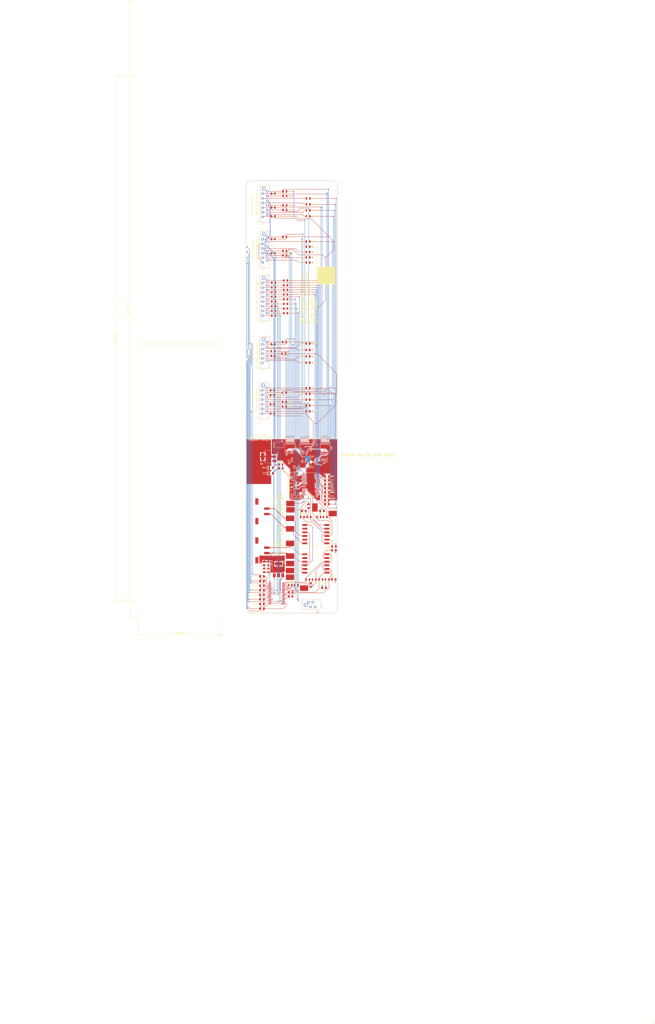
<source format=kicad_pcb>
(kicad_pcb (version 20171130) (host pcbnew 5.1.5-52549c5~84~ubuntu18.04.1)
  (layers (0 F.Cu signal) (1 In1.Cu signal) (2 In2.Cu signal) (31 B.Cu signal) (34 B.Paste user) (35 F.Paste user) (36 B.SilkS user) (37 F.SilkS user) (38 B.Mask user) (39 F.Mask user) (44 Edge.Cuts user))
  (net 0 "")
  (net 1 "Net-(C1-Pad2)")
  (net 2 "Net-(C1-Pad1)")
  (net 3 "Net-(C2-Pad2)")
  (net 4 "Net-(C3-Pad2)")
  (net 5 "Net-(C4-Pad2)")
  (net 6 "Net-(C5-Pad2)")
  (net 7 "Net-(C24-Pad1)")
  (net 8 "Net-(C7-Pad2)")
  (net 9 "Net-(C8-Pad2)")
  (net 10 "Net-(C10-Pad1)")
  (net 11 "Net-(C10-Pad2)")
  (net 12 /VREG)
  (net 13 "Net-(C17-Pad1)")
  (net 14 "Net-(C18-Pad1)")
  (net 15 "Net-(C19-Pad1)")
  (net 16 /TEMP_SENSE)
  (net 17 "Net-(C30-Pad1)")
  (net 18 "Net-(C32-Pad1)")
  (net 19 /C5_T3)
  (net 20 /C9_T1)
  (net 21 /C9_T2)
  (net 22 /C13_T1)
  (net 23 /C13_T3)
  (net 24 /C9_T3)
  (net 25 /C13_T2)
  (net 26 /C1_T2)
  (net 27 /C5_T1)
  (net 28 /C1_T1)
  (net 29 /C5_T2)
  (net 30 /C1_T3)
  (net 31 /C15_T2)
  (net 32 /C11_T3)
  (net 33 /C15_T3)
  (net 34 /C15_T1)
  (net 35 /C11_T2)
  (net 36 /C11_T1)
  (net 37 /C7_T3)
  (net 38 /C3_T3)
  (net 39 /C7_T2)
  (net 40 /C3_T1)
  (net 41 /C7_T1)
  (net 42 /C3_T2)
  (net 43 "Net-(Q1-Pad1)")
  (net 44 "Net-(Q2-Pad1)")
  (net 45 /~DIS~9)
  (net 46 /~DIS~8)
  (net 47 /~DIS~7)
  (net 48 /~DIS~6)
  (net 49 /~DIS~4)
  (net 50 /~DIS~3)
  (net 51 /~DIS~2)
  (net 52 /~DIS~1)
  (net 53 /SDA)
  (net 54 /SCL)
  (net 55 /IPA1)
  (net 56 /VREF2)
  (net 57 /IMA1)
  (net 58 /IPB1)
  (net 59 /IMB1)
  (net 60 /IPA2)
  (net 61 /IMA2)
  (net 62 /IPB2)
  (net 63 /IMB2)
  (net 64 "Net-(T1-Pad7)")
  (net 65 "Net-(U1-Pad44)")
  (net 66 "Net-(U1-Pad43)")
  (net 67 "Net-(U1-Pad39)")
  (net 68 "Net-(U1-Pad29)")
  (net 69 "Net-(U1-Pad28)")
  (net 70 "Net-(U1-Pad17)")
  (net 71 "Net-(U1-Pad15)")
  (net 72 "Net-(U1-Pad5)")
  (net 73 "Net-(U1-Pad3)")
  (net 74 /C0)
  (net 75 "Net-(T1-Pad8)")
  (net 76 "Net-(C6-Pad2)")
  (net 77 "Net-(C9-Pad1)")
  (net 78 "Net-(C11-Pad2)")
  (net 79 "Net-(C12-Pad2)")
  (net 80 "Net-(C13-Pad2)")
  (net 81 "Net-(C14-Pad2)")
  (net 82 "Net-(C15-Pad2)")
  (net 83 "Net-(C16-Pad2)")
  (net 84 /GND1)
  (net 85 /GND2)
  (net 86 "Net-(C20-Pad1)")
  (net 87 "Net-(C21-Pad1)")
  (net 88 "Net-(C23-Pad1)")
  (net 89 "Net-(C25-Pad1)")
  (net 90 "Net-(C26-Pad1)")
  (net 91 "Net-(C27-Pad1)")
  (net 92 "Net-(C28-Pad1)")
  (net 93 "Net-(C29-Pad1)")
  (net 94 "Net-(C31-Pad1)")
  (net 95 "Net-(C33-Pad1)")
  (net 96 /C7)
  (net 97 /C9)
  (net 98 /C11)
  (net 99 /C15)
  (net 100 /C13)
  (net 101 /C5)
  (net 102 /C3)
  (net 103 /C1)
  (net 104 /Q12)
  (net 105 /Q14)
  (net 106 /Q16)
  (net 107 /Q10)
  (net 108 /Q15)
  (net 109 /Q13)
  (net 110 /Q11)
  (net 111 /Q9)
  (net 112 /Q8)
  (net 113 /Q7)
  (net 114 /Q6)
  (net 115 /Q5)
  (net 116 /Q4)
  (net 117 /Q3)
  (net 118 /Q2)
  (net 119 /Q1)
  (net 120 /V+2)
  (net 121 /C8)
  (net 122 /C6)
  (net 123 /C4)
  (net 124 /C2)
  (net 125 /V+1)
  (net 126 /C16)
  (net 127 /C14)
  (net 128 /C12)
  (net 129 /C10)
  (net 130 "Net-(J6-Pad1)")
  (net 131 "Net-(J6-Pad2)")
  (net 132 "Net-(J7-Pad2)")
  (net 133 "Net-(J7-Pad1)")
  (net 134 "Net-(R37-Pad2)")
  (net 135 "Net-(R37-Pad1)")
  (net 136 "Net-(R38-Pad1)")
  (net 137 "Net-(R38-Pad2)")
  (net 138 "Net-(R77-Pad2)")
  (net 139 "Net-(U2-Pad3)")
  (net 140 "Net-(U2-Pad5)")
  (net 141 "Net-(U2-Pad15)")
  (net 142 "Net-(U2-Pad17)")
  (net 143 "Net-(U2-Pad27)")
  (net 144 "Net-(U2-Pad28)")
  (net 145 "Net-(U2-Pad29)")
  (net 146 "Net-(U2-Pad32)")
  (net 147 "Net-(U2-Pad33)")
  (net 148 "Net-(U2-Pad34)")
  (net 149 "Net-(U2-Pad39)")
  (net 150 "Net-(U2-Pad43)")
  (net 151 "Net-(U2-Pad44)")
  (net 152 "Net-(U5-Pad9)")
  (net 153 "Net-(R1-Pad1)")
  (net 154 "Net-(R2-Pad1)")
  (net 155 "Net-(R3-Pad1)")
  (net 156 "Net-(R4-Pad1)")
  (net 157 "Net-(R5-Pad1)")
  (net 158 "Net-(R6-Pad1)")
  (net 159 "Net-(R7-Pad1)")
  (net 160 "Net-(R8-Pad1)")
  (net 161 "Net-(T1-Pad9)")
  (net 162 "Net-(T1-Pad11)")
  (net 163 "Net-(T2-Pad11)")
  (net 164 "Net-(T2-Pad8)")
  (net 165 "Net-(J8-Pad3)")
  (net 166 "Net-(J8-Pad1)")
  (net 167 "Net-(J8-Pad2)")
  (net 168 "Net-(J8-Pad4)")
  (module footprints:C_0805_OEM (layer F.Cu) (at 206.0956 323.1388 180)
    (fp_text reference C27 (at 0 1.8288) (layer F.SilkS))
    (fp_text value C_10nF hide)
    (pad 2 smd rect (at 1 0 180) (size 1 1.25) (layers F.Cu F.Paste F.Mask) (net 85 /GND2))
    (pad 1 smd rect (at -1 0 180) (size 1 1.25) (layers F.Cu F.Paste F.Mask) (net 91 "Net-(C27-Pad1)"))
  )
  (module footprints:MicroFit_RA_2_SMD (layer F.Cu) (at 183.134 323.342 270)
    (fp_text reference J6 (at -8.3312 5.5372 90) (layer F.SilkS))
    (fp_text value MicroFit_RA_V_2_SMD hide)
    (pad 4 smd rect (at -5.38 2.73 270) (size 3.43 1.65) (layers F.Cu F.Paste F.Mask))
    (pad 3 smd rect (at 5.38 2.73 270) (size 3.43 1.65) (layers F.Cu F.Paste F.Mask))
    (pad 2 smd rect (at -1.5 -2.73 270) (size 1.27 2.92) (layers F.Cu F.Paste F.Mask) (net 131 "Net-(J6-Pad2)"))
    (pad 1 smd rect (at 1.5 -2.73 270) (size 1.27 2.92) (layers F.Cu F.Paste F.Mask) (net 130 "Net-(J6-Pad1)"))
  )
  (module footprints:micromatch_female_vert_16 (layer B.Cu) (at 185.928 202.438 180)
    (fp_text reference J3 (at 5.688 -16.152) (layer F.SilkS))
    (fp_text value MM_F_VT_16 hide)
    (fp_text user 1 (at 0 8.89) (layer F.SilkS))
    (fp_text user 16 (at 2.54 -17.78) (layer F.SilkS))
    (pad 17 thru_hole circle (at 1.8 6.48 180) (size 2 2) (drill 1.5) (layers *.Cu *.Mask))
    (pad 16 thru_hole circle (at 2.54 -13.97 180) (size 1.3 1.3) (drill 0.8) (layers *.Cu *.Mask) (net 119 /Q1))
    (pad 15 thru_hole circle (at 0 -12.7 180) (size 1.3 1.3) (drill 0.8) (layers *.Cu *.Mask) (net 118 /Q2))
    (pad 14 thru_hole circle (at 2.54 -11.43 180) (size 1.3 1.3) (drill 0.8) (layers *.Cu *.Mask) (net 117 /Q3))
    (pad 13 thru_hole circle (at 0 -10.16 180) (size 1.3 1.3) (drill 0.8) (layers *.Cu *.Mask) (net 116 /Q4))
    (pad 12 thru_hole circle (at 2.54 -8.89 180) (size 1.3 1.3) (drill 0.8) (layers *.Cu *.Mask) (net 115 /Q5))
    (pad 11 thru_hole circle (at 0 -7.62 180) (size 1.3 1.3) (drill 0.8) (layers *.Cu *.Mask) (net 114 /Q6))
    (pad 10 thru_hole circle (at 2.54 -6.35 180) (size 1.3 1.3) (drill 0.8) (layers *.Cu *.Mask) (net 113 /Q7))
    (pad 9 thru_hole circle (at 0 -5.08 180) (size 1.3 1.3) (drill 0.8) (layers *.Cu *.Mask) (net 112 /Q8))
    (pad 8 thru_hole circle (at 2.54 -3.81 180) (size 1.3 1.3) (drill 0.8) (layers *.Cu *.Mask) (net 111 /Q9))
    (pad 6 thru_hole circle (at 2.54 -1.27 180) (size 1.3 1.3) (drill 0.8) (layers *.Cu *.Mask) (net 110 /Q11))
    (pad 4 thru_hole circle (at 2.54 1.27 180) (size 1.3 1.3) (drill 0.8) (layers *.Cu *.Mask) (net 109 /Q13))
    (pad 2 thru_hole circle (at 2.54 3.81 180) (size 1.3 1.3) (drill 0.8) (layers *.Cu *.Mask) (net 108 /Q15))
    (pad 7 thru_hole circle (at 0 -2.54 180) (size 1.3 1.3) (drill 0.8) (layers *.Cu *.Mask) (net 107 /Q10))
    (pad 1 thru_hole circle (at 0 5.08 180) (size 1.3 1.3) (drill 0.8) (layers *.Cu *.Mask) (net 106 /Q16))
    (pad 3 thru_hole circle (at 0 2.54 180) (size 1.3 1.3) (drill 0.8) (layers *.Cu *.Mask) (net 105 /Q14))
    (pad 5 thru_hole circle (at 0 0 180) (size 1.3 1.3) (drill 0.8) (layers *.Cu *.Mask) (net 104 /Q12))
  )
  (module footprints:SOT-223 (layer F.Cu) (at 192.278 355.1428 90)
    (fp_text reference Q2 (at 4.0386 2.921 90) (layer F.SilkS))
    (fp_text value NSS1C201MZ4)
    (pad 1 smd rect (at -3.15 -2.3 90) (size 2 1.5) (layers F.Cu F.Paste F.Mask) (net 44 "Net-(Q2-Pad1)"))
    (pad 3 smd rect (at -3.15 2.3 90) (size 2 1.5) (layers F.Cu F.Paste F.Mask) (net 88 "Net-(C23-Pad1)"))
    (pad 2 smd rect (at -3.15 0 90) (size 2 1.5) (layers F.Cu F.Paste F.Mask) (net 89 "Net-(C25-Pad1)"))
    (pad 4 smd rect (at 3.15 0 90) (size 2 3.8) (layers F.Cu F.Paste F.Mask) (net 89 "Net-(C25-Pad1)"))
  )
  (module footprints:SOT-23-5_OEM_24AA01 (layer F.Cu) (at 214.1982 296.0116)
    (fp_text reference U3 (at 2.794 -1.27) (layer F.SilkS) (effects (font (size 0.8 0.8) (thickness 0.12))))
    (fp_text value 24AA01 hide)
    (pad 5 smd rect (at 1.1 -0.95) (size 1.06 0.65) (layers F.Cu F.Paste F.Mask) (net 85 /GND2))
    (pad 4 smd rect (at 1.1 0.95) (size 1.06 0.65) (layers F.Cu F.Paste F.Mask) (net 12 /VREG))
    (pad 3 smd rect (at -1.1 0.95) (size 1.06 0.65) (layers F.Cu F.Paste F.Mask) (net 53 /SDA))
    (pad 2 smd rect (at -1.1 0) (size 1.06 0.65) (layers F.Cu F.Paste F.Mask) (net 85 /GND2))
    (pad 1 smd rect (at -1.1 -0.95) (size 1.06 0.65) (layers F.Cu F.Paste F.Mask) (net 54 /SCL))
  )
  (module footprints:R_0805_OEM (layer F.Cu) (at 195.45808 230.85806 180)
    (fp_text reference R47 (at -3.0099 -0.0381) (layer F.SilkS))
    (fp_text value R_100K hide)
    (pad 2 smd rect (at 0.95 0 180) (size 0.7 1.3) (layers F.Cu F.Paste F.Mask) (net 29 /C5_T2))
    (pad 1 smd rect (at -0.95 0 180) (size 0.7 1.3) (layers F.Cu F.Paste F.Mask) (net 56 /VREF2))
  )
  (module footprints:R_0805_OEM (layer F.Cu) (at 189.32652 232.06456 180)
    (fp_text reference R50 (at -3.048 -0.127) (layer F.SilkS))
    (fp_text value R_100K hide)
    (pad 2 smd rect (at 0.95 0 180) (size 0.7 1.3) (layers F.Cu F.Paste F.Mask) (net 27 /C5_T1))
    (pad 1 smd rect (at -0.95 0 180) (size 0.7 1.3) (layers F.Cu F.Paste F.Mask) (net 56 /VREF2))
  )
  (module footprints:R_0805_OEM (layer F.Cu) (at 195.59524 181.03088 180)
    (fp_text reference R53 (at -2.921 -0.254) (layer F.SilkS))
    (fp_text value R_100K hide)
    (pad 2 smd rect (at 0.95 0 180) (size 0.7 1.3) (layers F.Cu F.Paste F.Mask) (net 38 /C3_T3))
    (pad 1 smd rect (at -0.95 0 180) (size 0.7 1.3) (layers F.Cu F.Paste F.Mask) (net 56 /VREF2))
  )
  (module footprints:R_0805_OEM (layer F.Cu) (at 189.31382 182.33898 180)
    (fp_text reference R56 (at -3.175 0) (layer F.SilkS))
    (fp_text value R_100K hide)
    (pad 2 smd rect (at 0.95 0 180) (size 0.7 1.3) (layers F.Cu F.Paste F.Mask) (net 42 /C3_T2))
    (pad 1 smd rect (at -0.95 0 180) (size 0.7 1.3) (layers F.Cu F.Paste F.Mask) (net 56 /VREF2))
  )
  (module footprints:R_0805_OEM (layer F.Cu) (at 195.59524 183.54548 180)
    (fp_text reference R67 (at -2.921 -0.127) (layer F.SilkS))
    (fp_text value R_100K hide)
    (pad 2 smd rect (at 0.95 0 180) (size 0.7 1.3) (layers F.Cu F.Paste F.Mask) (net 40 /C3_T1))
    (pad 1 smd rect (at -0.95 0 180) (size 0.7 1.3) (layers F.Cu F.Paste F.Mask) (net 56 /VREF2))
  )
  (module footprints:R_0805_OEM (layer F.Cu) (at 189.32652 235.88218 180)
    (fp_text reference R70 (at -2.921 -0.127) (layer F.SilkS))
    (fp_text value R_100K hide)
    (pad 2 smd rect (at 0.95 0 180) (size 0.7 1.3) (layers F.Cu F.Paste F.Mask) (net 30 /C1_T3))
    (pad 1 smd rect (at -0.95 0 180) (size 0.7 1.3) (layers F.Cu F.Paste F.Mask) (net 56 /VREF2))
  )
  (module footprints:R_0805_OEM (layer F.Cu) (at 195.072 237.19028 180)
    (fp_text reference R73 (at -3.048 0) (layer F.SilkS))
    (fp_text value R_100K hide)
    (pad 2 smd rect (at 0.95 0 180) (size 0.7 1.3) (layers F.Cu F.Paste F.Mask) (net 26 /C1_T2))
    (pad 1 smd rect (at -0.95 0 180) (size 0.7 1.3) (layers F.Cu F.Paste F.Mask) (net 56 /VREF2))
  )
  (module footprints:R_0805_OEM (layer F.Cu) (at 189.32652 238.44758 180)
    (fp_text reference R76 (at -3.2131 0) (layer F.SilkS))
    (fp_text value R_100K hide)
    (pad 2 smd rect (at 0.95 0 180) (size 0.7 1.3) (layers F.Cu F.Paste F.Mask) (net 28 /C1_T1))
    (pad 1 smd rect (at -0.95 0 180) (size 0.7 1.3) (layers F.Cu F.Paste F.Mask) (net 56 /VREF2))
  )
  (module Package_SO:SSOP-16_3.9x4.9mm_P0.635mm (layer F.Cu) (at 198.5137 288.544 270)
    (fp_text reference U7 (at 0 -3.5 90) (layer F.SilkS))
    (fp_text value LTC1380IGN)
    (pad 16 smd rect (at 2.6 -2.2225 270) (size 1.2 0.4) (layers F.Cu F.Paste F.Mask) (net 12 /VREG))
    (pad 15 smd rect (at 2.6 -1.5875 270) (size 1.2 0.4) (layers F.Cu F.Paste F.Mask) (net 54 /SCL))
    (pad 14 smd rect (at 2.6 -0.9525 270) (size 1.2 0.4) (layers F.Cu F.Paste F.Mask) (net 53 /SDA))
    (pad 13 smd rect (at 2.6 -0.3175 270) (size 1.2 0.4) (layers F.Cu F.Paste F.Mask) (net 85 /GND2))
    (pad 12 smd rect (at 2.6 0.3175 270) (size 1.2 0.4) (layers F.Cu F.Paste F.Mask) (net 12 /VREG))
    (pad 11 smd rect (at 2.6 0.9525 270) (size 1.2 0.4) (layers F.Cu F.Paste F.Mask) (net 85 /GND2))
    (pad 10 smd rect (at 2.6 1.5875 270) (size 1.2 0.4) (layers F.Cu F.Paste F.Mask) (net 85 /GND2))
    (pad 9 smd rect (at 2.6 2.2225 270) (size 1.2 0.4) (layers F.Cu F.Paste F.Mask) (net 152 "Net-(U5-Pad9)"))
    (pad 8 smd rect (at -2.6 2.2225 270) (size 1.2 0.4) (layers F.Cu F.Paste F.Mask) (net 28 /C1_T1))
    (pad 7 smd rect (at -2.6 1.5875 270) (size 1.2 0.4) (layers F.Cu F.Paste F.Mask) (net 26 /C1_T2))
    (pad 6 smd rect (at -2.6 0.9525 270) (size 1.2 0.4) (layers F.Cu F.Paste F.Mask) (net 30 /C1_T3))
    (pad 5 smd rect (at -2.6 0.3175 270) (size 1.2 0.4) (layers F.Cu F.Paste F.Mask) (net 40 /C3_T1))
    (pad 4 smd rect (at -2.6 -0.3175 270) (size 1.2 0.4) (layers F.Cu F.Paste F.Mask) (net 42 /C3_T2))
    (pad 3 smd rect (at -2.6 -0.9525 270) (size 1.2 0.4) (layers F.Cu F.Paste F.Mask) (net 38 /C3_T3))
    (pad 2 smd rect (at -2.6 -1.5875 270) (size 1.2 0.4) (layers F.Cu F.Paste F.Mask) (net 27 /C5_T1))
    (pad 1 smd rect (at -2.6 -2.2225 270) (size 1.2 0.4) (layers F.Cu F.Paste F.Mask) (net 29 /C5_T2))
  )
  (module footprints:C_0805_OEM (layer F.Cu) (at 198.2216 295.148 270)
    (fp_text reference C36 (at 0 -1.5 90) (layer F.SilkS))
    (fp_text value C_1uF hide)
    (pad 2 smd rect (at 1 0 270) (size 1 1.25) (layers F.Cu F.Paste F.Mask) (net 85 /GND2))
    (pad 1 smd rect (at -1 0 270) (size 1 1.25) (layers F.Cu F.Paste F.Mask) (net 12 /VREG))
  )
  (module footprints:C_0805_OEM (layer F.Cu) (at 218.72048 319.438)
    (fp_text reference C1 (at 2.80492 0) (layer F.SilkS))
    (fp_text value C_10nF hide)
    (pad 2 smd rect (at 1 0) (size 1 1.25) (layers F.Cu F.Paste F.Mask) (net 1 "Net-(C1-Pad2)"))
    (pad 1 smd rect (at -1 0) (size 1 1.25) (layers F.Cu F.Paste F.Mask) (net 2 "Net-(C1-Pad1)"))
  )
  (module footprints:C_0805_OEM (layer F.Cu) (at 218.72048 317.271592 180)
    (fp_text reference C2 (at -2.80492 0.005024) (layer F.SilkS))
    (fp_text value C_10nF hide)
    (pad 2 smd rect (at 1 0 180) (size 1 1.25) (layers F.Cu F.Paste F.Mask) (net 3 "Net-(C2-Pad2)"))
    (pad 1 smd rect (at -1 0 180) (size 1 1.25) (layers F.Cu F.Paste F.Mask) (net 1 "Net-(C1-Pad2)"))
  )
  (module footprints:C_0805_OEM (layer F.Cu) (at 218.72048 315.10519)
    (fp_text reference C3 (at 2.80492 -0.01005) (layer F.SilkS))
    (fp_text value C_10nF hide)
    (pad 2 smd rect (at 1 0) (size 1 1.25) (layers F.Cu F.Paste F.Mask) (net 4 "Net-(C3-Pad2)"))
    (pad 1 smd rect (at -1 0) (size 1 1.25) (layers F.Cu F.Paste F.Mask) (net 3 "Net-(C2-Pad2)"))
  )
  (module footprints:C_0805_OEM (layer F.Cu) (at 218.72048 312.938788 180)
    (fp_text reference C4 (at -2.80492 0.015076) (layer F.SilkS))
    (fp_text value C_10nF hide)
    (pad 2 smd rect (at 1 0 180) (size 1 1.25) (layers F.Cu F.Paste F.Mask) (net 5 "Net-(C4-Pad2)"))
    (pad 1 smd rect (at -1 0 180) (size 1 1.25) (layers F.Cu F.Paste F.Mask) (net 4 "Net-(C3-Pad2)"))
  )
  (module footprints:C_0805_OEM (layer F.Cu) (at 218.72048 310.772386)
    (fp_text reference C5 (at 2.80492 -0.020102) (layer F.SilkS))
    (fp_text value C_10nF hide)
    (pad 2 smd rect (at 1 0) (size 1 1.25) (layers F.Cu F.Paste F.Mask) (net 6 "Net-(C5-Pad2)"))
    (pad 1 smd rect (at -1 0) (size 1 1.25) (layers F.Cu F.Paste F.Mask) (net 5 "Net-(C4-Pad2)"))
  )
  (module footprints:C_0805_OEM (layer F.Cu) (at 218.72048 308.605984 180)
    (fp_text reference C6 (at -2.80492 0.025128) (layer F.SilkS))
    (fp_text value C_10nF hide)
    (pad 2 smd rect (at 1 0 180) (size 1 1.25) (layers F.Cu F.Paste F.Mask) (net 76 "Net-(C6-Pad2)"))
    (pad 1 smd rect (at -1 0 180) (size 1 1.25) (layers F.Cu F.Paste F.Mask) (net 6 "Net-(C5-Pad2)"))
  )
  (module footprints:C_0805_OEM (layer F.Cu) (at 218.72048 306.439582)
    (fp_text reference C7 (at 2.80492 -0.030154) (layer F.SilkS))
    (fp_text value C_10nF hide)
    (pad 2 smd rect (at 1 0) (size 1 1.25) (layers F.Cu F.Paste F.Mask) (net 8 "Net-(C7-Pad2)"))
    (pad 1 smd rect (at -1 0) (size 1 1.25) (layers F.Cu F.Paste F.Mask) (net 76 "Net-(C6-Pad2)"))
  )
  (module footprints:C_0805_OEM (layer F.Cu) (at 218.72048 304.27318 180)
    (fp_text reference C8 (at -2.80492 0.03518) (layer F.SilkS))
    (fp_text value C_10nF hide)
    (pad 2 smd rect (at 1 0 180) (size 1 1.25) (layers F.Cu F.Paste F.Mask) (net 9 "Net-(C8-Pad2)"))
    (pad 1 smd rect (at -1 0 180) (size 1 1.25) (layers F.Cu F.Paste F.Mask) (net 8 "Net-(C7-Pad2)"))
  )
  (module footprints:C_0805_OEM (layer F.Cu) (at 183.2 358.9 180)
    (fp_text reference C9 (at 2.966191 0.01) (layer F.SilkS))
    (fp_text value C_10nF hide)
    (pad 2 smd rect (at 1 0 180) (size 1 1.25) (layers F.Cu F.Paste F.Mask) (net 10 "Net-(C10-Pad1)"))
    (pad 1 smd rect (at -1 0 180) (size 1 1.25) (layers F.Cu F.Paste F.Mask) (net 77 "Net-(C9-Pad1)"))
  )
  (module footprints:C_0805_OEM (layer F.Cu) (at 183.2 361.414285)
    (fp_text reference C10 (at -3.442381 -0.011428) (layer F.SilkS))
    (fp_text value C_10nF hide)
    (pad 2 smd rect (at 1 0) (size 1 1.25) (layers F.Cu F.Paste F.Mask) (net 11 "Net-(C10-Pad2)"))
    (pad 1 smd rect (at -1 0) (size 1 1.25) (layers F.Cu F.Paste F.Mask) (net 10 "Net-(C10-Pad1)"))
  )
  (module footprints:C_0805_OEM (layer F.Cu) (at 183.2 363.92857 180)
    (fp_text reference C11 (at 3.442381 0.012856) (layer F.SilkS))
    (fp_text value C_10nF hide)
    (pad 2 smd rect (at 1 0 180) (size 1 1.25) (layers F.Cu F.Paste F.Mask) (net 78 "Net-(C11-Pad2)"))
    (pad 1 smd rect (at -1 0 180) (size 1 1.25) (layers F.Cu F.Paste F.Mask) (net 11 "Net-(C10-Pad2)"))
  )
  (module footprints:C_0805_OEM (layer F.Cu) (at 183.2 366.442855)
    (fp_text reference C12 (at -3.442381 -0.014284) (layer F.SilkS))
    (fp_text value C_10nF hide)
    (pad 2 smd rect (at 1 0) (size 1 1.25) (layers F.Cu F.Paste F.Mask) (net 79 "Net-(C12-Pad2)"))
    (pad 1 smd rect (at -1 0) (size 1 1.25) (layers F.Cu F.Paste F.Mask) (net 78 "Net-(C11-Pad2)"))
  )
  (module footprints:C_0805_OEM (layer F.Cu) (at 183.2 368.95714 180)
    (fp_text reference C13 (at 3.442381 0.015712) (layer F.SilkS))
    (fp_text value C_10nF hide)
    (pad 2 smd rect (at 1 0 180) (size 1 1.25) (layers F.Cu F.Paste F.Mask) (net 80 "Net-(C13-Pad2)"))
    (pad 1 smd rect (at -1 0 180) (size 1 1.25) (layers F.Cu F.Paste F.Mask) (net 79 "Net-(C12-Pad2)"))
  )
  (module footprints:C_0805_OEM (layer F.Cu) (at 183.2 371.471425)
    (fp_text reference C14 (at -3.442381 -0.01714) (layer F.SilkS))
    (fp_text value C_10nF hide)
    (pad 2 smd rect (at 1 0) (size 1 1.25) (layers F.Cu F.Paste F.Mask) (net 81 "Net-(C14-Pad2)"))
    (pad 1 smd rect (at -1 0) (size 1 1.25) (layers F.Cu F.Paste F.Mask) (net 80 "Net-(C13-Pad2)"))
  )
  (module footprints:C_0805_OEM (layer F.Cu) (at 183.2 373.98571 180)
    (fp_text reference C15 (at 3.442381 0.018568) (layer F.SilkS))
    (fp_text value C_10nF hide)
    (pad 2 smd rect (at 1 0 180) (size 1 1.25) (layers F.Cu F.Paste F.Mask) (net 82 "Net-(C15-Pad2)"))
    (pad 1 smd rect (at -1 0 180) (size 1 1.25) (layers F.Cu F.Paste F.Mask) (net 81 "Net-(C14-Pad2)"))
  )
  (module footprints:C_0805_OEM (layer F.Cu) (at 183.2 376.5)
    (fp_text reference C16 (at -3.442381 -0.02) (layer F.SilkS))
    (fp_text value C_10nF hide)
    (pad 2 smd rect (at 1 0) (size 1 1.25) (layers F.Cu F.Paste F.Mask) (net 83 "Net-(C16-Pad2)"))
    (pad 1 smd rect (at -1 0) (size 1 1.25) (layers F.Cu F.Paste F.Mask) (net 82 "Net-(C15-Pad2)"))
  )
  (module footprints:C_0805_OEM (layer F.Cu) (at 193.4718 299.8216 180)
    (fp_text reference C17 (at 0 -1.5) (layer F.SilkS))
    (fp_text value C_0.1uF hide)
    (pad 2 smd rect (at 1 0 180) (size 1 1.25) (layers F.Cu F.Paste F.Mask) (net 85 /GND2))
    (pad 1 smd rect (at -1 0 180) (size 1 1.25) (layers F.Cu F.Paste F.Mask) (net 13 "Net-(C17-Pad1)"))
  )
  (module footprints:C_0805_OEM (layer F.Cu) (at 184.454 355.6248 90)
    (fp_text reference C18 (at -0.0514 -1.5994 90) (layer F.SilkS))
    (fp_text value C_0.1uF hide)
    (pad 2 smd rect (at 1 0 90) (size 1 1.25) (layers F.Cu F.Paste F.Mask) (net 84 /GND1))
    (pad 1 smd rect (at -1 0 90) (size 1 1.25) (layers F.Cu F.Paste F.Mask) (net 14 "Net-(C18-Pad1)"))
  )
  (module footprints:C_0805_OEM (layer F.Cu) (at 201.9714 308.102 180)
    (fp_text reference C19 (at 3.826 0) (layer F.SilkS))
    (fp_text value 1uF hide)
    (pad 2 smd rect (at 1 0 180) (size 1 1.25) (layers F.Cu F.Paste F.Mask) (net 85 /GND2))
    (pad 1 smd rect (at -1 0 180) (size 1 1.25) (layers F.Cu F.Paste F.Mask) (net 15 "Net-(C19-Pad1)"))
  )
  (module footprints:C_0805_OEM (layer F.Cu) (at 201.9554 310.134 180)
    (fp_text reference C20 (at 3.81 0) (layer F.SilkS))
    (fp_text value 1uF hide)
    (pad 2 smd rect (at 1 0 180) (size 1 1.25) (layers F.Cu F.Paste F.Mask) (net 85 /GND2))
    (pad 1 smd rect (at -1 0 180) (size 1 1.25) (layers F.Cu F.Paste F.Mask) (net 86 "Net-(C20-Pad1)"))
  )
  (module footprints:C_0805_OEM (layer F.Cu) (at 198.866 369.824)
    (fp_text reference C21 (at 3.445 0.127) (layer F.SilkS))
    (fp_text value 1uF hide)
    (pad 2 smd rect (at 1 0) (size 1 1.25) (layers F.Cu F.Paste F.Mask) (net 84 /GND1))
    (pad 1 smd rect (at -1 0) (size 1 1.25) (layers F.Cu F.Paste F.Mask) (net 87 "Net-(C21-Pad1)"))
  )
  (module footprints:C_0805_OEM (layer F.Cu) (at 201.9554 312.166 180)
    (fp_text reference C22 (at 3.81 0.1778) (layer F.SilkS))
    (fp_text value 1uF hide)
    (pad 2 smd rect (at 1 0 180) (size 1 1.25) (layers F.Cu F.Paste F.Mask) (net 85 /GND2))
    (pad 1 smd rect (at -1 0 180) (size 1 1.25) (layers F.Cu F.Paste F.Mask) (net 12 /VREG))
  )
  (module footprints:C_0805_OEM (layer F.Cu) (at 198.882 367.538)
    (fp_text reference C23 (at 3.4798 -0.0762) (layer F.SilkS))
    (fp_text value 1uF hide)
    (pad 2 smd rect (at 1 0) (size 1 1.25) (layers F.Cu F.Paste F.Mask) (net 84 /GND1))
    (pad 1 smd rect (at -1 0) (size 1 1.25) (layers F.Cu F.Paste F.Mask) (net 88 "Net-(C23-Pad1)"))
  )
  (module footprints:C_0805_OEM (layer F.Cu) (at 188.1378 302.6156)
    (fp_text reference C24 (at -3.302 0) (layer F.SilkS))
    (fp_text value C_0.1uF hide)
    (pad 2 smd rect (at 1 0) (size 1 1.25) (layers F.Cu F.Paste F.Mask) (net 85 /GND2))
    (pad 1 smd rect (at -1 0) (size 1 1.25) (layers F.Cu F.Paste F.Mask) (net 7 "Net-(C24-Pad1)"))
  )
  (module footprints:C_0805_OEM (layer F.Cu) (at 184.454 351.8148 270)
    (fp_text reference C25 (at 0.3562 1.574 90) (layer F.SilkS))
    (fp_text value C_0.1uF hide)
    (pad 2 smd rect (at 1 0 270) (size 1 1.25) (layers F.Cu F.Paste F.Mask) (net 84 /GND1))
    (pad 1 smd rect (at -1 0 270) (size 1 1.25) (layers F.Cu F.Paste F.Mask) (net 89 "Net-(C25-Pad1)"))
  )
  (module footprints:C_0805_OEM (layer F.Cu) (at 216.027 323.1134)
    (fp_text reference C26 (at 0 -1.5) (layer F.SilkS))
    (fp_text value C_10nF hide)
    (pad 2 smd rect (at 1 0) (size 1 1.25) (layers F.Cu F.Paste F.Mask) (net 85 /GND2))
    (pad 1 smd rect (at -1 0) (size 1 1.25) (layers F.Cu F.Paste F.Mask) (net 90 "Net-(C26-Pad1)"))
  )
  (module footprints:C_0805_OEM (layer F.Cu) (at 217.1006 365.1322 180)
    (fp_text reference C28 (at 0 -1.5) (layer F.SilkS))
    (fp_text value C_10nF hide)
    (pad 2 smd rect (at 1 0 180) (size 1 1.25) (layers F.Cu F.Paste F.Mask) (net 84 /GND1))
    (pad 1 smd rect (at -1 0 180) (size 1 1.25) (layers F.Cu F.Paste F.Mask) (net 92 "Net-(C28-Pad1)"))
  )
  (module footprints:C_0805_OEM (layer F.Cu) (at 209.7968 363.5756 270)
    (fp_text reference C29 (at 2.4984 -0.0326 180) (layer F.SilkS))
    (fp_text value C_10nF hide)
    (pad 2 smd rect (at 1 0 270) (size 1 1.25) (layers F.Cu F.Paste F.Mask) (net 84 /GND1))
    (pad 1 smd rect (at -1 0 270) (size 1 1.25) (layers F.Cu F.Paste F.Mask) (net 93 "Net-(C29-Pad1)"))
  )
  (module footprints:C_0805_OEM (layer F.Cu) (at 222.5802 342.5698)
    (fp_text reference C30 (at -3.429 0.1524) (layer F.SilkS))
    (fp_text value C_10nF hide)
    (pad 2 smd rect (at 1 0) (size 1 1.25) (layers F.Cu F.Paste F.Mask) (net 85 /GND2))
    (pad 1 smd rect (at -1 0) (size 1 1.25) (layers F.Cu F.Paste F.Mask) (net 17 "Net-(C30-Pad1)"))
  )
  (module footprints:C_0805_OEM (layer F.Cu) (at 208.7372 320.4972 90)
    (fp_text reference C31 (at 2.4892 -1.5748 90) (layer F.SilkS))
    (fp_text value C_10nF hide)
    (pad 2 smd rect (at 1 0 90) (size 1 1.25) (layers F.Cu F.Paste F.Mask) (net 85 /GND2))
    (pad 1 smd rect (at -1 0 90) (size 1 1.25) (layers F.Cu F.Paste F.Mask) (net 94 "Net-(C31-Pad1)"))
  )
  (module footprints:C_0805_OEM (layer F.Cu) (at 222.4186 360.5602)
    (fp_text reference C32 (at 0 -1.5) (layer F.SilkS))
    (fp_text value C_10nF hide)
    (pad 2 smd rect (at 1 0) (size 1 1.25) (layers F.Cu F.Paste F.Mask) (net 84 /GND1))
    (pad 1 smd rect (at -1 0) (size 1 1.25) (layers F.Cu F.Paste F.Mask) (net 18 "Net-(C32-Pad1)"))
  )
  (module footprints:C_0805_OEM (layer F.Cu) (at 222.5802 344.6526)
    (fp_text reference C33 (at -3.4798 -0.0508) (layer F.SilkS))
    (fp_text value C_10nF hide)
    (pad 2 smd rect (at 1 0) (size 1 1.25) (layers F.Cu F.Paste F.Mask) (net 84 /GND1))
    (pad 1 smd rect (at -1 0) (size 1 1.25) (layers F.Cu F.Paste F.Mask) (net 95 "Net-(C33-Pad1)"))
  )
  (module footprints:C_0805_OEM (layer F.Cu) (at 217.2462 295.2496 270)
    (fp_text reference C34 (at 0 -1.5 90) (layer F.SilkS))
    (fp_text value C_1uF hide)
    (pad 2 smd rect (at 1 0 270) (size 1 1.25) (layers F.Cu F.Paste F.Mask) (net 85 /GND2))
    (pad 1 smd rect (at -1 0 270) (size 1 1.25) (layers F.Cu F.Paste F.Mask) (net 12 /VREG))
  )
  (module footprints:C_0805_OEM (layer F.Cu) (at 206.1591 295.2496 270)
    (fp_text reference C35 (at 0 -1.5 90) (layer F.SilkS))
    (fp_text value C_1uF hide)
    (pad 2 smd rect (at 1 0 270) (size 1 1.25) (layers F.Cu F.Paste F.Mask) (net 85 /GND2))
    (pad 1 smd rect (at -1 0 270) (size 1 1.25) (layers F.Cu F.Paste F.Mask) (net 12 /VREG))
  )
  (module footprints:C_0805_OEM (layer F.Cu) (at 201.4474 304.8 180)
    (fp_text reference C37 (at 3.302 0) (layer F.SilkS))
    (fp_text value C_10nF hide)
    (pad 2 smd rect (at 1 0 180) (size 1 1.25) (layers F.Cu F.Paste F.Mask) (net 85 /GND2))
    (pad 1 smd rect (at -1 0 180) (size 1 1.25) (layers F.Cu F.Paste F.Mask) (net 16 /TEMP_SENSE))
  )
  (module footprints:micromatch_female_vert_10 (layer B.Cu) (at 184.6072 236.5502 180)
    (fp_text reference J2 (at 4.3072 -8.3598) (layer F.SilkS))
    (fp_text value MM_F_VT_10 hide)
    (fp_text user 1 (at -1.27 9.525) (layer F.SilkS))
    (fp_text user 10 (at 1.27 -9.525) (layer F.SilkS))
    (pad 11 thru_hole circle (at 0.53 7.115 180) (size 2 2) (drill 1.5) (layers *.Cu *.Mask))
    (pad 10 thru_hole circle (at 1.27 -5.715 180) (size 1.3 1.3) (drill 0.8) (layers *.Cu *.Mask) (net 85 /GND2))
    (pad 9 thru_hole circle (at -1.27 -4.445 180) (size 1.3 1.3) (drill 0.8) (layers *.Cu *.Mask) (net 74 /C0))
    (pad 8 thru_hole circle (at 1.27 -3.175 180) (size 1.3 1.3) (drill 0.8) (layers *.Cu *.Mask) (net 103 /C1))
    (pad 6 thru_hole circle (at 1.27 -0.635 180) (size 1.3 1.3) (drill 0.8) (layers *.Cu *.Mask) (net 26 /C1_T2))
    (pad 4 thru_hole circle (at 1.27 1.905 180) (size 1.3 1.3) (drill 0.8) (layers *.Cu *.Mask) (net 102 /C3))
    (pad 2 thru_hole circle (at 1.27 4.445 180) (size 1.3 1.3) (drill 0.8) (layers *.Cu *.Mask) (net 27 /C5_T1))
    (pad 7 thru_hole circle (at -1.27 -1.905 180) (size 1.3 1.3) (drill 0.8) (layers *.Cu *.Mask) (net 28 /C1_T1))
    (pad 1 thru_hole circle (at -1.27 5.715 180) (size 1.3 1.3) (drill 0.8) (layers *.Cu *.Mask) (net 29 /C5_T2))
    (pad 3 thru_hole circle (at -1.27 3.175 180) (size 1.3 1.3) (drill 0.8) (layers *.Cu *.Mask) (net 101 /C5))
    (pad 5 thru_hole circle (at -1.27 0.635 180) (size 1.3 1.3) (drill 0.8) (layers *.Cu *.Mask) (net 30 /C1_T3))
  )
  (module footprints:SOT-223 (layer F.Cu) (at 186.792 293.4716 180)
    (fp_text reference Q1 (at 3.7342 -3.81) (layer F.SilkS))
    (fp_text value NSS1C201MZ4)
    (pad 1 smd rect (at -3.15 -2.3 180) (size 2 1.5) (layers F.Cu F.Paste F.Mask) (net 43 "Net-(Q1-Pad1)"))
    (pad 3 smd rect (at -3.15 2.3 180) (size 2 1.5) (layers F.Cu F.Paste F.Mask) (net 12 /VREG))
    (pad 2 smd rect (at -3.15 0 180) (size 2 1.5) (layers F.Cu F.Paste F.Mask) (net 7 "Net-(C24-Pad1)"))
    (pad 4 smd rect (at 3.15 0 180) (size 2 3.8) (layers F.Cu F.Paste F.Mask) (net 7 "Net-(C24-Pad1)"))
  )
  (module footprints:R_0805_OEM (layer F.Cu) (at 196.10832 197.27164 180)
    (fp_text reference R1 (at -2.54 0.0762) (layer F.SilkS))
    (fp_text value R_4.99K hide)
    (pad 2 smd rect (at 0.95 0 180) (size 0.7 1.3) (layers F.Cu F.Paste F.Mask) (net 106 /Q16))
    (pad 1 smd rect (at -0.95 0 180) (size 0.7 1.3) (layers F.Cu F.Paste F.Mask) (net 153 "Net-(R1-Pad1)"))
  )
  (module footprints:R_0805_OEM (layer F.Cu) (at 189.57544 198.4629 180)
    (fp_text reference R2 (at -2.4892 0) (layer F.SilkS))
    (fp_text value R_4.99K hide)
    (pad 2 smd rect (at 0.95 0 180) (size 0.7 1.3) (layers F.Cu F.Paste F.Mask) (net 108 /Q15))
    (pad 1 smd rect (at -0.95 0 180) (size 0.7 1.3) (layers F.Cu F.Paste F.Mask) (net 154 "Net-(R2-Pad1)"))
  )
  (module footprints:R_0805_OEM (layer F.Cu) (at 196.10832 199.820348 180)
    (fp_text reference R3 (at -2.4892 0.128) (layer F.SilkS))
    (fp_text value R_4.99K hide)
    (pad 2 smd rect (at 0.95 0 180) (size 0.7 1.3) (layers F.Cu F.Paste F.Mask) (net 105 /Q14))
    (pad 1 smd rect (at -0.95 0 180) (size 0.7 1.3) (layers F.Cu F.Paste F.Mask) (net 155 "Net-(R3-Pad1)"))
  )
  (module footprints:R_0805_OEM (layer F.Cu) (at 189.57544 201.027211 180)
    (fp_text reference R4 (at -2.4892 0.128) (layer F.SilkS))
    (fp_text value R_4.99K hide)
    (pad 2 smd rect (at 0.95 0 180) (size 0.7 1.3) (layers F.Cu F.Paste F.Mask) (net 109 /Q13))
    (pad 1 smd rect (at -0.95 0 180) (size 0.7 1.3) (layers F.Cu F.Paste F.Mask) (net 156 "Net-(R4-Pad1)"))
  )
  (module footprints:R_0805_OEM (layer F.Cu) (at 196.10832 202.369056 180)
    (fp_text reference R5 (at -2.4892 0.128) (layer F.SilkS))
    (fp_text value R_4.99K hide)
    (pad 2 smd rect (at 0.95 0 180) (size 0.7 1.3) (layers F.Cu F.Paste F.Mask) (net 104 /Q12))
    (pad 1 smd rect (at -0.95 0 180) (size 0.7 1.3) (layers F.Cu F.Paste F.Mask) (net 157 "Net-(R5-Pad1)"))
  )
  (module footprints:R_0805_OEM (layer F.Cu) (at 189.57544 203.591522 180)
    (fp_text reference R6 (at -2.4892 0.128) (layer F.SilkS))
    (fp_text value R_4.99K hide)
    (pad 2 smd rect (at 0.95 0 180) (size 0.7 1.3) (layers F.Cu F.Paste F.Mask) (net 110 /Q11))
    (pad 1 smd rect (at -0.95 0 180) (size 0.7 1.3) (layers F.Cu F.Paste F.Mask) (net 158 "Net-(R6-Pad1)"))
  )
  (module footprints:R_0805_OEM (layer F.Cu) (at 196.10832 204.917764 180)
    (fp_text reference R7 (at -2.4892 0.128) (layer F.SilkS))
    (fp_text value R_4.99K hide)
    (pad 2 smd rect (at 0.95 0 180) (size 0.7 1.3) (layers F.Cu F.Paste F.Mask) (net 107 /Q10))
    (pad 1 smd rect (at -0.95 0 180) (size 0.7 1.3) (layers F.Cu F.Paste F.Mask) (net 159 "Net-(R7-Pad1)"))
  )
  (module footprints:R_0805_OEM (layer F.Cu) (at 189.57544 206.155833 180)
    (fp_text reference R8 (at -2.4892 0.128) (layer F.SilkS))
    (fp_text value R_4.99K hide)
    (pad 2 smd rect (at 0.95 0 180) (size 0.7 1.3) (layers F.Cu F.Paste F.Mask) (net 111 /Q9))
    (pad 1 smd rect (at -0.95 0 180) (size 0.7 1.3) (layers F.Cu F.Paste F.Mask) (net 160 "Net-(R8-Pad1)"))
  )
  (module footprints:R_0805_OEM (layer F.Cu) (at 196.10832 207.466472 180)
    (fp_text reference R9 (at -3.302 0.0264) (layer F.SilkS))
    (fp_text value R_4.99K hide)
    (pad 2 smd rect (at 0.95 0 180) (size 0.7 1.3) (layers F.Cu F.Paste F.Mask) (net 112 /Q8))
    (pad 1 smd rect (at -0.95 0 180) (size 0.7 1.3) (layers F.Cu F.Paste F.Mask) (net 45 /~DIS~9))
  )
  (module footprints:R_0805_OEM (layer F.Cu) (at 189.57544 208.720144 180)
    (fp_text reference R10 (at -3.302 0.0264) (layer F.SilkS))
    (fp_text value R_4.99K hide)
    (pad 2 smd rect (at 0.95 0 180) (size 0.7 1.3) (layers F.Cu F.Paste F.Mask) (net 113 /Q7))
    (pad 1 smd rect (at -0.95 0 180) (size 0.7 1.3) (layers F.Cu F.Paste F.Mask) (net 46 /~DIS~8))
  )
  (module footprints:R_0805_OEM (layer F.Cu) (at 196.10832 210.01518 180)
    (fp_text reference R11 (at -3.302 0.0264) (layer F.SilkS))
    (fp_text value R_4.99K hide)
    (pad 2 smd rect (at 0.95 0 180) (size 0.7 1.3) (layers F.Cu F.Paste F.Mask) (net 114 /Q6))
    (pad 1 smd rect (at -0.95 0 180) (size 0.7 1.3) (layers F.Cu F.Paste F.Mask) (net 47 /~DIS~7))
  )
  (module footprints:R_0805_OEM (layer F.Cu) (at 189.57544 211.284455 180)
    (fp_text reference R12 (at -3.302 0.0264) (layer F.SilkS))
    (fp_text value R_4.99K hide)
    (pad 2 smd rect (at 0.95 0 180) (size 0.7 1.3) (layers F.Cu F.Paste F.Mask) (net 115 /Q5))
    (pad 1 smd rect (at -0.95 0 180) (size 0.7 1.3) (layers F.Cu F.Paste F.Mask) (net 48 /~DIS~6))
  )
  (module footprints:R_0805_OEM (layer F.Cu) (at 196.10832 212.563888 180)
    (fp_text reference R13 (at -3.302 0.0264) (layer F.SilkS))
    (fp_text value R_4.99K hide)
    (pad 2 smd rect (at 0.95 0 180) (size 0.7 1.3) (layers F.Cu F.Paste F.Mask) (net 116 /Q4))
    (pad 1 smd rect (at -0.95 0 180) (size 0.7 1.3) (layers F.Cu F.Paste F.Mask) (net 49 /~DIS~4))
  )
  (module footprints:R_0805_OEM (layer F.Cu) (at 189.57544 213.848766 180)
    (fp_text reference R14 (at -3.302 0.0264) (layer F.SilkS))
    (fp_text value R_4.99K hide)
    (pad 2 smd rect (at 0.95 0 180) (size 0.7 1.3) (layers F.Cu F.Paste F.Mask) (net 117 /Q3))
    (pad 1 smd rect (at -0.95 0 180) (size 0.7 1.3) (layers F.Cu F.Paste F.Mask) (net 50 /~DIS~3))
  )
  (module footprints:R_0805_OEM (layer F.Cu) (at 196.10832 215.1126 180)
    (fp_text reference R15 (at -3.302 0.0264) (layer F.SilkS))
    (fp_text value R_4.99K hide)
    (pad 2 smd rect (at 0.95 0 180) (size 0.7 1.3) (layers F.Cu F.Paste F.Mask) (net 118 /Q2))
    (pad 1 smd rect (at -0.95 0 180) (size 0.7 1.3) (layers F.Cu F.Paste F.Mask) (net 51 /~DIS~2))
  )
  (module footprints:R_0805_OEM (layer F.Cu) (at 189.57544 216.41308 180)
    (fp_text reference R16 (at -3.302 0.0264) (layer F.SilkS))
    (fp_text value R_4.99K hide)
    (pad 2 smd rect (at 0.95 0 180) (size 0.7 1.3) (layers F.Cu F.Paste F.Mask) (net 119 /Q1))
    (pad 1 smd rect (at -0.95 0 180) (size 0.7 1.3) (layers F.Cu F.Paste F.Mask) (net 52 /~DIS~1))
  )
  (module footprints:R_0805_OEM (layer F.Cu) (at 208.5 152.4)
    (fp_text reference R17 (at -3.1 -0.05) (layer F.SilkS))
    (fp_text value R_100 hide)
    (pad 2 smd rect (at 0.95 0) (size 0.7 1.3) (layers F.Cu F.Paste F.Mask) (net 2 "Net-(C1-Pad1)"))
    (pad 1 smd rect (at -0.95 0) (size 0.7 1.3) (layers F.Cu F.Paste F.Mask) (net 126 /C16))
  )
  (module footprints:R_0805_OEM (layer F.Cu) (at 208.4 256)
    (fp_text reference R18 (at -3.1 -0.05) (layer F.SilkS))
    (fp_text value R_100 hide)
    (pad 2 smd rect (at 0.95 0) (size 0.7 1.3) (layers F.Cu F.Paste F.Mask) (net 1 "Net-(C1-Pad2)"))
    (pad 1 smd rect (at -0.95 0) (size 0.7 1.3) (layers F.Cu F.Paste F.Mask) (net 99 /C15))
  )
  (module footprints:R_0805_OEM (layer F.Cu) (at 208.5 155.65)
    (fp_text reference R19 (at -3.1 -0.05) (layer F.SilkS))
    (fp_text value R_100 hide)
    (pad 2 smd rect (at 0.95 0) (size 0.7 1.3) (layers F.Cu F.Paste F.Mask) (net 3 "Net-(C2-Pad2)"))
    (pad 1 smd rect (at -0.95 0) (size 0.7 1.3) (layers F.Cu F.Paste F.Mask) (net 127 /C14))
  )
  (module footprints:R_0805_OEM (layer F.Cu) (at 208.4 259.175)
    (fp_text reference R20 (at -3.1 -0.05) (layer F.SilkS))
    (fp_text value R_100 hide)
    (pad 2 smd rect (at 0.95 0) (size 0.7 1.3) (layers F.Cu F.Paste F.Mask) (net 4 "Net-(C3-Pad2)"))
    (pad 1 smd rect (at -0.95 0) (size 0.7 1.3) (layers F.Cu F.Paste F.Mask) (net 100 /C13))
  )
  (module footprints:R_0805_OEM (layer F.Cu) (at 208.5 158.9)
    (fp_text reference R21 (at -3.2 -0.15) (layer F.SilkS))
    (fp_text value R_100 hide)
    (pad 2 smd rect (at 0.95 0) (size 0.7 1.3) (layers F.Cu F.Paste F.Mask) (net 5 "Net-(C4-Pad2)"))
    (pad 1 smd rect (at -0.95 0) (size 0.7 1.3) (layers F.Cu F.Paste F.Mask) (net 128 /C12))
  )
  (module footprints:R_0805_OEM (layer F.Cu) (at 208.4 262.35)
    (fp_text reference R22 (at -3.1 -0.05) (layer F.SilkS))
    (fp_text value R_100 hide)
    (pad 2 smd rect (at 0.95 0) (size 0.7 1.3) (layers F.Cu F.Paste F.Mask) (net 6 "Net-(C5-Pad2)"))
    (pad 1 smd rect (at -0.95 0) (size 0.7 1.3) (layers F.Cu F.Paste F.Mask) (net 98 /C11))
  )
  (module footprints:R_0805_OEM (layer F.Cu) (at 208.5 162.15)
    (fp_text reference R23 (at -3.25 0.25) (layer F.SilkS))
    (fp_text value R_100 hide)
    (pad 2 smd rect (at 0.95 0) (size 0.7 1.3) (layers F.Cu F.Paste F.Mask) (net 76 "Net-(C6-Pad2)"))
    (pad 1 smd rect (at -0.95 0) (size 0.7 1.3) (layers F.Cu F.Paste F.Mask) (net 129 /C10))
  )
  (module footprints:R_0805_OEM (layer F.Cu) (at 208.4 265.525)
    (fp_text reference R24 (at -3.1 -0.05) (layer F.SilkS))
    (fp_text value R_100 hide)
    (pad 2 smd rect (at 0.95 0) (size 0.7 1.3) (layers F.Cu F.Paste F.Mask) (net 8 "Net-(C7-Pad2)"))
    (pad 1 smd rect (at -0.95 0) (size 0.7 1.3) (layers F.Cu F.Paste F.Mask) (net 97 /C9))
  )
  (module footprints:R_0805_OEM (layer F.Cu) (at 208.4 175.95)
    (fp_text reference R25 (at -3.3 0) (layer F.SilkS))
    (fp_text value R_100 hide)
    (pad 2 smd rect (at 0.95 0) (size 0.7 1.3) (layers F.Cu F.Paste F.Mask) (net 9 "Net-(C8-Pad2)"))
    (pad 1 smd rect (at -0.95 0) (size 0.7 1.3) (layers F.Cu F.Paste F.Mask) (net 121 /C8))
  )
  (module footprints:R_0805_OEM (layer F.Cu) (at 208.4 178.8125)
    (fp_text reference R26 (at -3.15 0.05) (layer F.SilkS))
    (fp_text value R_100 hide)
    (pad 2 smd rect (at 0.95 0) (size 0.7 1.3) (layers F.Cu F.Paste F.Mask) (net 77 "Net-(C9-Pad1)"))
    (pad 1 smd rect (at -0.95 0) (size 0.7 1.3) (layers F.Cu F.Paste F.Mask) (net 121 /C8))
  )
  (module footprints:R_0805_OEM (layer F.Cu) (at 208.4 268.7)
    (fp_text reference R27 (at -3.3 0.05) (layer F.SilkS))
    (fp_text value R_100 hide)
    (pad 2 smd rect (at 0.95 0) (size 0.7 1.3) (layers F.Cu F.Paste F.Mask) (net 10 "Net-(C10-Pad1)"))
    (pad 1 smd rect (at -0.95 0) (size 0.7 1.3) (layers F.Cu F.Paste F.Mask) (net 96 /C7))
  )
  (module footprints:R_0805_OEM (layer F.Cu) (at 208.4 181.675)
    (fp_text reference R28 (at -3.15 0.05) (layer F.SilkS))
    (fp_text value R_100 hide)
    (pad 2 smd rect (at 0.95 0) (size 0.7 1.3) (layers F.Cu F.Paste F.Mask) (net 11 "Net-(C10-Pad2)"))
    (pad 1 smd rect (at -0.95 0) (size 0.7 1.3) (layers F.Cu F.Paste F.Mask) (net 122 /C6))
  )
  (module footprints:R_0805_OEM (layer F.Cu) (at 208.4 231.7)
    (fp_text reference R29 (at -3.15 0) (layer F.SilkS))
    (fp_text value R_100 hide)
    (pad 2 smd rect (at 0.95 0) (size 0.7 1.3) (layers F.Cu F.Paste F.Mask) (net 78 "Net-(C11-Pad2)"))
    (pad 1 smd rect (at -0.95 0) (size 0.7 1.3) (layers F.Cu F.Paste F.Mask) (net 101 /C5))
  )
  (module footprints:R_0805_OEM (layer F.Cu) (at 208.4 184.5375)
    (fp_text reference R30 (at -3.15 0.05) (layer F.SilkS))
    (fp_text value R_100 hide)
    (pad 2 smd rect (at 0.95 0) (size 0.7 1.3) (layers F.Cu F.Paste F.Mask) (net 79 "Net-(C12-Pad2)"))
    (pad 1 smd rect (at -0.95 0) (size 0.7 1.3) (layers F.Cu F.Paste F.Mask) (net 123 /C4))
  )
  (module footprints:R_0805_OEM (layer F.Cu) (at 208.4 235.183333)
    (fp_text reference R31 (at -3.15 0) (layer F.SilkS))
    (fp_text value R_100 hide)
    (pad 2 smd rect (at 0.95 0) (size 0.7 1.3) (layers F.Cu F.Paste F.Mask) (net 80 "Net-(C13-Pad2)"))
    (pad 1 smd rect (at -0.95 0) (size 0.7 1.3) (layers F.Cu F.Paste F.Mask) (net 102 /C3))
  )
  (module footprints:R_0805_OEM (layer F.Cu) (at 208.4 187.4)
    (fp_text reference R32 (at -3.15 0.05) (layer F.SilkS))
    (fp_text value R_100 hide)
    (pad 2 smd rect (at 0.95 0) (size 0.7 1.3) (layers F.Cu F.Paste F.Mask) (net 81 "Net-(C14-Pad2)"))
    (pad 1 smd rect (at -0.95 0) (size 0.7 1.3) (layers F.Cu F.Paste F.Mask) (net 124 /C2))
  )
  (module footprints:R_0805_OEM (layer F.Cu) (at 208.4 238.666666)
    (fp_text reference R33 (at -3.15 0) (layer F.SilkS))
    (fp_text value R_100 hide)
    (pad 2 smd rect (at 0.95 0) (size 0.7 1.3) (layers F.Cu F.Paste F.Mask) (net 82 "Net-(C15-Pad2)"))
    (pad 1 smd rect (at -0.95 0) (size 0.7 1.3) (layers F.Cu F.Paste F.Mask) (net 103 /C1))
  )
  (module footprints:R_0805_OEM (layer F.Cu) (at 208.4 242.15)
    (fp_text reference R34 (at -3.15 0) (layer F.SilkS))
    (fp_text value R_100 hide)
    (pad 2 smd rect (at 0.95 0) (size 0.7 1.3) (layers F.Cu F.Paste F.Mask) (net 83 "Net-(C16-Pad2)"))
    (pad 1 smd rect (at -0.95 0) (size 0.7 1.3) (layers F.Cu F.Paste F.Mask) (net 74 /C0))
  )
  (module footprints:R_0805_OEM (layer F.Cu) (at 193.4718 297.7896)
    (fp_text reference R35 (at 0 -1.65) (layer F.SilkS))
    (fp_text value R_100 hide)
    (pad 2 smd rect (at 0.95 0) (size 0.7 1.3) (layers F.Cu F.Paste F.Mask) (net 13 "Net-(C17-Pad1)"))
    (pad 1 smd rect (at -0.95 0) (size 0.7 1.3) (layers F.Cu F.Paste F.Mask) (net 120 /V+2))
  )
  (module footprints:R_0805_OEM (layer F.Cu) (at 186.74 355.6248 270)
    (fp_text reference R36 (at 3.0994 -0.0516 90) (layer F.SilkS))
    (fp_text value R_100 hide)
    (pad 2 smd rect (at 0.95 0 270) (size 0.7 1.3) (layers F.Cu F.Paste F.Mask) (net 14 "Net-(C18-Pad1)"))
    (pad 1 smd rect (at -0.95 0 270) (size 0.7 1.3) (layers F.Cu F.Paste F.Mask) (net 125 /V+1))
  )
  (module footprints:R_0805_OEM (layer F.Cu) (at 203.2254 315.214 90)
    (fp_text reference R37 (at -0.0508 1.5494 90) (layer F.SilkS))
    (fp_text value R_1K hide)
    (pad 2 smd rect (at 0.95 0 90) (size 0.7 1.3) (layers F.Cu F.Paste F.Mask) (net 134 "Net-(R37-Pad2)"))
    (pad 1 smd rect (at -0.95 0 90) (size 0.7 1.3) (layers F.Cu F.Paste F.Mask) (net 135 "Net-(R37-Pad1)"))
  )
  (module footprints:R_0805_OEM (layer F.Cu) (at 201.9808 363.7026)
    (fp_text reference R38 (at -0.381 -1.7526) (layer F.SilkS))
    (fp_text value R_1K hide)
    (pad 2 smd rect (at 0.95 0) (size 0.7 1.3) (layers F.Cu F.Paste F.Mask) (net 137 "Net-(R38-Pad2)"))
    (pad 1 smd rect (at -0.95 0) (size 0.7 1.3) (layers F.Cu F.Paste F.Mask) (net 136 "Net-(R38-Pad1)"))
  )
  (module footprints:R_0805_OEM (layer F.Cu) (at 210.1342 295.2496 180)
    (fp_text reference R39 (at 0 1.778) (layer F.SilkS))
    (fp_text value R_4.99K hide)
    (pad 2 smd rect (at 0.95 0 180) (size 0.7 1.3) (layers F.Cu F.Paste F.Mask) (net 53 /SDA))
    (pad 1 smd rect (at -0.95 0 180) (size 0.7 1.3) (layers F.Cu F.Paste F.Mask) (net 12 /VREG))
  )
  (module footprints:R_0805_OEM (layer F.Cu) (at 200.9394 315.148 90)
    (fp_text reference R40 (at 0.1118 -1.6002 90) (layer F.SilkS))
    (fp_text value R_1K hide)
    (pad 2 smd rect (at 0.95 0 90) (size 0.7 1.3) (layers F.Cu F.Paste F.Mask) (net 85 /GND2))
    (pad 1 smd rect (at -0.95 0 90) (size 0.7 1.3) (layers F.Cu F.Paste F.Mask) (net 135 "Net-(R37-Pad1)"))
  )
  (module footprints:R_0805_OEM (layer F.Cu) (at 198.5518 363.7026 180)
    (fp_text reference R41 (at -0.1016 1.7526) (layer F.SilkS))
    (fp_text value R_1K hide)
    (pad 2 smd rect (at 0.95 0 180) (size 0.7 1.3) (layers F.Cu F.Paste F.Mask) (net 84 /GND1))
    (pad 1 smd rect (at -0.95 0 180) (size 0.7 1.3) (layers F.Cu F.Paste F.Mask) (net 136 "Net-(R38-Pad1)"))
  )
  (module footprints:R_0805_OEM (layer F.Cu) (at 210.1342 297.5356 180)
    (fp_text reference R42 (at 0 -1.778) (layer F.SilkS))
    (fp_text value R_4.99K hide)
    (pad 2 smd rect (at 0.95 0 180) (size 0.7 1.3) (layers F.Cu F.Paste F.Mask) (net 54 /SCL))
    (pad 1 smd rect (at -0.95 0 180) (size 0.7 1.3) (layers F.Cu F.Paste F.Mask) (net 12 /VREG))
  )
  (module footprints:R_0805_OEM (layer F.Cu) (at 188.1378 299.5676 180)
    (fp_text reference R43 (at 3.302 0) (layer F.SilkS))
    (fp_text value R_100 hide)
    (pad 2 smd rect (at 0.95 0 180) (size 0.7 1.3) (layers F.Cu F.Paste F.Mask) (net 7 "Net-(C24-Pad1)"))
    (pad 1 smd rect (at -0.95 0 180) (size 0.7 1.3) (layers F.Cu F.Paste F.Mask) (net 120 /V+2))
  )
  (module footprints:R_0805_OEM (layer F.Cu) (at 186.74 351.8148 90)
    (fp_text reference R44 (at 0.482 1.9312 90) (layer F.SilkS))
    (fp_text value R_100 hide)
    (pad 2 smd rect (at 0.95 0 90) (size 0.7 1.3) (layers F.Cu F.Paste F.Mask) (net 89 "Net-(C25-Pad1)"))
    (pad 1 smd rect (at -0.95 0 90) (size 0.7 1.3) (layers F.Cu F.Paste F.Mask) (net 125 /V+1))
  )
  (module footprints:R_0805_OEM (layer F.Cu) (at 195.67398 148.51634 180)
    (fp_text reference R45 (at -2.921 -0.127) (layer F.SilkS))
    (fp_text value R_100K hide)
    (pad 2 smd rect (at 0.95 0 180) (size 0.7 1.3) (layers F.Cu F.Paste F.Mask) (net 33 /C15_T3))
    (pad 1 smd rect (at -0.95 0 180) (size 0.7 1.3) (layers F.Cu F.Paste F.Mask) (net 56 /VREF2))
  )
  (module footprints:R_0805_OEM (layer F.Cu) (at 195.67398 158.69412 180)
    (fp_text reference R46 (at -3.048 0) (layer F.SilkS))
    (fp_text value R_100K hide)
    (pad 2 smd rect (at 0.95 0 180) (size 0.7 1.3) (layers F.Cu F.Paste F.Mask) (net 36 /C11_T1))
    (pad 1 smd rect (at -0.95 0 180) (size 0.7 1.3) (layers F.Cu F.Paste F.Mask) (net 56 /VREF2))
  )
  (module footprints:R_0805_OEM (layer F.Cu) (at 189.30874 149.77364 180)
    (fp_text reference R48 (at -3.048 0 180) (layer F.SilkS))
    (fp_text value R_100K hide)
    (pad 2 smd rect (at 0.95 0 180) (size 0.7 1.3) (layers F.Cu F.Paste F.Mask) (net 31 /C15_T2))
    (pad 1 smd rect (at -0.95 0 180) (size 0.7 1.3) (layers F.Cu F.Paste F.Mask) (net 56 /VREF2))
  )
  (module footprints:R_0805_OEM (layer F.Cu) (at 195.39708 263.56564 180)
    (fp_text reference R49 (at -2.9845 -0.0635) (layer F.SilkS))
    (fp_text value R_100K hide)
    (pad 2 smd rect (at 0.95 0 180) (size 0.7 1.3) (layers F.Cu F.Paste F.Mask) (net 24 /C9_T3))
    (pad 1 smd rect (at -0.95 0 180) (size 0.7 1.3) (layers F.Cu F.Paste F.Mask) (net 56 /VREF2))
  )
  (module footprints:R_0805_OEM (layer F.Cu) (at 195.67398 151.07158 180)
    (fp_text reference R51 (at -2.921 0) (layer F.SilkS))
    (fp_text value R_100K hide)
    (pad 2 smd rect (at 0.95 0 180) (size 0.7 1.3) (layers F.Cu F.Paste F.Mask) (net 34 /C15_T1))
    (pad 1 smd rect (at -0.95 0 180) (size 0.7 1.3) (layers F.Cu F.Paste F.Mask) (net 56 /VREF2))
  )
  (module footprints:R_0805_OEM (layer F.Cu) (at 188.84392 264.89152 180)
    (fp_text reference R52 (at -2.987 0.0635) (layer F.SilkS))
    (fp_text value R_100K hide)
    (pad 2 smd rect (at 0.95 0 180) (size 0.7 1.3) (layers F.Cu F.Paste F.Mask) (net 21 /C9_T2))
    (pad 1 smd rect (at -0.95 0 180) (size 0.7 1.3) (layers F.Cu F.Paste F.Mask) (net 56 /VREF2))
  )
  (module footprints:R_0805_OEM (layer F.Cu) (at 188.84392 257.24866 180)
    (fp_text reference R54 (at -3.175 -0.0635) (layer F.SilkS))
    (fp_text value R_100K hide)
    (pad 2 smd rect (at 0.95 0 180) (size 0.7 1.3) (layers F.Cu F.Paste F.Mask) (net 23 /C13_T3))
    (pad 1 smd rect (at -0.95 0 180) (size 0.7 1.3) (layers F.Cu F.Paste F.Mask) (net 56 /VREF2))
  )
  (module footprints:R_0805_OEM (layer F.Cu) (at 195.39708 266.14628 180)
    (fp_text reference R55 (at -3.048 0) (layer F.SilkS))
    (fp_text value R_100K hide)
    (pad 2 smd rect (at 0.95 0 180) (size 0.7 1.3) (layers F.Cu F.Paste F.Mask) (net 20 /C9_T1))
    (pad 1 smd rect (at -0.95 0 180) (size 0.7 1.3) (layers F.Cu F.Paste F.Mask) (net 56 /VREF2))
  )
  (module footprints:R_0805_OEM (layer F.Cu) (at 214.2344 326.4928)
    (fp_text reference R57 (at 0 -1.65) (layer F.SilkS))
    (fp_text value R_60.4 hide)
    (pad 2 smd rect (at 0.95 0) (size 0.7 1.3) (layers F.Cu F.Paste F.Mask) (net 90 "Net-(C26-Pad1)"))
    (pad 1 smd rect (at -0.95 0) (size 0.7 1.3) (layers F.Cu F.Paste F.Mask) (net 60 /IPA2))
  )
  (module footprints:R_0805_OEM (layer F.Cu) (at 217.765 326.4674)
    (fp_text reference R58 (at 0 -1.65) (layer F.SilkS))
    (fp_text value R_60.4 hide)
    (pad 2 smd rect (at 0.95 0) (size 0.7 1.3) (layers F.Cu F.Paste F.Mask) (net 61 /IMA2))
    (pad 1 smd rect (at -0.95 0) (size 0.7 1.3) (layers F.Cu F.Paste F.Mask) (net 90 "Net-(C26-Pad1)"))
  )
  (module footprints:R_0805_OEM (layer F.Cu) (at 205.2682 326.4674)
    (fp_text reference R59 (at 0 -1.65) (layer F.SilkS))
    (fp_text value R_60.4 hide)
    (pad 2 smd rect (at 0.95 0) (size 0.7 1.3) (layers F.Cu F.Paste F.Mask) (net 91 "Net-(C27-Pad1)"))
    (pad 1 smd rect (at -0.95 0) (size 0.7 1.3) (layers F.Cu F.Paste F.Mask) (net 62 /IPB2))
  )
  (module footprints:R_0805_OEM (layer F.Cu) (at 208.8902 326.4674)
    (fp_text reference R60 (at 0 -1.65) (layer F.SilkS))
    (fp_text value R_60.4 hide)
    (pad 2 smd rect (at 0.95 0) (size 0.7 1.3) (layers F.Cu F.Paste F.Mask) (net 63 /IMB2))
    (pad 1 smd rect (at -0.95 0) (size 0.7 1.3) (layers F.Cu F.Paste F.Mask) (net 91 "Net-(C27-Pad1)"))
  )
  (module footprints:R_0805_OEM (layer F.Cu) (at 215.3758 360.5712)
    (fp_text reference R61 (at -0.1108 1.709) (layer F.SilkS))
    (fp_text value R_60.4 hide)
    (pad 2 smd rect (at 0.95 0) (size 0.7 1.3) (layers F.Cu F.Paste F.Mask) (net 92 "Net-(C28-Pad1)"))
    (pad 1 smd rect (at -0.95 0) (size 0.7 1.3) (layers F.Cu F.Paste F.Mask) (net 55 /IPA1))
  )
  (module footprints:R_0805_OEM (layer F.Cu) (at 218.9318 360.5712)
    (fp_text reference R62 (at -0.0092 1.6836) (layer F.SilkS))
    (fp_text value R_60.4 hide)
    (pad 2 smd rect (at 0.95 0) (size 0.7 1.3) (layers F.Cu F.Paste F.Mask) (net 57 /IMA1))
    (pad 1 smd rect (at -0.95 0) (size 0.7 1.3) (layers F.Cu F.Paste F.Mask) (net 92 "Net-(C28-Pad1)"))
  )
  (module footprints:R_0805_OEM (layer F.Cu) (at 208.213 360.622)
    (fp_text reference R63 (at -1.076 1.8868) (layer F.SilkS))
    (fp_text value R_60.4 hide)
    (pad 2 smd rect (at 0.95 0) (size 0.7 1.3) (layers F.Cu F.Paste F.Mask) (net 93 "Net-(C29-Pad1)"))
    (pad 1 smd rect (at -0.95 0) (size 0.7 1.3) (layers F.Cu F.Paste F.Mask) (net 58 /IPB1))
  )
  (module footprints:R_0805_OEM (layer F.Cu) (at 211.769 360.622)
    (fp_text reference R64 (at 0.448 1.709) (layer F.SilkS))
    (fp_text value R_60.4 hide)
    (pad 2 smd rect (at 0.95 0) (size 0.7 1.3) (layers F.Cu F.Paste F.Mask) (net 59 /IMB1))
    (pad 1 smd rect (at -0.95 0) (size 0.7 1.3) (layers F.Cu F.Paste F.Mask) (net 93 "Net-(C29-Pad1)"))
  )
  (module footprints:R_0805_OEM (layer F.Cu) (at 195.39708 258.4704 180)
    (fp_text reference R65 (at -3.1496 0) (layer F.SilkS))
    (fp_text value R_100K hide)
    (pad 2 smd rect (at 0.95 0 180) (size 0.7 1.3) (layers F.Cu F.Paste F.Mask) (net 25 /C13_T2))
    (pad 1 smd rect (at -0.95 0 180) (size 0.7 1.3) (layers F.Cu F.Paste F.Mask) (net 56 /VREF2))
  )
  (module footprints:R_0805_OEM (layer F.Cu) (at 189.30874 162.16884 180)
    (fp_text reference R66 (at -3.048 0) (layer F.SilkS))
    (fp_text value R_100K hide)
    (pad 2 smd rect (at 0.95 0 180) (size 0.7 1.3) (layers F.Cu F.Paste F.Mask) (net 37 /C7_T3))
    (pad 1 smd rect (at -0.95 0 180) (size 0.7 1.3) (layers F.Cu F.Paste F.Mask) (net 56 /VREF2))
  )
  (module footprints:R_0805_OEM (layer F.Cu) (at 188.84392 259.8293 180)
    (fp_text reference R68 (at -3.048 0) (layer F.SilkS))
    (fp_text value R_100K hide)
    (pad 2 smd rect (at 0.95 0 180) (size 0.7 1.3) (layers F.Cu F.Paste F.Mask) (net 22 /C13_T1))
    (pad 1 smd rect (at -0.95 0 180) (size 0.7 1.3) (layers F.Cu F.Paste F.Mask) (net 56 /VREF2))
  )
  (module footprints:R_0805_OEM (layer F.Cu) (at 195.59524 173.3931 180)
    (fp_text reference R69 (at -2.921 0) (layer F.SilkS))
    (fp_text value R_100K hide)
    (pad 2 smd rect (at 0.95 0 180) (size 0.7 1.3) (layers F.Cu F.Paste F.Mask) (net 39 /C7_T2))
    (pad 1 smd rect (at -0.95 0 180) (size 0.7 1.3) (layers F.Cu F.Paste F.Mask) (net 56 /VREF2))
  )
  (module footprints:R_0805_OEM (layer F.Cu) (at 195.67398 156.17952 180)
    (fp_text reference R71 (at -3.048 -0.127) (layer F.SilkS))
    (fp_text value R_100K hide)
    (pad 2 smd rect (at 0.95 0 180) (size 0.7 1.3) (layers F.Cu F.Paste F.Mask) (net 32 /C11_T3))
    (pad 1 smd rect (at -0.95 0 180) (size 0.7 1.3) (layers F.Cu F.Paste F.Mask) (net 56 /VREF2))
  )
  (module footprints:R_0805_OEM (layer F.Cu) (at 189.31382 174.59706 180)
    (fp_text reference R72 (at -3.048 0) (layer F.SilkS))
    (fp_text value R_100K hide)
    (pad 2 smd rect (at 0.95 0 180) (size 0.7 1.3) (layers F.Cu F.Paste F.Mask) (net 41 /C7_T1))
    (pad 1 smd rect (at -0.95 0 180) (size 0.7 1.3) (layers F.Cu F.Paste F.Mask) (net 56 /VREF2))
  )
  (module footprints:R_0805_OEM (layer F.Cu) (at 189.30874 157.39618 180)
    (fp_text reference R74 (at -3.048 0) (layer F.SilkS))
    (fp_text value R_100K hide)
    (pad 2 smd rect (at 0.95 0 180) (size 0.7 1.3) (layers F.Cu F.Paste F.Mask) (net 35 /C11_T2))
    (pad 1 smd rect (at -0.95 0 180) (size 0.7 1.3) (layers F.Cu F.Paste F.Mask) (net 56 /VREF2))
  )
  (module footprints:R_0805_OEM (layer F.Cu) (at 188.84392 269.91564 180)
    (fp_text reference R75 (at -3.1115 0) (layer F.SilkS))
    (fp_text value R_100K hide)
    (pad 2 smd rect (at 0.95 0 180) (size 0.7 1.3) (layers F.Cu F.Paste F.Mask) (net 19 /C5_T3))
    (pad 1 smd rect (at -0.95 0 180) (size 0.7 1.3) (layers F.Cu F.Paste F.Mask) (net 56 /VREF2))
  )
  (module footprints:R_0805_OEM (layer F.Cu) (at 201.4474 302.514 180)
    (fp_text reference R77 (at 3.302 0) (layer F.SilkS))
    (fp_text value R_100 hide)
    (pad 2 smd rect (at 0.95 0 180) (size 0.7 1.3) (layers F.Cu F.Paste F.Mask) (net 138 "Net-(R77-Pad2)"))
    (pad 1 smd rect (at -0.95 0 180) (size 0.7 1.3) (layers F.Cu F.Paste F.Mask) (net 16 /TEMP_SENSE))
  )
  (module footprints:TSSOP-48_LTC6811-1 (layer F.Cu) (at 209.8294 308.61 180)
    (fp_text reference U1 (at 0 -7.3) (layer F.SilkS) (effects (font (size 0.8 0.8) (thickness 0.12))))
    (fp_text value LTC6811-1 hide)
    (pad 48 smd rect (at 3.715 -5.75 180) (size 1.5 0.25) (layers F.Cu F.Paste F.Mask) (net 62 /IPB2))
    (pad 47 smd rect (at 3.715 -5.25 180) (size 1.5 0.25) (layers F.Cu F.Paste F.Mask) (net 63 /IMB2))
    (pad 46 smd rect (at 3.715 -4.75 180) (size 1.5 0.25) (layers F.Cu F.Paste F.Mask) (net 135 "Net-(R37-Pad1)"))
    (pad 45 smd rect (at 3.715 -4.25 180) (size 1.5 0.25) (layers F.Cu F.Paste F.Mask) (net 134 "Net-(R37-Pad2)"))
    (pad 44 smd rect (at 3.715 -3.75 180) (size 1.5 0.25) (layers F.Cu F.Paste F.Mask) (net 65 "Net-(U1-Pad44)"))
    (pad 43 smd rect (at 3.715 -3.25 180) (size 1.5 0.25) (layers F.Cu F.Paste F.Mask) (net 66 "Net-(U1-Pad43)"))
    (pad 42 smd rect (at 3.715 -2.75 180) (size 1.5 0.25) (layers F.Cu F.Paste F.Mask) (net 60 /IPA2))
    (pad 41 smd rect (at 3.715 -2.25 180) (size 1.5 0.25) (layers F.Cu F.Paste F.Mask) (net 61 /IMA2))
    (pad 40 smd rect (at 3.715 -1.75 180) (size 1.5 0.25) (layers F.Cu F.Paste F.Mask) (net 12 /VREG))
    (pad 39 smd rect (at 3.715 -1.25 180) (size 1.5 0.25) (layers F.Cu F.Paste F.Mask) (net 67 "Net-(U1-Pad39)"))
    (pad 38 smd rect (at 3.715 -0.75 180) (size 1.5 0.25) (layers F.Cu F.Paste F.Mask) (net 43 "Net-(Q1-Pad1)"))
    (pad 37 smd rect (at 3.715 -0.25 180) (size 1.5 0.25) (layers F.Cu F.Paste F.Mask) (net 12 /VREG))
    (pad 36 smd rect (at 3.715 0.25 180) (size 1.5 0.25) (layers F.Cu F.Paste F.Mask) (net 85 /GND2))
    (pad 35 smd rect (at 3.715 0.75 180) (size 1.5 0.25) (layers F.Cu F.Paste F.Mask) (net 86 "Net-(C20-Pad1)"))
    (pad 34 smd rect (at 3.715 1.25 180) (size 1.5 0.25) (layers F.Cu F.Paste F.Mask) (net 15 "Net-(C19-Pad1)"))
    (pad 33 smd rect (at 3.715 1.75 180) (size 1.5 0.25) (layers F.Cu F.Paste F.Mask) (net 54 /SCL))
    (pad 32 smd rect (at 3.715 2.25 180) (size 1.5 0.25) (layers F.Cu F.Paste F.Mask) (net 53 /SDA))
    (pad 31 smd rect (at 3.715 2.75 180) (size 1.5 0.25) (layers F.Cu F.Paste F.Mask) (net 85 /GND2))
    (pad 30 smd rect (at 3.715 3.25 180) (size 1.5 0.25) (layers F.Cu F.Paste F.Mask) (net 85 /GND2))
    (pad 29 smd rect (at 3.715 3.75 180) (size 1.5 0.25) (layers F.Cu F.Paste F.Mask) (net 68 "Net-(U1-Pad29)"))
    (pad 28 smd rect (at 3.715 4.25 180) (size 1.5 0.25) (layers F.Cu F.Paste F.Mask) (net 69 "Net-(U1-Pad28)"))
    (pad 27 smd rect (at 3.715 4.75 180) (size 1.5 0.25) (layers F.Cu F.Paste F.Mask) (net 16 /TEMP_SENSE))
    (pad 26 smd rect (at 3.715 5.25 180) (size 1.5 0.25) (layers F.Cu F.Paste F.Mask) (net 9 "Net-(C8-Pad2)"))
    (pad 24 smd rect (at -3.75 5.75 180) (size 1.5 0.25) (layers F.Cu F.Paste F.Mask) (net 8 "Net-(C7-Pad2)"))
    (pad 23 smd rect (at -3.75 5.25 180) (size 1.5 0.25) (layers F.Cu F.Paste F.Mask) (net 159 "Net-(R7-Pad1)"))
    (pad 22 smd rect (at -3.75 4.75 180) (size 1.5 0.25) (layers F.Cu F.Paste F.Mask) (net 76 "Net-(C6-Pad2)"))
    (pad 21 smd rect (at -3.75 4.25 180) (size 1.5 0.25) (layers F.Cu F.Paste F.Mask) (net 158 "Net-(R6-Pad1)"))
    (pad 20 smd rect (at -3.75 3.75 180) (size 1.5 0.25) (layers F.Cu F.Paste F.Mask) (net 6 "Net-(C5-Pad2)"))
    (pad 19 smd rect (at -3.75 3.25 180) (size 1.5 0.25) (layers F.Cu F.Paste F.Mask) (net 157 "Net-(R5-Pad1)"))
    (pad 18 smd rect (at -3.75 2.75 180) (size 1.5 0.25) (layers F.Cu F.Paste F.Mask) (net 5 "Net-(C4-Pad2)"))
    (pad 17 smd rect (at -3.75 2.25 180) (size 1.5 0.25) (layers F.Cu F.Paste F.Mask) (net 70 "Net-(U1-Pad17)"))
    (pad 16 smd rect (at -3.75 1.75 180) (size 1.5 0.25) (layers F.Cu F.Paste F.Mask) (net 5 "Net-(C4-Pad2)"))
    (pad 15 smd rect (at -3.75 1.25 180) (size 1.5 0.25) (layers F.Cu F.Paste F.Mask) (net 71 "Net-(U1-Pad15)"))
    (pad 14 smd rect (at -3.75 0.75 180) (size 1.5 0.25) (layers F.Cu F.Paste F.Mask) (net 5 "Net-(C4-Pad2)"))
    (pad 13 smd rect (at -3.75 0.25 180) (size 1.5 0.25) (layers F.Cu F.Paste F.Mask) (net 156 "Net-(R4-Pad1)"))
    (pad 12 smd rect (at -3.75 -0.25 180) (size 1.5 0.25) (layers F.Cu F.Paste F.Mask) (net 4 "Net-(C3-Pad2)"))
    (pad 11 smd rect (at -3.75 -0.75 180) (size 1.5 0.25) (layers F.Cu F.Paste F.Mask) (net 155 "Net-(R3-Pad1)"))
    (pad 10 smd rect (at -3.75 -1.25 180) (size 1.5 0.25) (layers F.Cu F.Paste F.Mask) (net 3 "Net-(C2-Pad2)"))
    (pad 9 smd rect (at -3.75 -1.75 180) (size 1.5 0.25) (layers F.Cu F.Paste F.Mask) (net 154 "Net-(R2-Pad1)"))
    (pad 8 smd rect (at -3.75 -2.25 180) (size 1.5 0.25) (layers F.Cu F.Paste F.Mask) (net 1 "Net-(C1-Pad2)"))
    (pad 7 smd rect (at -3.75 -2.75 180) (size 1.5 0.25) (layers F.Cu F.Paste F.Mask) (net 153 "Net-(R1-Pad1)"))
    (pad 6 smd rect (at -3.75 -3.25 180) (size 1.5 0.25) (layers F.Cu F.Paste F.Mask) (net 2 "Net-(C1-Pad1)"))
    (pad 5 smd rect (at -3.75 -3.75 180) (size 1.5 0.25) (layers F.Cu F.Paste F.Mask) (net 72 "Net-(U1-Pad5)"))
    (pad 4 smd rect (at -3.75 -4.25 180) (size 1.5 0.25) (layers F.Cu F.Paste F.Mask) (net 2 "Net-(C1-Pad1)"))
    (pad 3 smd rect (at -3.75 -4.75 180) (size 1.5 0.25) (layers F.Cu F.Paste F.Mask) (net 73 "Net-(U1-Pad3)"))
    (pad 2 smd rect (at -3.75 -5.25 180) (size 1.5 0.25) (layers F.Cu F.Paste F.Mask) (net 2 "Net-(C1-Pad1)"))
    (pad 1 smd rect (at -3.75 -5.75 180) (size 1.5 0.25) (layers F.Cu F.Paste F.Mask) (net 13 "Net-(C17-Pad1)"))
    (pad 25 smd rect (at 3.715 5.75 180) (size 1.5 0.25) (layers F.Cu F.Paste F.Mask) (net 160 "Net-(R8-Pad1)"))
  )
  (module footprints:TSSOP-48_LTC6811-1 (layer F.Cu) (at 191.262 368.3)
    (fp_text reference U2 (at 0 -7.3) (layer F.SilkS) (effects (font (size 0.8 0.8) (thickness 0.12))))
    (fp_text value LTC6811-1 hide)
    (pad 48 smd rect (at 3.715 -5.75) (size 1.5 0.25) (layers F.Cu F.Paste F.Mask) (net 58 /IPB1))
    (pad 47 smd rect (at 3.715 -5.25) (size 1.5 0.25) (layers F.Cu F.Paste F.Mask) (net 59 /IMB1))
    (pad 46 smd rect (at 3.715 -4.75) (size 1.5 0.25) (layers F.Cu F.Paste F.Mask) (net 136 "Net-(R38-Pad1)"))
    (pad 45 smd rect (at 3.715 -4.25) (size 1.5 0.25) (layers F.Cu F.Paste F.Mask) (net 137 "Net-(R38-Pad2)"))
    (pad 44 smd rect (at 3.715 -3.75) (size 1.5 0.25) (layers F.Cu F.Paste F.Mask) (net 151 "Net-(U2-Pad44)"))
    (pad 43 smd rect (at 3.715 -3.25) (size 1.5 0.25) (layers F.Cu F.Paste F.Mask) (net 150 "Net-(U2-Pad43)"))
    (pad 42 smd rect (at 3.715 -2.75) (size 1.5 0.25) (layers F.Cu F.Paste F.Mask) (net 55 /IPA1))
    (pad 41 smd rect (at 3.715 -2.25) (size 1.5 0.25) (layers F.Cu F.Paste F.Mask) (net 57 /IMA1))
    (pad 40 smd rect (at 3.715 -1.75) (size 1.5 0.25) (layers F.Cu F.Paste F.Mask) (net 88 "Net-(C23-Pad1)"))
    (pad 39 smd rect (at 3.715 -1.25) (size 1.5 0.25) (layers F.Cu F.Paste F.Mask) (net 149 "Net-(U2-Pad39)"))
    (pad 38 smd rect (at 3.715 -0.75) (size 1.5 0.25) (layers F.Cu F.Paste F.Mask) (net 44 "Net-(Q2-Pad1)"))
    (pad 37 smd rect (at 3.715 -0.25) (size 1.5 0.25) (layers F.Cu F.Paste F.Mask) (net 88 "Net-(C23-Pad1)"))
    (pad 36 smd rect (at 3.715 0.25) (size 1.5 0.25) (layers F.Cu F.Paste F.Mask) (net 84 /GND1))
    (pad 35 smd rect (at 3.715 0.75) (size 1.5 0.25) (layers F.Cu F.Paste F.Mask) (net 87 "Net-(C21-Pad1)"))
    (pad 34 smd rect (at 3.715 1.25) (size 1.5 0.25) (layers F.Cu F.Paste F.Mask) (net 148 "Net-(U2-Pad34)"))
    (pad 33 smd rect (at 3.715 1.75) (size 1.5 0.25) (layers F.Cu F.Paste F.Mask) (net 147 "Net-(U2-Pad33)"))
    (pad 32 smd rect (at 3.715 2.25) (size 1.5 0.25) (layers F.Cu F.Paste F.Mask) (net 146 "Net-(U2-Pad32)"))
    (pad 31 smd rect (at 3.715 2.75) (size 1.5 0.25) (layers F.Cu F.Paste F.Mask) (net 84 /GND1))
    (pad 30 smd rect (at 3.715 3.25) (size 1.5 0.25) (layers F.Cu F.Paste F.Mask) (net 84 /GND1))
    (pad 29 smd rect (at 3.715 3.75) (size 1.5 0.25) (layers F.Cu F.Paste F.Mask) (net 145 "Net-(U2-Pad29)"))
    (pad 28 smd rect (at 3.715 4.25) (size 1.5 0.25) (layers F.Cu F.Paste F.Mask) (net 144 "Net-(U2-Pad28)"))
    (pad 27 smd rect (at 3.715 4.75) (size 1.5 0.25) (layers F.Cu F.Paste F.Mask) (net 143 "Net-(U2-Pad27)"))
    (pad 26 smd rect (at 3.715 5.25) (size 1.5 0.25) (layers F.Cu F.Paste F.Mask) (net 83 "Net-(C16-Pad2)"))
    (pad 24 smd rect (at -3.75 5.75) (size 1.5 0.25) (layers F.Cu F.Paste F.Mask) (net 82 "Net-(C15-Pad2)"))
    (pad 23 smd rect (at -3.75 5.25) (size 1.5 0.25) (layers F.Cu F.Paste F.Mask) (net 51 /~DIS~2))
    (pad 22 smd rect (at -3.75 4.75) (size 1.5 0.25) (layers F.Cu F.Paste F.Mask) (net 81 "Net-(C14-Pad2)"))
    (pad 21 smd rect (at -3.75 4.25) (size 1.5 0.25) (layers F.Cu F.Paste F.Mask) (net 50 /~DIS~3))
    (pad 20 smd rect (at -3.75 3.75) (size 1.5 0.25) (layers F.Cu F.Paste F.Mask) (net 80 "Net-(C13-Pad2)"))
    (pad 19 smd rect (at -3.75 3.25) (size 1.5 0.25) (layers F.Cu F.Paste F.Mask) (net 49 /~DIS~4))
    (pad 18 smd rect (at -3.75 2.75) (size 1.5 0.25) (layers F.Cu F.Paste F.Mask) (net 79 "Net-(C12-Pad2)"))
    (pad 17 smd rect (at -3.75 2.25) (size 1.5 0.25) (layers F.Cu F.Paste F.Mask) (net 142 "Net-(U2-Pad17)"))
    (pad 16 smd rect (at -3.75 1.75) (size 1.5 0.25) (layers F.Cu F.Paste F.Mask) (net 79 "Net-(C12-Pad2)"))
    (pad 15 smd rect (at -3.75 1.25) (size 1.5 0.25) (layers F.Cu F.Paste F.Mask) (net 141 "Net-(U2-Pad15)"))
    (pad 14 smd rect (at -3.75 0.75) (size 1.5 0.25) (layers F.Cu F.Paste F.Mask) (net 79 "Net-(C12-Pad2)"))
    (pad 13 smd rect (at -3.75 0.25) (size 1.5 0.25) (layers F.Cu F.Paste F.Mask) (net 48 /~DIS~6))
    (pad 12 smd rect (at -3.75 -0.25) (size 1.5 0.25) (layers F.Cu F.Paste F.Mask) (net 78 "Net-(C11-Pad2)"))
    (pad 11 smd rect (at -3.75 -0.75) (size 1.5 0.25) (layers F.Cu F.Paste F.Mask) (net 47 /~DIS~7))
    (pad 10 smd rect (at -3.75 -1.25) (size 1.5 0.25) (layers F.Cu F.Paste F.Mask) (net 11 "Net-(C10-Pad2)"))
    (pad 9 smd rect (at -3.75 -1.75) (size 1.5 0.25) (layers F.Cu F.Paste F.Mask) (net 46 /~DIS~8))
    (pad 8 smd rect (at -3.75 -2.25) (size 1.5 0.25) (layers F.Cu F.Paste F.Mask) (net 10 "Net-(C10-Pad1)"))
    (pad 7 smd rect (at -3.75 -2.75) (size 1.5 0.25) (layers F.Cu F.Paste F.Mask) (net 45 /~DIS~9))
    (pad 6 smd rect (at -3.75 -3.25) (size 1.5 0.25) (layers F.Cu F.Paste F.Mask) (net 77 "Net-(C9-Pad1)"))
    (pad 5 smd rect (at -3.75 -3.75) (size 1.5 0.25) (layers F.Cu F.Paste F.Mask) (net 140 "Net-(U2-Pad5)"))
    (pad 4 smd rect (at -3.75 -4.25) (size 1.5 0.25) (layers F.Cu F.Paste F.Mask) (net 77 "Net-(C9-Pad1)"))
    (pad 3 smd rect (at -3.75 -4.75) (size 1.5 0.25) (layers F.Cu F.Paste F.Mask) (net 139 "Net-(U2-Pad3)"))
    (pad 2 smd rect (at -3.75 -5.25) (size 1.5 0.25) (layers F.Cu F.Paste F.Mask) (net 77 "Net-(C9-Pad1)"))
    (pad 1 smd rect (at -3.75 -5.75) (size 1.5 0.25) (layers F.Cu F.Paste F.Mask) (net 14 "Net-(C18-Pad1)"))
    (pad 25 smd rect (at 3.715 5.75) (size 1.5 0.25) (layers F.Cu F.Paste F.Mask) (net 52 /~DIS~1))
  )
  (module Package_TO_SOT_SMD:SOT-353_SC-70-5 (layer F.Cu) (at 212.217 286.4104)
    (fp_text reference U4 (at 0 -2) (layer F.SilkS))
    (fp_text value MCP6001T-I-LT)
    (pad 5 smd rect (at 0.95 -0.65) (size 0.65 0.4) (layers F.Cu F.Paste F.Mask) (net 12 /VREG))
    (pad 4 smd rect (at 0.95 0.65) (size 0.65 0.4) (layers F.Cu F.Paste F.Mask) (net 56 /VREF2))
    (pad 2 smd rect (at -0.95 0) (size 0.65 0.4) (layers F.Cu F.Paste F.Mask) (net 85 /GND2))
    (pad 3 smd rect (at -0.95 0.65) (size 0.65 0.4) (layers F.Cu F.Paste F.Mask) (net 15 "Net-(C19-Pad1)"))
    (pad 1 smd rect (at -0.95 -0.65) (size 0.65 0.4) (layers F.Cu F.Paste F.Mask) (net 56 /VREF2))
  )
  (module Package_SO:SSOP-16_3.9x4.9mm_P0.635mm (layer F.Cu) (at 217.7288 288.6456 270)
    (fp_text reference U5 (at 0 -3.5 90) (layer F.SilkS))
    (fp_text value LTC1380IGN)
    (pad 16 smd rect (at 2.6 -2.2225 270) (size 1.2 0.4) (layers F.Cu F.Paste F.Mask) (net 12 /VREG))
    (pad 15 smd rect (at 2.6 -1.5875 270) (size 1.2 0.4) (layers F.Cu F.Paste F.Mask) (net 54 /SCL))
    (pad 14 smd rect (at 2.6 -0.9525 270) (size 1.2 0.4) (layers F.Cu F.Paste F.Mask) (net 53 /SDA))
    (pad 13 smd rect (at 2.6 -0.3175 270) (size 1.2 0.4) (layers F.Cu F.Paste F.Mask) (net 85 /GND2))
    (pad 12 smd rect (at 2.6 0.3175 270) (size 1.2 0.4) (layers F.Cu F.Paste F.Mask) (net 85 /GND2))
    (pad 11 smd rect (at 2.6 0.9525 270) (size 1.2 0.4) (layers F.Cu F.Paste F.Mask) (net 85 /GND2))
    (pad 10 smd rect (at 2.6 1.5875 270) (size 1.2 0.4) (layers F.Cu F.Paste F.Mask) (net 85 /GND2))
    (pad 9 smd rect (at 2.6 2.2225 270) (size 1.2 0.4) (layers F.Cu F.Paste F.Mask) (net 152 "Net-(U5-Pad9)"))
    (pad 8 smd rect (at -2.6 2.2225 270) (size 1.2 0.4) (layers F.Cu F.Paste F.Mask) (net 35 /C11_T2))
    (pad 7 smd rect (at -2.6 1.5875 270) (size 1.2 0.4) (layers F.Cu F.Paste F.Mask) (net 32 /C11_T3))
    (pad 6 smd rect (at -2.6 0.9525 270) (size 1.2 0.4) (layers F.Cu F.Paste F.Mask) (net 22 /C13_T1))
    (pad 5 smd rect (at -2.6 0.3175 270) (size 1.2 0.4) (layers F.Cu F.Paste F.Mask) (net 25 /C13_T2))
    (pad 4 smd rect (at -2.6 -0.3175 270) (size 1.2 0.4) (layers F.Cu F.Paste F.Mask) (net 23 /C13_T3))
    (pad 3 smd rect (at -2.6 -0.9525 270) (size 1.2 0.4) (layers F.Cu F.Paste F.Mask) (net 34 /C15_T1))
    (pad 2 smd rect (at -2.6 -1.5875 270) (size 1.2 0.4) (layers F.Cu F.Paste F.Mask) (net 31 /C15_T2))
    (pad 1 smd rect (at -2.6 -2.2225 270) (size 1.2 0.4) (layers F.Cu F.Paste F.Mask) (net 33 /C15_T3))
  )
  (module Package_SO:SSOP-16_3.9x4.9mm_P0.635mm (layer F.Cu) (at 206.54645 288.6456 270)
    (fp_text reference U6 (at 0 -3.5 90) (layer F.SilkS))
    (fp_text value LTC1380IGN)
    (pad 16 smd rect (at 2.6 -2.2225 270) (size 1.2 0.4) (layers F.Cu F.Paste F.Mask) (net 12 /VREG))
    (pad 15 smd rect (at 2.6 -1.5875 270) (size 1.2 0.4) (layers F.Cu F.Paste F.Mask) (net 54 /SCL))
    (pad 14 smd rect (at 2.6 -0.9525 270) (size 1.2 0.4) (layers F.Cu F.Paste F.Mask) (net 53 /SDA))
    (pad 13 smd rect (at 2.6 -0.3175 270) (size 1.2 0.4) (layers F.Cu F.Paste F.Mask) (net 12 /VREG))
    (pad 12 smd rect (at 2.6 0.3175 270) (size 1.2 0.4) (layers F.Cu F.Paste F.Mask) (net 85 /GND2))
    (pad 11 smd rect (at 2.6 0.9525 270) (size 1.2 0.4) (layers F.Cu F.Paste F.Mask) (net 85 /GND2))
    (pad 10 smd rect (at 2.6 1.5875 270) (size 1.2 0.4) (layers F.Cu F.Paste F.Mask) (net 85 /GND2))
    (pad 9 smd rect (at 2.6 2.2225 270) (size 1.2 0.4) (layers F.Cu F.Paste F.Mask) (net 152 "Net-(U5-Pad9)"))
    (pad 8 smd rect (at -2.6 2.2225 270) (size 1.2 0.4) (layers F.Cu F.Paste F.Mask) (net 19 /C5_T3))
    (pad 7 smd rect (at -2.6 1.5875 270) (size 1.2 0.4) (layers F.Cu F.Paste F.Mask) (net 41 /C7_T1))
    (pad 6 smd rect (at -2.6 0.9525 270) (size 1.2 0.4) (layers F.Cu F.Paste F.Mask) (net 39 /C7_T2))
    (pad 5 smd rect (at -2.6 0.3175 270) (size 1.2 0.4) (layers F.Cu F.Paste F.Mask) (net 37 /C7_T3))
    (pad 4 smd rect (at -2.6 -0.3175 270) (size 1.2 0.4) (layers F.Cu F.Paste F.Mask) (net 20 /C9_T1))
    (pad 3 smd rect (at -2.6 -0.9525 270) (size 1.2 0.4) (layers F.Cu F.Paste F.Mask) (net 21 /C9_T2))
    (pad 2 smd rect (at -2.6 -1.5875 270) (size 1.2 0.4) (layers F.Cu F.Paste F.Mask) (net 24 /C9_T3))
    (pad 1 smd rect (at -2.6 -2.2225 270) (size 1.2 0.4) (layers F.Cu F.Paste F.Mask) (net 36 /C11_T1))
  )
  (module Package_TO_SOT_SMD:SOT-353_SC-70-5 (layer F.Cu) (at 202.7174 299.212 90)
    (fp_text reference U8 (at 0 -2 90) (layer F.SilkS))
    (fp_text value MCP6001T-I-LT hide)
    (pad 5 smd rect (at 0.95 -0.65 90) (size 0.65 0.4) (layers F.Cu F.Paste F.Mask) (net 12 /VREG))
    (pad 4 smd rect (at 0.95 0.65 90) (size 0.65 0.4) (layers F.Cu F.Paste F.Mask) (net 138 "Net-(R77-Pad2)"))
    (pad 2 smd rect (at -0.95 0 90) (size 0.65 0.4) (layers F.Cu F.Paste F.Mask) (net 85 /GND2))
    (pad 3 smd rect (at -0.95 0.65 90) (size 0.65 0.4) (layers F.Cu F.Paste F.Mask) (net 152 "Net-(U5-Pad9)"))
    (pad 1 smd rect (at -0.95 -0.65 90) (size 0.65 0.4) (layers F.Cu F.Paste F.Mask) (net 138 "Net-(R77-Pad2)"))
  )
  (module footprints:MicroFit_RA_2_SMD (layer F.Cu) (at 183.134 344.678 270)
    (fp_text reference J7 (at 9.3472 5.2832 90) (layer F.SilkS))
    (fp_text value MicroFit_RA_V_2_SMD hide)
    (pad 4 smd rect (at -5.38 2.73 270) (size 3.43 1.65) (layers F.Cu F.Paste F.Mask))
    (pad 3 smd rect (at 5.38 2.73 270) (size 3.43 1.65) (layers F.Cu F.Paste F.Mask))
    (pad 2 smd rect (at -1.5 -2.73 270) (size 1.27 2.92) (layers F.Cu F.Paste F.Mask) (net 132 "Net-(J7-Pad2)"))
    (pad 1 smd rect (at 1.5 -2.73 270) (size 1.27 2.92) (layers F.Cu F.Paste F.Mask) (net 133 "Net-(J7-Pad1)"))
  )
  (module footprints:micromatch_female_vt_12 (layer B.Cu) (at 186.0804 153.6192 180)
    (fp_text reference J5 (at 5.4404 -11.2608) (layer F.SilkS))
    (fp_text value MM_M_VT_12 hide)
    (fp_text user 1 (at 0 8.89) (layer F.SilkS))
    (fp_text user 12 (at 2.54 -12.7) (layer F.SilkS))
    (pad 13 thru_hole circle (at 1.8 6.48 180) (size 2 2) (drill 1.5) (layers *.Cu *.Mask))
    (pad 12 thru_hole circle (at 2.54 -8.89 180) (size 1.3 1.3) (drill 0.8) (layers *.Cu *.Mask) (net 37 /C7_T3))
    (pad 11 thru_hole circle (at 0 -7.62 180) (size 1.3 1.3) (drill 0.8) (layers *.Cu *.Mask) (net 129 /C10))
    (pad 10 thru_hole circle (at 2.54 -6.35 180) (size 1.3 1.3) (drill 0.8) (layers *.Cu *.Mask) (net 128 /C12))
    (pad 9 thru_hole circle (at 0 -5.08 180) (size 1.3 1.3) (drill 0.8) (layers *.Cu *.Mask) (net 36 /C11_T1))
    (pad 8 thru_hole circle (at 2.54 -3.81 180) (size 1.3 1.3) (drill 0.8) (layers *.Cu *.Mask) (net 35 /C11_T2))
    (pad 6 thru_hole circle (at 2.54 -1.27 180) (size 1.3 1.3) (drill 0.8) (layers *.Cu *.Mask) (net 127 /C14))
    (pad 4 thru_hole circle (at 2.54 1.27 180) (size 1.3 1.3) (drill 0.8) (layers *.Cu *.Mask) (net 126 /C16))
    (pad 2 thru_hole circle (at 2.54 3.81 180) (size 1.3 1.3) (drill 0.8) (layers *.Cu *.Mask) (net 31 /C15_T2))
    (pad 7 thru_hole circle (at 0 -2.54 180) (size 1.3 1.3) (drill 0.8) (layers *.Cu *.Mask) (net 32 /C11_T3))
    (pad 1 thru_hole circle (at 0 5.08 180) (size 1.3 1.3) (drill 0.8) (layers *.Cu *.Mask) (net 33 /C15_T3))
    (pad 3 thru_hole circle (at 0 2.54 180) (size 1.3 1.3) (drill 0.8) (layers *.Cu *.Mask) (net 34 /C15_T1))
    (pad 5 thru_hole circle (at 0 0 180) (size 1.3 1.3) (drill 0.8) (layers *.Cu *.Mask) (net 125 /V+1))
  )
  (module footprints:micromatch_female_vt_12 (layer B.Cu) (at 185.6994 261.0612 180)
    (fp_text reference J1 (at 5.3294 -11.1688) (layer F.SilkS))
    (fp_text value MM_F_VT_12 hide)
    (fp_text user 1 (at 0 8.89) (layer F.SilkS))
    (fp_text user 12 (at 2.7432 -13.0302) (layer F.SilkS))
    (pad 13 thru_hole circle (at 1.8 6.48 180) (size 2 2) (drill 1.5) (layers *.Cu *.Mask))
    (pad 12 thru_hole circle (at 2.54 -8.89 180) (size 1.3 1.3) (drill 0.8) (layers *.Cu *.Mask) (net 19 /C5_T3))
    (pad 11 thru_hole circle (at 0 -7.62 180) (size 1.3 1.3) (drill 0.8) (layers *.Cu *.Mask) (net 96 /C7))
    (pad 10 thru_hole circle (at 2.54 -6.35 180) (size 1.3 1.3) (drill 0.8) (layers *.Cu *.Mask) (net 97 /C9))
    (pad 9 thru_hole circle (at 0 -5.08 180) (size 1.3 1.3) (drill 0.8) (layers *.Cu *.Mask) (net 20 /C9_T1))
    (pad 8 thru_hole circle (at 2.54 -3.81 180) (size 1.3 1.3) (drill 0.8) (layers *.Cu *.Mask) (net 21 /C9_T2))
    (pad 6 thru_hole circle (at 2.54 -1.27 180) (size 1.3 1.3) (drill 0.8) (layers *.Cu *.Mask) (net 98 /C11))
    (pad 4 thru_hole circle (at 2.54 1.27 180) (size 1.3 1.3) (drill 0.8) (layers *.Cu *.Mask) (net 22 /C13_T1))
    (pad 2 thru_hole circle (at 2.54 3.81 180) (size 1.3 1.3) (drill 0.8) (layers *.Cu *.Mask) (net 23 /C13_T3))
    (pad 7 thru_hole circle (at 0 -2.54 180) (size 1.3 1.3) (drill 0.8) (layers *.Cu *.Mask) (net 24 /C9_T3))
    (pad 1 thru_hole circle (at 0 5.08 180) (size 1.3 1.3) (drill 0.8) (layers *.Cu *.Mask) (net 99 /C15))
    (pad 3 thru_hole circle (at 0 2.54 180) (size 1.3 1.3) (drill 0.8) (layers *.Cu *.Mask) (net 25 /C13_T2))
    (pad 5 thru_hole circle (at 0 0 180) (size 1.3 1.3) (drill 0.8) (layers *.Cu *.Mask) (net 100 /C13))
  )
  (module footprints:micromatch_female_vt_12 (layer B.Cu) (at 186.0804 178.5112 180)
    (fp_text reference J4 (at 5.4404 -11.1388) (layer F.SilkS))
    (fp_text value MM_F_VT_12 hide)
    (fp_text user 1 (at 0 8.89) (layer F.SilkS))
    (fp_text user 12 (at 2.54 -12.7) (layer F.SilkS))
    (pad 13 thru_hole circle (at 1.8 6.48 180) (size 2 2) (drill 1.5) (layers *.Cu *.Mask))
    (pad 12 thru_hole circle (at 2.54 -8.89 180) (size 1.3 1.3) (drill 0.8) (layers *.Cu *.Mask) (net 84 /GND1))
    (pad 11 thru_hole circle (at 0 -7.62 180) (size 1.3 1.3) (drill 0.8) (layers *.Cu *.Mask) (net 124 /C2))
    (pad 10 thru_hole circle (at 2.54 -6.35 180) (size 1.3 1.3) (drill 0.8) (layers *.Cu *.Mask) (net 123 /C4))
    (pad 9 thru_hole circle (at 0 -5.08 180) (size 1.3 1.3) (drill 0.8) (layers *.Cu *.Mask) (net 40 /C3_T1))
    (pad 8 thru_hole circle (at 2.54 -3.81 180) (size 1.3 1.3) (drill 0.8) (layers *.Cu *.Mask) (net 42 /C3_T2))
    (pad 6 thru_hole circle (at 2.54 -1.27 180) (size 1.3 1.3) (drill 0.8) (layers *.Cu *.Mask) (net 122 /C6))
    (pad 4 thru_hole circle (at 2.54 1.27 180) (size 1.3 1.3) (drill 0.8) (layers *.Cu *.Mask) (net 84 /GND1))
    (pad 2 thru_hole circle (at 2.54 3.81 180) (size 1.3 1.3) (drill 0.8) (layers *.Cu *.Mask) (net 41 /C7_T1))
    (pad 7 thru_hole circle (at 0 -2.54 180) (size 1.3 1.3) (drill 0.8) (layers *.Cu *.Mask) (net 38 /C3_T3))
    (pad 1 thru_hole circle (at 0 5.08 180) (size 1.3 1.3) (drill 0.8) (layers *.Cu *.Mask) (net 39 /C7_T2))
    (pad 3 thru_hole circle (at 0 2.54 180) (size 1.3 1.3) (drill 0.8) (layers *.Cu *.Mask) (net 121 /C8))
    (pad 5 thru_hole circle (at 0 0 180) (size 1.3 1.3) (drill 0.8) (layers *.Cu *.Mask) (net 120 /V+2))
  )
  (module footprints:T_LAN_SM91501ALE (layer F.Cu) (at 212.6742 335.8134 90)
    (fp_text reference T1 (at -7 0) (layer F.SilkS))
    (fp_text value T_LAN_SM91501ALE)
    (pad 6 smd rect (at 5 6.035 90) (size 1 2.7) (layers F.Cu F.Paste F.Mask) (net 63 /IMB2))
    (pad 7 smd rect (at 5 -6.035 90) (size 1 2.7) (layers F.Cu F.Paste F.Mask) (net 64 "Net-(T1-Pad7)"))
    (pad 5 smd rect (at 3 6.035 90) (size 1 2.7) (layers F.Cu F.Paste F.Mask) (net 94 "Net-(C31-Pad1)"))
    (pad 8 smd rect (at 3 -6.035 90) (size 1 2.7) (layers F.Cu F.Paste F.Mask) (net 75 "Net-(T1-Pad8)"))
    (pad 4 smd rect (at 1 6.035 90) (size 1 2.7) (layers F.Cu F.Paste F.Mask) (net 62 /IPB2))
    (pad 9 smd rect (at 1 -6.035 90) (size 1 2.7) (layers F.Cu F.Paste F.Mask) (net 161 "Net-(T1-Pad9)"))
    (pad 3 smd rect (at -1 6.035 90) (size 1 2.7) (layers F.Cu F.Paste F.Mask) (net 61 /IMA2))
    (pad 10 smd rect (at -1 -6.035 90) (size 1 2.7) (layers F.Cu F.Paste F.Mask) (net 131 "Net-(J6-Pad2)"))
    (pad 2 smd rect (at -3 6.035 90) (size 1 2.7) (layers F.Cu F.Paste F.Mask) (net 17 "Net-(C30-Pad1)"))
    (pad 11 smd rect (at -3 -6.035 90) (size 1 2.7) (layers F.Cu F.Paste F.Mask) (net 162 "Net-(T1-Pad11)"))
    (pad 1 smd rect (at -5 6.035 90) (size 1 2.7) (layers F.Cu F.Paste F.Mask) (net 60 /IPA2))
    (pad 12 smd rect (at -5 -6.035 90) (size 1 2.7) (layers F.Cu F.Paste F.Mask) (net 130 "Net-(J6-Pad1)"))
  )
  (module footprints:T_LAN_SM91501ALE (layer F.Cu) (at 212.6742 351.8408 90)
    (fp_text reference T2 (at -7 0) (layer F.SilkS))
    (fp_text value T_LAN_SM91501ALE)
    (pad 6 smd rect (at 5 6.035 90) (size 1 2.7) (layers F.Cu F.Paste F.Mask) (net 59 /IMB1))
    (pad 7 smd rect (at 5 -6.035 90) (size 1 2.7) (layers F.Cu F.Paste F.Mask) (net 132 "Net-(J7-Pad2)"))
    (pad 5 smd rect (at 3 6.035 90) (size 1 2.7) (layers F.Cu F.Paste F.Mask) (net 95 "Net-(C33-Pad1)"))
    (pad 8 smd rect (at 3 -6.035 90) (size 1 2.7) (layers F.Cu F.Paste F.Mask) (net 164 "Net-(T2-Pad8)"))
    (pad 4 smd rect (at 1 6.035 90) (size 1 2.7) (layers F.Cu F.Paste F.Mask) (net 58 /IPB1))
    (pad 9 smd rect (at 1 -6.035 90) (size 1 2.7) (layers F.Cu F.Paste F.Mask) (net 133 "Net-(J7-Pad1)"))
    (pad 3 smd rect (at -1 6.035 90) (size 1 2.7) (layers F.Cu F.Paste F.Mask) (net 57 /IMA1))
    (pad 10 smd rect (at -1 -6.035 90) (size 1 2.7) (layers F.Cu F.Paste F.Mask) (net 64 "Net-(T1-Pad7)"))
    (pad 2 smd rect (at -3 6.035 90) (size 1 2.7) (layers F.Cu F.Paste F.Mask) (net 18 "Net-(C32-Pad1)"))
    (pad 11 smd rect (at -3 -6.035 90) (size 1 2.7) (layers F.Cu F.Paste F.Mask) (net 163 "Net-(T2-Pad11)"))
    (pad 1 smd rect (at -5 6.035 90) (size 1 2.7) (layers F.Cu F.Paste F.Mask) (net 55 /IPA1))
    (pad 12 smd rect (at -5 -6.035 90) (size 1 2.7) (layers F.Cu F.Paste F.Mask) (net 161 "Net-(T1-Pad9)"))
  )
  (module footprints:micromatch_female_vert_4 (layer B.Cu) (at 213.5886 373.0498 270)
    (fp_text reference J8 (at 5.08 0 270) (layer B.SilkS) (effects (justify mirror)))
    (fp_text value MM_F_VT_04 hide)
    (fp_text user 1 (at 0 8.89 270) (layer B.SilkS) (effects (justify mirror)))
    (fp_text user 4 (at 2.54 -2.54 270) (layer B.SilkS) (effects (justify mirror)))
    (pad 5 thru_hole circle (at 1.5 6.48 270) (size 2 2) (drill 1.5) (layers *.Cu *.Mask))
    (pad 4 thru_hole circle (at 2.54 1.27 270) (size 1.3 1.3) (drill 0.8) (layers *.Cu *.Mask) (net 168 "Net-(J8-Pad4)"))
    (pad 2 thru_hole circle (at 2.54 3.81 270) (size 1.3 1.3) (drill 0.8) (layers *.Cu *.Mask) (net 167 "Net-(J8-Pad2)"))
    (pad 1 thru_hole circle (at 0 5.08 270) (size 1.3 1.3) (drill 0.8) (layers *.Cu *.Mask) (net 166 "Net-(J8-Pad1)"))
    (pad 3 thru_hole circle (at 0 2.54 270) (size 1.3 1.3) (drill 0.8) (layers *.Cu *.Mask) (net 165 "Net-(J8-Pad3)"))
  )
  (module footprints:Test_Point_SMD (layer F.Cu) (at 198.5518 351.917)
    (fp_text reference TP1 hide)
    (fp_text value Test_Point_SMD)
    (pad 1 smd rect (at 0 0) (size 4.5 3) (layers F.Cu F.Paste F.Mask) (net 84 /GND1))
  )
  (module footprints:Test_Point_SMD (layer F.Cu) (at 192.6082 287.0708)
    (fp_text reference TP2 hide)
    (fp_text value Test_Point_SMD)
    (pad 1 smd rect (at 0 0) (size 4.5 3) (layers F.Cu F.Paste F.Mask) (net 85 /GND2))
  )
  (module footprints:Test_Point_SMD (layer F.Cu) (at 193.7258 291.9984 90)
    (fp_text reference TP3 hide)
    (fp_text value Test_Point_SMD)
    (pad 1 smd rect (at 0 0 90) (size 4.5 3) (layers F.Cu F.Paste F.Mask) (net 12 /VREG))
  )
  (module footprints:Test_Point_SMD (layer F.Cu) (at 198.5518 355.7016)
    (fp_text reference TP4 hide)
    (fp_text value Test_Point_SMD)
    (pad 1 smd rect (at 0 0) (size 4.5 3) (layers F.Cu F.Paste F.Mask) (net 88 "Net-(C23-Pad1)"))
  )
  (module footprints:Test_Point_SMD (layer F.Cu) (at 221.8436 324.5104)
    (fp_text reference TP5 hide)
    (fp_text value Test_Point_SMD)
    (pad 1 smd rect (at 0 0) (size 4.5 3) (layers F.Cu F.Paste F.Mask) (net 61 /IMA2))
  )
  (module footprints:Test_Point_SMD (layer F.Cu) (at 198.5518 359.3084)
    (fp_text reference TP6 hide)
    (fp_text value Test_Point_SMD)
    (pad 1 smd rect (at 0 0) (size 4.5 3) (layers F.Cu F.Paste F.Mask) (net 58 /IPB1))
  )
  (module footprints:Test_Point_SMD (layer F.Cu) (at 206.2226 365.3282 180)
    (fp_text reference TP7 hide)
    (fp_text value Test_Point_SMD)
    (pad 1 smd rect (at 0 0 180) (size 4.5 3) (layers F.Cu F.Paste F.Mask) (net 59 /IMB1))
  )
  (module footprints:Test_Point_SMD (layer F.Cu) (at 212.1408 321.2592 90)
    (fp_text reference TP8 hide)
    (fp_text value Test_Point_SMD)
    (pad 1 smd rect (at 0 0 90) (size 4.5 3) (layers F.Cu F.Paste F.Mask) (net 60 /IPA2))
  )
  (module footprints:Test_Point_SMD (layer F.Cu) (at 198.7296 322.5038)
    (fp_text reference TP9 hide)
    (fp_text value Test_Point_SMD)
    (pad 1 smd rect (at 0 0) (size 4.5 3) (layers F.Cu F.Paste F.Mask) (net 62 /IPB2))
  )
  (module footprints:Test_Point_SMD (layer F.Cu) (at 198.7296 319.0748)
    (fp_text reference TP10 hide)
    (fp_text value Test_Point_SMD)
    (pad 1 smd rect (at 0 0) (size 4.5 3) (layers F.Cu F.Paste F.Mask) (net 63 /IMB2))
  )
  (module footprints:Test_Point_SMD (layer F.Cu) (at 198.5518 347.8022)
    (fp_text reference TP11 hide)
    (fp_text value Test_Point_SMD)
    (pad 1 smd rect (at 0 0) (size 4.5 3) (layers F.Cu F.Paste F.Mask) (net 133 "Net-(J7-Pad1)"))
  )
  (module footprints:Test_Point_SMD (layer F.Cu) (at 198.5518 340.868)
    (fp_text reference TP12 hide)
    (fp_text value Test_Point_SMD)
    (pad 1 smd rect (at 0 0) (size 4.5 3) (layers F.Cu F.Paste F.Mask) (net 132 "Net-(J7-Pad2)"))
  )
  (module footprints:Test_Point_SMD (layer F.Cu) (at 198.5518 332.9178)
    (fp_text reference TP13 hide)
    (fp_text value Test_Point_SMD)
    (pad 1 smd rect (at 0 0) (size 4.5 3) (layers F.Cu F.Paste F.Mask) (net 130 "Net-(J6-Pad1)"))
  )
  (module footprints:Test_Point_SMD (layer F.Cu) (at 198.5518 327.152)
    (fp_text reference TP14 hide)
    (fp_text value Test_Point_SMD)
    (pad 1 smd rect (at 0 0) (size 4.5 3) (layers F.Cu F.Paste F.Mask) (net 131 "Net-(J6-Pad2)"))
  )
  (module "" (layer F.Cu) (at 182.8546 274.0152)
    (fp_text reference "" (at 214.1728 328.5236) (layer F.SilkS) (effects (font (size 1.27 1.27))))
    (fp_text value "" (at 214.1728 328.5236) (layer F.SilkS) (effects (font (size 1.27 1.27))))
    (fp_text user 12 (at 214.249 328.549 -180) (layer F.SilkS))
  )
  (gr_text VREG (at 191.6938 292.1508 90) (layer F.SilkS) (effects (font (size 0.75 0.75) (thickness 0.1))))
  (gr_text GND2 (at 189.611 287.1216 90) (layer F.SilkS) (effects (font (size 0.75 0.75) (thickness 0.1))))
  (gr_text IMB1 (at 207.0862 368.0968 90) (layer F.SilkS) (effects (font (size 0.75 0.75) (thickness 0.1))))
  (gr_text IMA2 (at 223.3676 327.4568 90) (layer F.SilkS) (effects (font (size 0.75 0.75) (thickness 0.1))))
  (gr_text IPA2 (at 214.5284 319.8368 90) (layer F.SilkS) (effects (font (size 0.75 0.75) (thickness 0.1))))
  (gr_text IMA2 (at 201.9808 319.024 90) (layer F.SilkS) (effects (font (size 0.75 0.75) (thickness 0.1))))
  (gr_text IPA2 (at 202.0824 322.6816 90) (layer F.SilkS) (effects (font (size 0.75 0.75) (thickness 0.1))))
  (gr_text IMA1 (at 201.9046 327.406 90) (layer F.SilkS) (effects (font (size 0.75 0.75) (thickness 0.1))))
  (gr_text IPA1 (at 202.0062 333.0702 90) (layer F.SilkS) (effects (font (size 0.75 0.75) (thickness 0.1))))
  (gr_text IMB2 (at 202.1078 341.0204 90) (layer F.SilkS) (effects (font (size 0.75 0.75) (thickness 0.1))))
  (gr_text IPB2 (at 202.057 348.2594 90) (layer F.SilkS) (effects (font (size 0.75 0.75) (thickness 0.1))))
  (gr_text GND1 (at 202.0316 352.044 90) (layer F.SilkS) (effects (font (size 0.75 0.75) (thickness 0.1))))
  (gr_text VREG (at 201.9046 355.9302 90) (layer F.SilkS) (effects (font (size 0.75 0.75) (thickness 0.1))))
  (gr_text IPB1 (at 201.8284 359.2068 90) (layer F.SilkS) (effects (font (size 0.75 0.75) (thickness 0.1))))
  (gr_text ID: (at 222.15 200.925 90) (layer F.SilkS) (effects (font (size 1 1))))
  (gr_poly (pts (xy 223.175 199.225) (xy 213.35 199.225) (xy 213.425 189.8) (xy 223.175 189.775)) (layer F.SilkS) (width 0.1))
  (gr_text V2 (at 189.4 178.675) (layer F.SilkS) (effects (font (size 1 1))))
  (gr_text "Sense Resistors" (at 180.225 262.6 90) (layer F.SilkS) (effects (font (size 1 1))))
  (gr_text "Temp Resistors" (at 177.9 262.625 90) (layer F.SilkS) (effects (font (size 1 1))))
  (gr_text "Temp Resistors" (at 178.175 237.275 90) (layer F.SilkS) (effects (font (size 1 1))))
  (gr_text "Sense Resistors" (at 180.5 237.25 90) (layer F.SilkS) (effects (font (size 1 1))))
  (gr_text "Sense Resistors" (at 180.15 155.8 90) (layer F.SilkS) (effects (font (size 1 1))))
  (gr_text "Temp Resistors" (at 177.825 155.825 90) (layer F.SilkS) (effects (font (size 1 1))))
  (gr_text "Temp Resistors" (at 178 180.4 90) (layer F.SilkS) (effects (font (size 1 1))))
  (gr_text "Sense Resistors" (at 180.325 180.375 90) (layer F.SilkS) (effects (font (size 1 1))))
  (gr_text "Balancing Gate Resistors" (at 180.1 206 90) (layer F.SilkS) (effects (font (size 1 1))))
  (gr_text 2_V4 (at 212.09 158.834666) (layer F.SilkS) (effects (font (size 1 1))))
  (gr_text 2_V6 (at 212.09 155.617333) (layer F.SilkS) (effects (font (size 1 1))))
  (gr_text 2_V8 (at 212.09 152.4) (layer F.SilkS) (effects (font (size 1 1))))
  (gr_text 2_V2 (at 212.09 162.052) (layer F.SilkS) (effects (font (size 1 1))))
  (gr_text 1_V4 (at 211.91 184.67) (layer F.SilkS) (effects (font (size 1 1))))
  (gr_text 1_V8 (at 211.91 178.89) (layer F.SilkS) (effects (font (size 1 1))))
  (gr_text 1_V2 (at 211.91 187.56) (layer F.SilkS) (effects (font (size 1 1))))
  (gr_text 1_V6 (at 211.91 181.78) (layer F.SilkS) (effects (font (size 1 1))))
  (gr_text 2_V0 (at 211.91 176) (layer F.SilkS) (effects (font (size 1 1))))
  (gr_text 1_V5 (at 211.81 231.67) (layer F.SilkS) (effects (font (size 1 1))))
  (gr_text 1_V3 (at 211.81 235.16) (layer F.SilkS) (effects (font (size 1 1))))
  (gr_text 1_V1 (at 211.81 238.65) (layer F.SilkS) (effects (font (size 1 1))))
  (gr_text 1_V0 (at 211.81 242.14) (layer F.SilkS) (effects (font (size 1 1))))
  (gr_text 2_V7 (at 211.98 256.01) (layer F.SilkS) (effects (font (size 1 1))))
  (gr_text 2_V5 (at 211.98 259.1575) (layer F.SilkS) (effects (font (size 1 1))))
  (gr_text 2_V3 (at 211.98 262.305) (layer F.SilkS) (effects (font (size 1 1))))
  (gr_text 2_V1 (at 211.98 265.4525) (layer F.SilkS) (effects (font (size 1 1))))
  (gr_text 1_V7 (at 211.98 268.6) (layer F.SilkS) (effects (font (size 1 1))))
  (gr_text "Tented vias for GND here?" (at 241.275 292.525) (layer F.SilkS) (effects (font (size 1.5 1.5) (thickness 0.3))))
  (gr_line (start 182.1688 145.5928) (end 187.452 145.5928) (layer F.SilkS) (width 0.15))
  (gr_line (start 182.1688 165.4556) (end 182.1688 145.5928) (layer F.SilkS) (width 0.15))
  (gr_line (start 187.452 165.4556) (end 182.1688 165.4556) (layer F.SilkS) (width 0.15))
  (gr_line (start 187.452 145.5928) (end 187.452 165.4556) (layer F.SilkS) (width 0.15))
  (gr_line (start 182.1688 170.4848) (end 187.5028 170.4848) (layer F.SilkS) (width 0.15))
  (gr_line (start 182.1688 190.2968) (end 182.1688 170.4848) (layer F.SilkS) (width 0.15))
  (gr_line (start 187.5028 190.2968) (end 182.1688 190.2968) (layer F.SilkS) (width 0.15))
  (gr_line (start 187.5028 170.4848) (end 187.5028 190.2968) (layer F.SilkS) (width 0.15))
  (gr_line (start 182.0164 194.4116) (end 187.2996 194.4116) (layer F.SilkS) (width 0.15))
  (gr_line (start 182.0164 219.3544) (end 182.0164 194.4116) (layer F.SilkS) (width 0.15))
  (gr_line (start 187.2996 219.3544) (end 182.0164 219.3544) (layer F.SilkS) (width 0.15))
  (gr_line (start 187.2996 194.4116) (end 187.2996 219.3544) (layer F.SilkS) (width 0.15))
  (gr_line (start 181.9656 227.8888) (end 187.2488 227.8888) (layer F.SilkS) (width 0.15))
  (gr_line (start 181.9656 245.1608) (end 181.9656 227.8888) (layer F.SilkS) (width 0.15))
  (gr_line (start 187.2488 245.1608) (end 181.9656 245.1608) (layer F.SilkS) (width 0.15))
  (gr_line (start 187.2488 227.8888) (end 187.2488 245.1608) (layer F.SilkS) (width 0.15))
  (gr_line (start 181.7624 253.0348) (end 187.0456 253.0348) (layer F.SilkS) (width 0.15))
  (gr_line (start 181.7624 272.8976) (end 181.7624 253.0348) (layer F.SilkS) (width 0.15))
  (gr_line (start 187.0456 272.8976) (end 181.7624 272.8976) (layer F.SilkS) (width 0.15))
  (gr_line (start 187.0456 253.0348) (end 187.0456 272.8976) (layer F.SilkS) (width 0.15))
  (gr_line (start 221.382834 142.748) (end 177.694834 142.748) (layer F.SilkS) (width 0.2))
  (gr_arc (start 221.382834 375.793) (end 221.382834 378.968) (angle -90) (layer F.SilkS) (width 0.2))
  (gr_arc (start 221.382834 145.922999) (end 224.557834 145.922999) (angle -90) (layer F.SilkS) (width 0.2))
  (gr_arc (start 177.694834 145.922999) (end 177.694834 142.747999) (angle -90) (layer F.SilkS) (width 0.2))
  (gr_line (start 224.557834 375.793) (end 224.557834 145.922999) (layer F.SilkS) (width 0.2))
  (gr_line (start 177.694834 378.968) (end 221.382834 378.968) (layer F.SilkS) (width 0.2))
  (gr_line (start 174.519834 145.922999) (end 174.519834 375.793) (layer F.SilkS) (width 0.2))
  (gr_arc (start 177.694834 375.793) (end 174.519834 375.793) (angle -90) (layer F.SilkS) (width 0.2))
  (gr_line (start 174.494434 283.0195) (end 224.532434 283.0195) (layer F.SilkS) (width 0.2))
  (gr_line (start 161.1884 231.927399) (end 115.4684 231.927399) (layer F.SilkS) (width 0.2))
  (gr_arc (start 177.669434 375.793) (end 174.494434 375.793) (angle -90) (layer Edge.Cuts) (width 0.2))
  (gr_line (start 174.494434 145.922999) (end 174.494434 375.793) (layer Edge.Cuts) (width 0.2))
  (gr_line (start 177.669434 378.968) (end 221.357434 378.968) (layer Edge.Cuts) (width 0.2))
  (gr_line (start 224.532434 375.793) (end 224.532434 145.922999) (layer Edge.Cuts) (width 0.2))
  (gr_arc (start 177.669434 145.922999) (end 177.669434 142.747999) (angle -90) (layer Edge.Cuts) (width 0.2))
  (gr_arc (start 221.357434 145.922999) (end 224.532434 145.922999) (angle -90) (layer Edge.Cuts) (width 0.2))
  (gr_arc (start 221.357434 375.793) (end 221.357434 378.968) (angle -90) (layer Edge.Cuts) (width 0.2))
  (gr_line (start 221.357434 142.748) (end 177.669434 142.748) (layer Edge.Cuts) (width 0.2))
  (gr_text IPB2 (at 188.976 347.6498) (layer F.SilkS) (effects (font (size 0.5 0.5) (thickness 0.1))))
  (gr_text IMB2 (at 188.976 341.8078) (layer F.SilkS) (effects (font (size 0.5 0.5) (thickness 0.1))))
  (gr_text IMA1 (at 188.9506 320.421) (layer F.SilkS) (effects (font (size 0.5 0.5) (thickness 0.1))))
  (gr_text IPA1 (at 188.9506 326.263) (layer F.SilkS) (effects (font (size 0.5 0.5) (thickness 0.1))))
  (gr_text "Iso-SPI \nUp Daisy Chain" (at 192.5574 348.0562 90) (layer F.SilkS) (effects (font (size 1.5 1.5) (thickness 0.3)) (justify left)))
  (gr_text "Iso-SPI \nTowads Core" (at 192.6336 312.928 90) (layer F.SilkS) (effects (font (size 1.5 1.5) (thickness 0.3)) (justify right)))
  (gr_text "BMS Peripheral Rev 2.0\nOlin Electric Motorsports\nCorey Cochran-Lepiz\n2/27/2019" (at 208.925 221.125 90) (layer F.SilkS) (effects (font (size 1.5 1.5) (thickness 0.3)) (justify left)))
  (dimension 287.02 (width 0.15) (layer F.SilkS) (gr_text "11.3000 in" (at 102.586 228.854 90) (layer F.SilkS) (effects (font (size 1 1) (thickness 0.15)))) (feature1 (pts (xy 114.554 85.344) (xy 103.299579 85.344))) (feature2 (pts (xy 114.554 372.364) (xy 103.299579 372.364))) (crossbar (pts (xy 103.886 372.364) (xy 103.886 85.344))) (arrow1a (pts (xy 103.886 85.344) (xy 104.472421 86.470504))) (arrow1b (pts (xy 103.886 85.344) (xy 103.299579 86.470504))) (arrow2a (pts (xy 103.886 372.364) (xy 104.472421 371.237496))) (arrow2b (pts (xy 103.886 372.364) (xy 103.299579 371.237496))))
  (dimension 337.566 (width 0.15) (layer F.SilkS) (gr_text "13.2900 in" (at 109.698 212.979 270) (layer F.SilkS) (effects (font (size 1 1) (thickness 0.15)))) (feature1 (pts (xy 114.554 381.762) (xy 110.411579 381.762))) (feature2 (pts (xy 114.554 44.196) (xy 110.411579 44.196))) (crossbar (pts (xy 110.998 44.196) (xy 110.998 381.762))) (arrow1a (pts (xy 110.998 381.762) (xy 110.411579 380.635496))) (arrow1b (pts (xy 110.998 381.762) (xy 111.584421 380.635496))) (arrow2a (pts (xy 110.998 44.196) (xy 110.411579 45.322504))) (arrow2b (pts (xy 110.998 44.196) (xy 111.584421 45.322504))))
  (dimension 45.8216 (width 0.15) (layer F.SilkS) (gr_text "1.8040 in" (at 138.3792 392.206) (layer F.SilkS) (effects (font (size 1 1) (thickness 0.15)))) (feature1 (pts (xy 115.4684 378.46) (xy 115.4684 391.492421))) (feature2 (pts (xy 161.29 378.46) (xy 161.29 391.492421))) (crossbar (pts (xy 161.29 390.906) (xy 115.4684 390.906))) (arrow1a (pts (xy 115.4684 390.906) (xy 116.594904 390.319579))) (arrow1b (pts (xy 115.4684 390.906) (xy 116.594904 391.492421))) (arrow2a (pts (xy 161.29 390.906) (xy 160.163496 390.319579))) (arrow2b (pts (xy 161.29 390.906) (xy 160.163496 391.492421))))
  (gr_text Regular-Height (at 181.8386 284.2006) (layer F.SilkS) (effects (font (size 1 1))))
  (gr_text Low-Height (at 181.7116 281.5844) (layer F.SilkS) (effects (font (size 1 1))))
  (segment (start 209.35 256) (end 223.2166 256) (width 0.1524) (layer F.Cu) (net 1))
  (via (at 223.2666 256.0828) (size 0.6096) (drill 0.3048) (layers F.Cu B.Cu) (net 1))
  (segment (start 223.2166 256) (end 223.2666 256.05) (width 0.1524) (layer F.Cu) (net 1))
  (segment (start 223.2666 256.05) (end 223.2666 256.481052) (width 0.1524) (layer B.Cu) (net 1))
  (via (at 223.1898 319.438) (size 0.6096) (drill 0.3048) (layers F.Cu B.Cu) (net 1))
  (segment (start 223.292 319.438) (end 219.72048 319.438) (width 0.1524) (layer F.Cu) (net 1))
  (segment (start 219.72048 318.39292) (end 216.83032 318.39292) (width 0.1524) (layer F.Cu) (net 1))
  (segment (start 219.72048 318.39292) (end 219.72048 319.438) (width 0.1524) (layer F.Cu) (net 1))
  (segment (start 219.72048 317.271592) (end 219.72048 318.39292) (width 0.1524) (layer F.Cu) (net 1))
  (segment (start 216.83032 318.39292) (end 215.7754 317.338) (width 0.1524) (layer F.Cu) (net 1))
  (segment (start 215.7754 317.338) (end 215.7754 311.638) (width 0.1524) (layer F.Cu) (net 1))
  (segment (start 214.9974 310.86) (end 213.5794 310.86) (width 0.1524) (layer F.Cu) (net 1))
  (segment (start 215.7754 311.638) (end 214.9974 310.86) (width 0.1524) (layer F.Cu) (net 1))
  (segment (start 223.292 319.379) (end 223.4692 319.2018) (width 0.1524) (layer B.Cu) (net 1))
  (segment (start 223.371974 256.874574) (end 223.4692 256.9718) (width 0.1524) (layer B.Cu) (net 1))
  (segment (start 223.371974 256.586426) (end 223.371974 256.874574) (width 0.1524) (layer B.Cu) (net 1))
  (segment (start 223.2666 256.481052) (end 223.371974 256.586426) (width 0.1524) (layer B.Cu) (net 1))
  (segment (start 223.4692 256.9718) (end 223.4692 319.2018) (width 0.1524) (layer B.Cu) (net 1))
  (segment (start 209.45 152.4) (end 223.8 152.4) (width 0.1524) (layer F.Cu) (net 2))
  (via (at 223.8 152.25) (size 0.6096) (drill 0.3048) (layers F.Cu B.Cu) (net 2))
  (segment (start 223.8 152.4) (end 223.8 152.25) (width 0.1524) (layer F.Cu) (net 2))
  (via (at 223.8254 321.588) (size 0.6096) (drill 0.3048) (layers F.Cu B.Cu) (net 2))
  (segment (start 217.72048 319.563) (end 217.72048 319.438) (width 0.1524) (layer F.Cu) (net 2))
  (segment (start 219.74548 321.588) (end 217.72048 319.563) (width 0.1524) (layer F.Cu) (net 2))
  (segment (start 223.8254 321.588) (end 219.74548 321.588) (width 0.1524) (layer F.Cu) (net 2))
  (segment (start 217.06808 319.438) (end 215.0254 317.39532) (width 0.1524) (layer F.Cu) (net 2))
  (segment (start 217.72048 319.438) (end 217.06808 319.438) (width 0.1524) (layer F.Cu) (net 2))
  (segment (start 215.0254 317.39532) (end 215.0254 314.238) (width 0.1524) (layer F.Cu) (net 2))
  (segment (start 214.6474 313.86) (end 213.5794 313.86) (width 0.1524) (layer F.Cu) (net 2))
  (segment (start 214.8254 314.038) (end 214.6474 313.86) (width 0.1524) (layer F.Cu) (net 2))
  (segment (start 215.0254 314.238) (end 214.8254 314.038) (width 0.1524) (layer F.Cu) (net 2))
  (segment (start 214.4818 312.86) (end 213.5794 312.86) (width 0.1524) (layer F.Cu) (net 2))
  (segment (start 214.8254 313.2036) (end 214.4818 312.86) (width 0.1524) (layer F.Cu) (net 2))
  (segment (start 214.8254 314.038) (end 214.8254 313.2036) (width 0.1524) (layer F.Cu) (net 2))
  (segment (start 212.2754 312.4584) (end 212.2754 312.2616) (width 0.1524) (layer F.Cu) (net 2))
  (segment (start 212.677 312.86) (end 212.2754 312.4584) (width 0.1524) (layer F.Cu) (net 2))
  (segment (start 212.677 311.86) (end 213.5794 311.86) (width 0.1524) (layer F.Cu) (net 2))
  (segment (start 212.2754 312.2616) (end 212.677 311.86) (width 0.1524) (layer F.Cu) (net 2))
  (segment (start 213.5794 312.86) (end 212.677 312.86) (width 0.1524) (layer F.Cu) (net 2))
  (segment (start 223.802 321.588) (end 223.8 321.59) (width 0.1524) (layer B.Cu) (net 2))
  (segment (start 223.8254 321.588) (end 223.802 321.588) (width 0.1524) (layer B.Cu) (net 2))
  (segment (start 223.8 152.25) (end 223.8 321.59) (width 0.1524) (layer B.Cu) (net 2))
  (segment (start 217.72048 317.271592) (end 217.06808 317.271592) (width 0.1524) (layer F.Cu) (net 3))
  (segment (start 216.08021 316.283722) (end 216.08021 310.09281) (width 0.1524) (layer F.Cu) (net 3))
  (segment (start 217.06808 317.271592) (end 216.08021 316.283722) (width 0.1524) (layer F.Cu) (net 3))
  (segment (start 215.8474 309.86) (end 213.5794 309.86) (width 0.1524) (layer F.Cu) (net 3))
  (segment (start 216.08021 310.09281) (end 215.8474 309.86) (width 0.1524) (layer F.Cu) (net 3))
  (segment (start 209.45 155.65) (end 223.2166 155.65) (width 0.1524) (layer F.Cu) (net 3))
  (via (at 223.2666 155.7) (size 0.6096) (drill 0.3048) (layers F.Cu B.Cu) (net 3))
  (segment (start 223.2166 155.65) (end 223.2666 155.7) (width 0.1524) (layer F.Cu) (net 3))
  (via (at 222.885 316.2554) (size 0.6096) (drill 0.3048) (layers F.Cu B.Cu) (net 3))
  (segment (start 217.7254 316.288) (end 217.72048 316.29292) (width 0.1524) (layer F.Cu) (net 3))
  (segment (start 222.98719 316.288) (end 217.7254 316.288) (width 0.1524) (layer F.Cu) (net 3))
  (segment (start 217.72048 317.271592) (end 217.72048 316.29292) (width 0.1524) (layer F.Cu) (net 3))
  (segment (start 217.72048 316.29292) (end 217.72048 315.10519) (width 0.1524) (layer F.Cu) (net 3))
  (segment (start 223.0882 316.1538) (end 222.98719 316.25481) (width 0.1524) (layer B.Cu) (net 3))
  (segment (start 222.98719 316.25481) (end 222.98719 316.288) (width 0.1524) (layer B.Cu) (net 3))
  (segment (start 223.2666 255.0334) (end 223.2666 155.7) (width 0.1524) (layer B.Cu) (net 3))
  (segment (start 222.885 315.824348) (end 223.1136 315.595748) (width 0.1524) (layer B.Cu) (net 3))
  (segment (start 222.885 316.2554) (end 222.885 315.824348) (width 0.1524) (layer B.Cu) (net 3))
  (segment (start 223.1136 315.595748) (end 223.1136 257.6322) (width 0.1524) (layer B.Cu) (net 3))
  (segment (start 223.1136 257.6322) (end 222.733199 257.251799) (width 0.1524) (layer B.Cu) (net 3))
  (segment (start 222.733199 257.251799) (end 222.733199 255.566801) (width 0.1524) (layer B.Cu) (net 3))
  (segment (start 222.733199 255.566801) (end 223.2666 255.0334) (width 0.1524) (layer B.Cu) (net 3))
  (segment (start 219.72048 315.10519) (end 219.72048 314.04292) (width 0.1524) (layer F.Cu) (net 4))
  (segment (start 219.72048 314.04292) (end 219.72048 312.938788) (width 0.1524) (layer F.Cu) (net 4))
  (segment (start 213.725799 309.006399) (end 213.5794 308.86) (width 0.1524) (layer F.Cu) (net 4))
  (segment (start 215.424865 309.006399) (end 213.725799 309.006399) (width 0.1524) (layer F.Cu) (net 4))
  (segment (start 216.38502 309.966554) (end 215.424865 309.006399) (width 0.1524) (layer F.Cu) (net 4))
  (segment (start 216.38502 313.29762) (end 216.38502 309.966554) (width 0.1524) (layer F.Cu) (net 4))
  (segment (start 219.72048 314.04292) (end 217.13032 314.04292) (width 0.1524) (layer F.Cu) (net 4))
  (segment (start 217.13032 314.04292) (end 216.38502 313.29762) (width 0.1524) (layer F.Cu) (net 4))
  (via (at 222.5666 259.25) (size 0.6096) (drill 0.3048) (layers F.Cu B.Cu) (net 4))
  (segment (start 209.35 259.175) (end 222.4916 259.175) (width 0.1524) (layer F.Cu) (net 4))
  (segment (start 222.4916 259.175) (end 222.5666 259.25) (width 0.1524) (layer F.Cu) (net 4))
  (segment (start 222.5666 259.681052) (end 222.75 259.864452) (width 0.1524) (layer B.Cu) (net 4))
  (segment (start 222.5666 259.25) (end 222.5666 259.681052) (width 0.1524) (layer B.Cu) (net 4))
  (via (at 222.5294 312.9534) (size 0.6096) (drill 0.3048) (layers F.Cu B.Cu) (net 4))
  (segment (start 222.542788 312.938788) (end 222.592 312.988) (width 0.1524) (layer F.Cu) (net 4))
  (segment (start 219.72048 312.938788) (end 222.542788 312.938788) (width 0.1524) (layer F.Cu) (net 4))
  (segment (start 222.6218 312.988) (end 222.7072 312.9026) (width 0.1524) (layer B.Cu) (net 4))
  (segment (start 222.592 312.988) (end 222.6218 312.988) (width 0.1524) (layer B.Cu) (net 4))
  (segment (start 222.75 259.864452) (end 222.7072 312.9026) (width 0.1524) (layer B.Cu) (net 4))
  (segment (start 217.72048 312.938788) (end 217.72048 310.772386) (width 0.1524) (layer F.Cu) (net 5))
  (segment (start 214.709532 307.86) (end 213.5794 307.86) (width 0.1524) (layer F.Cu) (net 5))
  (segment (start 217.72048 310.870948) (end 214.709532 307.86) (width 0.1524) (layer F.Cu) (net 5))
  (via (at 222.7332 158.95) (size 0.6096) (drill 0.3048) (layers F.Cu B.Cu) (net 5))
  (segment (start 209.45 158.9) (end 222.6832 158.9) (width 0.1524) (layer F.Cu) (net 5))
  (segment (start 222.6832 158.9) (end 222.7332 158.95) (width 0.1524) (layer F.Cu) (net 5))
  (segment (start 222.7332 255.135734) (end 222.033199 255.835735) (width 0.1524) (layer B.Cu) (net 5))
  (segment (start 222.7332 158.95) (end 222.7332 255.135734) (width 0.1524) (layer B.Cu) (net 5))
  (segment (start 222.033199 255.835735) (end 222.033199 260.133199) (width 0.1524) (layer B.Cu) (net 5))
  (via (at 222.0722 311.8358) (size 0.6096) (drill 0.3048) (layers F.Cu B.Cu) (net 5))
  (segment (start 222.033199 260.133199) (end 222.2166 260.3166) (width 0.1524) (layer B.Cu) (net 5))
  (segment (start 222.242 311.838) (end 217.8754 311.838) (width 0.1524) (layer F.Cu) (net 5))
  (segment (start 217.8754 311.838) (end 217.72048 311.99292) (width 0.1524) (layer F.Cu) (net 5))
  (segment (start 217.72048 312.938788) (end 217.72048 311.99292) (width 0.1524) (layer F.Cu) (net 5))
  (segment (start 217.72048 311.99292) (end 217.72048 310.870948) (width 0.1524) (layer F.Cu) (net 5))
  (segment (start 214.709532 307.86) (end 214.709532 306.997132) (width 0.1524) (layer F.Cu) (net 5))
  (segment (start 214.5724 306.86) (end 213.5794 306.86) (width 0.1524) (layer F.Cu) (net 5))
  (segment (start 214.709532 306.997132) (end 214.5724 306.86) (width 0.1524) (layer F.Cu) (net 5))
  (segment (start 214.709532 306.087732) (end 214.709532 306.997132) (width 0.1524) (layer F.Cu) (net 5))
  (segment (start 214.4818 305.86) (end 214.709532 306.087732) (width 0.1524) (layer F.Cu) (net 5))
  (segment (start 213.5794 305.86) (end 214.4818 305.86) (width 0.1524) (layer F.Cu) (net 5))
  (segment (start 222.242 311.8024) (end 222.2246 311.785) (width 0.1524) (layer B.Cu) (net 5))
  (segment (start 222.242 311.838) (end 222.242 311.8024) (width 0.1524) (layer B.Cu) (net 5))
  (segment (start 222.2166 260.3166) (end 222.2246 311.785) (width 0.1524) (layer B.Cu) (net 5))
  (segment (start 217.411094 309.83308) (end 215.7254 308.147386) (width 0.1524) (layer F.Cu) (net 6))
  (segment (start 219.72048 309.83308) (end 217.411094 309.83308) (width 0.1524) (layer F.Cu) (net 6))
  (segment (start 219.72048 309.83308) (end 219.72048 308.605984) (width 0.1524) (layer F.Cu) (net 6))
  (segment (start 219.72048 310.772386) (end 219.72048 309.83308) (width 0.1524) (layer F.Cu) (net 6))
  (segment (start 215.7254 308.147386) (end 215.7254 305.388) (width 0.1524) (layer F.Cu) (net 6))
  (segment (start 215.1974 304.86) (end 213.5794 304.86) (width 0.1524) (layer F.Cu) (net 6))
  (segment (start 215.7254 305.388) (end 215.1974 304.86) (width 0.1524) (layer F.Cu) (net 6))
  (segment (start 209.35 262.35) (end 221.6832 262.35) (width 0.1524) (layer F.Cu) (net 6))
  (via (at 221.6832 262.35) (size 0.6096) (drill 0.3048) (layers F.Cu B.Cu) (net 6))
  (via (at 221.6254 309.738) (size 0.6096) (drill 0.3048) (layers F.Cu B.Cu) (net 6))
  (segment (start 219.72048 308.730984) (end 219.72048 308.605984) (width 0.1524) (layer F.Cu) (net 6))
  (segment (start 220.727496 309.738) (end 219.72048 308.730984) (width 0.1524) (layer F.Cu) (net 6))
  (segment (start 221.6254 309.738) (end 220.727496 309.738) (width 0.1524) (layer F.Cu) (net 6))
  (segment (start 221.6808 309.738) (end 221.7166 309.7022) (width 0.1524) (layer B.Cu) (net 6))
  (segment (start 221.6254 309.738) (end 221.6808 309.738) (width 0.1524) (layer B.Cu) (net 6))
  (segment (start 221.6832 262.35) (end 221.7166 309.7022) (width 0.1524) (layer B.Cu) (net 6))
  (segment (start 219.72048 305.34292) (end 217.13032 305.34292) (width 0.1524) (layer F.Cu) (net 8))
  (segment (start 219.72048 305.34292) (end 219.72048 304.27318) (width 0.1524) (layer F.Cu) (net 8))
  (segment (start 219.72048 306.439582) (end 219.72048 305.34292) (width 0.1524) (layer F.Cu) (net 8))
  (segment (start 214.6474 302.86) (end 213.5794 302.86) (width 0.1524) (layer F.Cu) (net 8))
  (segment (start 217.13032 305.34292) (end 214.6474 302.86) (width 0.1524) (layer F.Cu) (net 8))
  (segment (start 209.35 265.525) (end 220.65 265.525) (width 0.1524) (layer F.Cu) (net 8))
  (via (at 220.6164 265.65) (size 0.6096) (drill 0.3048) (layers F.Cu B.Cu) (net 8))
  (segment (start 220.65 265.525) (end 220.65 265.6164) (width 0.1524) (layer F.Cu) (net 8))
  (segment (start 220.65 265.6164) (end 220.6164 265.65) (width 0.1524) (layer F.Cu) (net 8))
  (via (at 220.5736 304.3174) (size 0.6096) (drill 0.3048) (layers F.Cu B.Cu) (net 8))
  (segment (start 219.7853 304.338) (end 219.72048 304.27318) (width 0.1524) (layer F.Cu) (net 8))
  (segment (start 220.6254 304.338) (end 219.7853 304.338) (width 0.1524) (layer F.Cu) (net 8))
  (segment (start 220.6254 304.338) (end 220.6254 304.3512) (width 0.1524) (layer B.Cu) (net 8))
  (segment (start 220.6254 304.3512) (end 220.6164 304.3602) (width 0.1524) (layer B.Cu) (net 8))
  (segment (start 220.7006 265.7342) (end 220.6164 265.65) (width 0.1524) (layer B.Cu) (net 8))
  (segment (start 220.7006 303.5046) (end 220.7006 265.7342) (width 0.1524) (layer B.Cu) (net 8))
  (segment (start 220.5736 304.3174) (end 220.5736 303.6316) (width 0.1524) (layer B.Cu) (net 8))
  (segment (start 220.5736 303.6316) (end 220.7006 303.5046) (width 0.1524) (layer B.Cu) (net 8))
  (via (at 204.5504 303.313) (size 0.6096) (drill 0.3048) (layers F.Cu B.Cu) (net 9))
  (segment (start 206.1144 303.36) (end 204.5974 303.36) (width 0.1524) (layer F.Cu) (net 9))
  (segment (start 204.5974 303.36) (end 204.5504 303.313) (width 0.1524) (layer F.Cu) (net 9))
  (via (at 217.616999 302.829599) (size 0.6096) (drill 0.3048) (layers F.Cu B.Cu) (net 9))
  (segment (start 217.616999 304.169699) (end 217.72048 304.27318) (width 0.1524) (layer F.Cu) (net 9))
  (segment (start 217.616999 302.829599) (end 217.616999 304.169699) (width 0.1524) (layer F.Cu) (net 9))
  (segment (start 220.1084 302.9284) (end 220.083 302.903) (width 0.1524) (layer B.Cu) (net 9))
  (segment (start 220.1084 302.938) (end 220.1084 302.9284) (width 0.1524) (layer B.Cu) (net 9))
  (segment (start 218.2754 302.938) (end 217.72048 303.49292) (width 0.1524) (layer F.Cu) (net 9))
  (segment (start 217.72048 303.49292) (end 217.72048 304.27318) (width 0.1524) (layer F.Cu) (net 9))
  (segment (start 220.1084 302.938) (end 218.2754 302.938) (width 0.1524) (layer F.Cu) (net 9))
  (segment (start 220.082999 267.882999) (end 220.083 267.883) (width 0.1524) (layer B.Cu) (net 9))
  (via (at 220.1084 302.938) (size 0.6096) (drill 0.3048) (layers F.Cu B.Cu) (net 9))
  (segment (start 221.6664 176) (end 221.6664 254.2836) (width 0.1524) (layer B.Cu) (net 9))
  (via (at 221.6664 176) (size 0.6096) (drill 0.3048) (layers F.Cu B.Cu) (net 9))
  (segment (start 220.1084 302.938) (end 220.1084 284.3864) (width 0.1524) (layer B.Cu) (net 9))
  (segment (start 220.1084 284.3864) (end 220.2688 284.226) (width 0.1524) (layer B.Cu) (net 9))
  (segment (start 220.2688 284.226) (end 220.2688 268.2748) (width 0.1524) (layer B.Cu) (net 9))
  (segment (start 220.0656 268.0716) (end 220.0656 267.7414) (width 0.1524) (layer B.Cu) (net 9))
  (segment (start 220.2688 268.2748) (end 220.0656 268.0716) (width 0.1524) (layer B.Cu) (net 9))
  (segment (start 220.0656 267.7414) (end 220.082999 267.882999) (width 0.1524) (layer B.Cu) (net 9))
  (segment (start 220.082999 255.862201) (end 220.6752 255.27) (width 0.1524) (layer B.Cu) (net 9))
  (segment (start 220.082999 267.882999) (end 220.082999 255.862201) (width 0.1524) (layer B.Cu) (net 9))
  (segment (start 221.6664 254.2836) (end 220.6752 255.27) (width 0.1524) (layer B.Cu) (net 9))
  (segment (start 220.6752 255.27) (end 220.082999 255.867001) (width 0.1524) (layer B.Cu) (net 9))
  (segment (start 221.6164 175.95) (end 221.6664 176) (width 0.1524) (layer F.Cu) (net 9))
  (segment (start 209.35 175.95) (end 221.6164 175.95) (width 0.1524) (layer F.Cu) (net 9))
  (segment (start 184.522197 360.2) (end 185.15 360.827803) (width 0.1524) (layer F.Cu) (net 10))
  (segment (start 182.2 360.2) (end 184.522197 360.2) (width 0.1524) (layer F.Cu) (net 10))
  (segment (start 182.2 360.2) (end 182.2 358.9) (width 0.1524) (layer F.Cu) (net 10))
  (segment (start 182.2 361.414285) (end 182.2 360.2) (width 0.1524) (layer F.Cu) (net 10))
  (segment (start 185.15 360.827803) (end 185.15 363.55) (width 0.1524) (layer F.Cu) (net 10))
  (segment (start 185.7 364.345104) (end 186.05 364.695104) (width 0.1524) (layer F.Cu) (net 10))
  (segment (start 185.15 363.55) (end 185.7 364.1) (width 0.1524) (layer F.Cu) (net 10))
  (segment (start 185.7 364.1) (end 185.7 364.345104) (width 0.1524) (layer F.Cu) (net 10))
  (segment (start 186.6096 366.05) (end 187.512 366.05) (width 0.1524) (layer F.Cu) (net 10))
  (segment (start 186.05 365.4904) (end 186.6096 366.05) (width 0.1524) (layer F.Cu) (net 10))
  (segment (start 186.05 364.695104) (end 186.05 365.4904) (width 0.1524) (layer F.Cu) (net 10))
  (via (at 210.95 268.65) (size 0.6096) (drill 0.3048) (layers F.Cu B.Cu) (net 10))
  (segment (start 209.35 268.7) (end 210.9 268.7) (width 0.1524) (layer F.Cu) (net 10))
  (segment (start 210.9 268.7) (end 210.95 268.65) (width 0.1524) (layer F.Cu) (net 10))
  (via (at 177.3334 361.4) (size 0.6096) (drill 0.3048) (layers F.Cu B.Cu) (net 10))
  (segment (start 177.35 268.8) (end 177.35 361.3834) (width 0.1524) (layer B.Cu) (net 10))
  (segment (start 177.35 361.3834) (end 177.3334 361.4) (width 0.1524) (layer B.Cu) (net 10))
  (segment (start 182.185715 361.4) (end 182.2 361.414285) (width 0.1524) (layer F.Cu) (net 10))
  (segment (start 177.3334 361.4) (end 182.185715 361.4) (width 0.1524) (layer F.Cu) (net 10))
  (via (at 177.4 268.8) (size 0.6096) (drill 0.3048) (layers F.Cu B.Cu) (net 10))
  (segment (start 184.2 363.92857) (end 184.2 362.45) (width 0.1524) (layer F.Cu) (net 11))
  (segment (start 184.8524 363.92857) (end 185.6 364.67617) (width 0.1524) (layer F.Cu) (net 11))
  (segment (start 184.2 363.92857) (end 184.8524 363.92857) (width 0.1524) (layer F.Cu) (net 11))
  (segment (start 185.6 364.67617) (end 185.6 366.35) (width 0.1524) (layer F.Cu) (net 11))
  (segment (start 186.3 367.05) (end 187.512 367.05) (width 0.1524) (layer F.Cu) (net 11))
  (segment (start 185.6 366.35) (end 186.3 367.05) (width 0.1524) (layer F.Cu) (net 11))
  (via (at 210.85 181.65) (size 0.6096) (drill 0.3048) (layers F.Cu B.Cu) (net 11))
  (segment (start 209.35 181.675) (end 210.825 181.675) (width 0.1524) (layer F.Cu) (net 11))
  (segment (start 210.825 181.675) (end 210.85 181.65) (width 0.1524) (layer F.Cu) (net 11))
  (via (at 175.1 181.45) (size 0.6096) (drill 0.3048) (layers F.Cu B.Cu) (net 11))
  (segment (start 175.1 181.881052) (end 176 182.781052) (width 0.1524) (layer B.Cu) (net 11))
  (segment (start 175.1 181.45) (end 175.1 181.881052) (width 0.1524) (layer B.Cu) (net 11))
  (segment (start 176 182.781052) (end 176 231.25) (width 0.1524) (layer B.Cu) (net 11))
  (segment (start 176.439433 231.316599) (end 177.45 232.327166) (width 0.1524) (layer B.Cu) (net 11))
  (segment (start 176.066599 231.316599) (end 176.439433 231.316599) (width 0.1524) (layer B.Cu) (net 11))
  (segment (start 176 231.25) (end 176.066599 231.316599) (width 0.1524) (layer B.Cu) (net 11))
  (segment (start 177.45 232.327166) (end 177.45 243.3) (width 0.1524) (layer B.Cu) (net 11))
  (segment (start 177.45 243.3) (end 176.8 243.95) (width 0.1524) (layer B.Cu) (net 11))
  (segment (start 176.8 243.95) (end 176.8 362.45) (width 0.1524) (layer B.Cu) (net 11))
  (via (at 176.98821 362.45) (size 0.6096) (drill 0.3048) (layers F.Cu B.Cu) (net 11))
  (segment (start 176.8 362.45) (end 176.98821 362.45) (width 0.1524) (layer B.Cu) (net 11))
  (segment (start 176.98821 362.45) (end 184.2 362.45) (width 0.1524) (layer F.Cu) (net 11))
  (segment (start 184.2 362.45) (end 184.2 361.414285) (width 0.1524) (layer F.Cu) (net 11))
  (segment (start 213.292 285.7604) (end 214.0966 286.565) (width 0.1524) (layer F.Cu) (net 12))
  (segment (start 213.167 285.7604) (end 213.292 285.7604) (width 0.1524) (layer F.Cu) (net 12))
  (segment (start 214.0966 286.565) (end 214.0966 288.4424) (width 0.1524) (layer F.Cu) (net 12))
  (segment (start 214.50299 288.84879) (end 218.31299 288.84879) (width 0.1524) (layer F.Cu) (net 12))
  (segment (start 214.0966 288.4424) (end 214.50299 288.84879) (width 0.1524) (layer F.Cu) (net 12))
  (segment (start 219.9513 290.4871) (end 219.9513 291.2456) (width 0.1524) (layer F.Cu) (net 12))
  (segment (start 218.31299 288.84879) (end 219.9513 290.4871) (width 0.1524) (layer F.Cu) (net 12))
  (segment (start 219.9513 291.2456) (end 219.9513 294.0389) (width 0.254) (layer F.Cu) (net 12))
  (segment (start 198.1962 291.811922) (end 198.747278 292.363) (width 0.254) (layer F.Cu) (net 12))
  (segment (start 198.1962 291.144) (end 198.1962 291.811922) (width 0.254) (layer F.Cu) (net 12))
  (segment (start 198.747278 292.363) (end 200.5504 292.363) (width 0.254) (layer F.Cu) (net 12))
  (segment (start 200.7362 292.1772) (end 200.7362 291.144) (width 0.254) (layer F.Cu) (net 12))
  (segment (start 200.5504 292.363) (end 200.7362 292.1772) (width 0.254) (layer F.Cu) (net 12))
  (via (at 208.5754 293.813) (size 0.6096) (drill 0.3048) (layers F.Cu B.Cu) (net 12))
  (via (at 207.6254 295.488) (size 0.6096) (drill 0.3048) (layers F.Cu B.Cu) (net 12))
  (segment (start 208.76895 291.2456) (end 208.76895 292.78155) (width 0.1524) (layer F.Cu) (net 12))
  (segment (start 206.86395 291.2456) (end 206.86395 291.97445) (width 0.1524) (layer F.Cu) (net 12))
  (via (at 205.5504 292.638) (size 0.6096) (drill 0.3048) (layers F.Cu B.Cu) (net 12))
  (segment (start 206.22395 292.638) (end 205.5504 292.638) (width 0.1524) (layer F.Cu) (net 12))
  (segment (start 206.86395 291.2456) (end 206.86395 291.998) (width 0.1524) (layer F.Cu) (net 12))
  (segment (start 206.86395 291.998) (end 206.22395 292.638) (width 0.1524) (layer F.Cu) (net 12))
  (via (at 205.1254 294.238) (size 0.6096) (drill 0.3048) (layers F.Cu B.Cu) (net 12))
  (segment (start 206.1475 294.238) (end 206.1591 294.2496) (width 0.1524) (layer F.Cu) (net 12))
  (segment (start 205.1254 294.238) (end 206.1475 294.238) (width 0.1524) (layer F.Cu) (net 12))
  (segment (start 207.0168 310.36) (end 207.4418 309.935) (width 0.1524) (layer F.Cu) (net 12))
  (segment (start 206.1144 310.36) (end 207.0168 310.36) (width 0.1524) (layer F.Cu) (net 12))
  (segment (start 207.4418 309.935) (end 207.4418 309.0926) (width 0.1524) (layer F.Cu) (net 12))
  (segment (start 207.2092 308.86) (end 206.1144 308.86) (width 0.1524) (layer F.Cu) (net 12))
  (segment (start 207.4418 309.0926) (end 207.2092 308.86) (width 0.1524) (layer F.Cu) (net 12))
  (segment (start 205.4138 310.36) (end 206.1144 310.36) (width 0.1524) (layer F.Cu) (net 12))
  (segment (start 203.6078 312.166) (end 205.4138 310.36) (width 0.1524) (layer F.Cu) (net 12))
  (segment (start 202.9554 312.166) (end 203.6078 312.166) (width 0.1524) (layer F.Cu) (net 12))
  (segment (start 209.41855 292.78155) (end 208.76895 292.78155) (width 0.1524) (layer F.Cu) (net 12))
  (segment (start 211.0842 294.4472) (end 209.41855 292.78155) (width 0.1524) (layer F.Cu) (net 12))
  (segment (start 211.0842 295.2496) (end 211.0842 294.4472) (width 0.1524) (layer F.Cu) (net 12))
  (segment (start 215.9806 296.9616) (end 216.5604 297.5414) (width 0.1524) (layer F.Cu) (net 12))
  (segment (start 215.2982 296.9616) (end 215.9806 296.9616) (width 0.1524) (layer F.Cu) (net 12))
  (segment (start 216.5604 297.5414) (end 216.5604 297.8912) (width 0.1524) (layer F.Cu) (net 12))
  (segment (start 216.5604 297.8912) (end 216.916 298.2468) (width 0.1524) (layer F.Cu) (net 12))
  (segment (start 216.916 298.2468) (end 217.932 298.2468) (width 0.1524) (layer F.Cu) (net 12))
  (segment (start 217.932 298.2468) (end 218.6178 297.561) (width 0.1524) (layer F.Cu) (net 12))
  (segment (start 218.0236 294.2496) (end 217.2462 294.2496) (width 0.1524) (layer F.Cu) (net 12))
  (segment (start 218.6178 294.8438) (end 218.0236 294.2496) (width 0.1524) (layer F.Cu) (net 12))
  (segment (start 218.6178 297.561) (end 218.6178 294.8438) (width 0.1524) (layer F.Cu) (net 12))
  (segment (start 194.4718 297.8396) (end 194.4218 297.7896) (width 0.1524) (layer F.Cu) (net 13))
  (segment (start 194.4718 299.8216) (end 194.4718 297.8396) (width 0.1524) (layer F.Cu) (net 13))
  (segment (start 194.4718 300.599) (end 198.1708 304.298) (width 0.1524) (layer F.Cu) (net 13))
  (segment (start 194.4718 299.8216) (end 194.4718 300.599) (width 0.1524) (layer F.Cu) (net 13))
  (segment (start 198.1708 304.298) (end 198.1708 316.23) (width 0.1524) (layer F.Cu) (net 13))
  (segment (start 198.1708 316.23) (end 199.1106 317.1698) (width 0.1524) (layer F.Cu) (net 13))
  (via (at 205.3082 316.2808) (size 0.6096) (drill 0.3048) (layers F.Cu B.Cu) (net 13))
  (segment (start 199.1106 317.1698) (end 204.4192 317.1698) (width 0.1524) (layer F.Cu) (net 13))
  (segment (start 204.4192 317.1698) (end 205.3082 316.2808) (width 0.1524) (layer F.Cu) (net 13))
  (via (at 213.4108 315.595) (size 0.6096) (drill 0.3048) (layers F.Cu B.Cu) (net 13))
  (segment (start 205.3082 316.2808) (end 212.725 316.2808) (width 0.1524) (layer B.Cu) (net 13))
  (segment (start 212.725 316.2808) (end 213.4108 315.595) (width 0.1524) (layer B.Cu) (net 13))
  (segment (start 213.4108 314.5286) (end 213.5794 314.36) (width 0.1524) (layer F.Cu) (net 13))
  (segment (start 213.4108 315.595) (end 213.4108 314.5286) (width 0.1524) (layer F.Cu) (net 13))
  (segment (start 184.504 356.5748) (end 184.454 356.6248) (width 0.1524) (layer F.Cu) (net 14))
  (segment (start 186.74 356.5748) (end 184.504 356.5748) (width 0.1524) (layer F.Cu) (net 14))
  (via (at 187.5 357.9738) (size 0.6096) (drill 0.3048) (layers F.Cu B.Cu) (net 14))
  (segment (start 186.74 356.5748) (end 186.74 357.2138) (width 0.1524) (layer F.Cu) (net 14))
  (segment (start 186.74 357.2138) (end 187.5 357.9738) (width 0.1524) (layer F.Cu) (net 14))
  (segment (start 187.5 354.875) (end 187.5 361.525) (width 0.1524) (layer B.Cu) (net 14))
  (via (at 187.5 361.525) (size 0.6096) (drill 0.3048) (layers F.Cu B.Cu) (net 14))
  (segment (start 187.5 362.538) (end 187.512 362.55) (width 0.1524) (layer F.Cu) (net 14))
  (segment (start 187.5 361.525) (end 187.5 362.538) (width 0.1524) (layer F.Cu) (net 14))
  (segment (start 204.3658 307.36) (end 206.1144 307.36) (width 0.1524) (layer F.Cu) (net 15))
  (segment (start 203.6238 308.102) (end 204.3658 307.36) (width 0.1524) (layer F.Cu) (net 15))
  (segment (start 202.9714 308.102) (end 203.6238 308.102) (width 0.1524) (layer F.Cu) (net 15))
  (segment (start 211.267 287.4128) (end 210.6422 288.0376) (width 0.1524) (layer F.Cu) (net 15))
  (segment (start 211.267 287.0604) (end 211.267 287.4128) (width 0.1524) (layer F.Cu) (net 15))
  (via (at 206.8322 288.036) (size 0.6096) (drill 0.3048) (layers F.Cu B.Cu) (net 15))
  (segment (start 210.6422 288.0376) (end 206.8338 288.0376) (width 0.1524) (layer F.Cu) (net 15))
  (segment (start 206.8338 288.0376) (end 206.8322 288.036) (width 0.1524) (layer F.Cu) (net 15))
  (via (at 207.3402 307.3908) (size 0.6096) (drill 0.3048) (layers F.Cu B.Cu) (net 15))
  (segment (start 206.1452 307.3908) (end 206.1144 307.36) (width 0.1524) (layer F.Cu) (net 15))
  (segment (start 207.3402 307.3908) (end 206.1452 307.3908) (width 0.1524) (layer F.Cu) (net 15))
  (segment (start 206.8322 295.484234) (end 206.8322 288.036) (width 0.1524) (layer B.Cu) (net 15))
  (segment (start 207.3402 295.992234) (end 206.8322 295.484234) (width 0.1524) (layer B.Cu) (net 15))
  (segment (start 207.3402 307.3908) (end 207.3402 295.992234) (width 0.1524) (layer B.Cu) (net 15))
  (segment (start 202.3974 304.75) (end 202.4474 304.8) (width 0.1524) (layer F.Cu) (net 16))
  (segment (start 202.3974 302.514) (end 202.3974 304.75) (width 0.1524) (layer F.Cu) (net 16))
  (segment (start 203.2624 303.86) (end 202.4474 304.675) (width 0.1524) (layer F.Cu) (net 16))
  (segment (start 202.4474 304.675) (end 202.4474 304.8) (width 0.1524) (layer F.Cu) (net 16))
  (segment (start 206.1144 303.86) (end 203.2624 303.86) (width 0.1524) (layer F.Cu) (net 16))
  (segment (start 221.504 342.5698) (end 221.504 339.741) (width 0.1524) (layer F.Cu) (net 17))
  (segment (start 220.5764 338.8134) (end 218.7092 338.8134) (width 0.1524) (layer F.Cu) (net 17))
  (segment (start 221.504 339.741) (end 220.5764 338.8134) (width 0.1524) (layer F.Cu) (net 17))
  (segment (start 221.4186 356.0478) (end 221.4186 360.5602) (width 0.1524) (layer F.Cu) (net 18))
  (segment (start 220.2116 354.8408) (end 221.4186 356.0478) (width 0.1524) (layer F.Cu) (net 18))
  (segment (start 218.7092 354.8408) (end 220.2116 354.8408) (width 0.1524) (layer F.Cu) (net 18))
  (segment (start 183.19496 269.91564) (end 183.1594 269.9512) (width 0.1524) (layer F.Cu) (net 19))
  (segment (start 187.89392 269.91564) (end 183.19496 269.91564) (width 0.1524) (layer F.Cu) (net 19))
  (segment (start 204.32395 286.0456) (end 204.32395 283.37945) (width 0.1524) (layer F.Cu) (net 19))
  (via (at 204.3454 283.358) (size 0.6096) (drill 0.3048) (layers F.Cu B.Cu) (net 19))
  (segment (start 204.32395 283.37945) (end 204.3454 283.358) (width 0.1524) (layer F.Cu) (net 19))
  (via (at 204.36 271.24) (size 0.6096) (drill 0.3048) (layers F.Cu B.Cu) (net 19))
  (segment (start 204.32 271.28) (end 204.36 271.24) (width 0.1524) (layer B.Cu) (net 19))
  (segment (start 204.36 271.24) (end 191.79 271.24) (width 0.1524) (layer F.Cu) (net 19))
  (segment (start 189.69068 271.21) (end 191.76 271.21) (width 0.1524) (layer F.Cu) (net 19))
  (segment (start 191.79 271.24) (end 191.76 271.21) (width 0.1524) (layer F.Cu) (net 19))
  (segment (start 191.76 271.21) (end 192.79 271.21) (width 0.1524) (layer F.Cu) (net 19))
  (segment (start 188.39632 269.91564) (end 187.89392 269.91564) (width 0.1524) (layer F.Cu) (net 19))
  (segment (start 189.69068 271.21) (end 188.39632 269.91564) (width 0.1524) (layer F.Cu) (net 19))
  (segment (start 204.3132 283.358) (end 204.2922 283.337) (width 0.1524) (layer B.Cu) (net 19))
  (segment (start 204.3454 283.358) (end 204.3132 283.358) (width 0.1524) (layer B.Cu) (net 19))
  (segment (start 204.2922 283.337) (end 204.32 271.28) (width 0.1524) (layer B.Cu) (net 19))
  (segment (start 185.70448 266.14628) (end 185.6994 266.1412) (width 0.1524) (layer F.Cu) (net 20))
  (segment (start 194.44708 266.14628) (end 185.70448 266.14628) (width 0.1524) (layer F.Cu) (net 20))
  (via (at 206.8954 283.268) (size 0.6096) (drill 0.3048) (layers F.Cu B.Cu) (net 20))
  (segment (start 206.86395 286.0456) (end 206.86395 283.29945) (width 0.1524) (layer F.Cu) (net 20))
  (segment (start 206.86395 283.29945) (end 206.8954 283.268) (width 0.1524) (layer F.Cu) (net 20))
  (segment (start 206.87 265.7134) (end 206.57 265.4134) (width 0.1524) (layer B.Cu) (net 20))
  (via (at 206.57 265.4134) (size 0.6096) (drill 0.3048) (layers F.Cu B.Cu) (net 20))
  (segment (start 206.4366 265.28) (end 206.57 265.4134) (width 0.1524) (layer F.Cu) (net 20))
  (segment (start 194.44708 266.14628) (end 194.94948 266.14628) (width 0.1524) (layer F.Cu) (net 20))
  (segment (start 206.8954 283.2992) (end 206.883 283.3116) (width 0.1524) (layer B.Cu) (net 20))
  (segment (start 206.8954 283.268) (end 206.8954 283.2992) (width 0.1524) (layer B.Cu) (net 20))
  (segment (start 206.883 283.3116) (end 206.87 265.7134) (width 0.1524) (layer B.Cu) (net 20))
  (segment (start 204.958519 267.024881) (end 206.57 265.4134) (width 0.1524) (layer F.Cu) (net 20))
  (segment (start 195.828081 267.024881) (end 204.958519 267.024881) (width 0.1524) (layer F.Cu) (net 20))
  (segment (start 194.94948 266.14628) (end 195.828081 267.024881) (width 0.1524) (layer F.Cu) (net 20))
  (segment (start 183.17972 264.89152) (end 183.1594 264.8712) (width 0.1524) (layer F.Cu) (net 21))
  (segment (start 187.89392 264.89152) (end 183.17972 264.89152) (width 0.1524) (layer F.Cu) (net 21))
  (via (at 188.83 264.88) (size 0.6096) (drill 0.3048) (layers F.Cu B.Cu) (net 21))
  (segment (start 187.89392 264.89152) (end 188.81848 264.89152) (width 0.1524) (layer F.Cu) (net 21))
  (segment (start 188.81848 264.89152) (end 188.83 264.88) (width 0.1524) (layer F.Cu) (net 21))
  (segment (start 207.49895 286.0456) (end 207.49895 282.52445) (width 0.1524) (layer F.Cu) (net 21))
  (via (at 207.5054 282.518) (size 0.6096) (drill 0.3048) (layers F.Cu B.Cu) (net 21))
  (segment (start 207.49895 282.52445) (end 207.5054 282.518) (width 0.1524) (layer F.Cu) (net 21))
  (via (at 207.48 266.632202) (size 0.6096) (drill 0.3048) (layers F.Cu B.Cu) (net 21))
  (segment (start 207.48 282.5116) (end 207.48 266.632202) (width 0.1524) (layer B.Cu) (net 21))
  (segment (start 207.4864 282.518) (end 207.48 282.5116) (width 0.1524) (layer B.Cu) (net 21))
  (segment (start 207.5054 282.518) (end 207.4864 282.518) (width 0.1524) (layer B.Cu) (net 21))
  (segment (start 187.89392 259.8293) (end 183.1594 259.8293) (width 0.1524) (layer F.Cu) (net 22))
  (via (at 188.82 259.83) (size 0.6096) (drill 0.3048) (layers F.Cu B.Cu) (net 22))
  (segment (start 187.89392 259.8293) (end 188.8193 259.8293) (width 0.1524) (layer F.Cu) (net 22))
  (segment (start 188.8193 259.8293) (end 188.82 259.83) (width 0.1524) (layer F.Cu) (net 22))
  (via (at 216.7854 283.118) (size 0.6096) (drill 0.3048) (layers F.Cu B.Cu) (net 22))
  (segment (start 216.7763 286.0456) (end 216.7763 283.1271) (width 0.1524) (layer F.Cu) (net 22))
  (segment (start 216.7763 283.1271) (end 216.7854 283.118) (width 0.1524) (layer F.Cu) (net 22))
  (via (at 216.78 259.82) (size 0.6096) (drill 0.3048) (layers F.Cu B.Cu) (net 22))
  (segment (start 216.76 259.84) (end 216.78 259.82) (width 0.1524) (layer B.Cu) (net 22))
  (segment (start 216.7854 283.2644) (end 216.76 283.2898) (width 0.1524) (layer B.Cu) (net 22))
  (segment (start 216.7854 283.118) (end 216.7854 283.2644) (width 0.1524) (layer B.Cu) (net 22))
  (segment (start 216.76 283.2898) (end 216.76 259.84) (width 0.1524) (layer B.Cu) (net 22))
  (segment (start 187.89392 257.24866) (end 183.1594 257.24866) (width 0.1524) (layer F.Cu) (net 23))
  (via (at 188.8 257.26) (size 0.6096) (drill 0.3048) (layers F.Cu B.Cu) (net 23))
  (segment (start 187.89392 257.24866) (end 188.78866 257.24866) (width 0.1524) (layer F.Cu) (net 23))
  (segment (start 188.78866 257.24866) (end 188.8 257.26) (width 0.1524) (layer F.Cu) (net 23))
  (via (at 218.0554 283.008) (size 0.6096) (drill 0.3048) (layers F.Cu B.Cu) (net 23))
  (segment (start 218.0463 286.0456) (end 218.0463 283.0171) (width 0.1524) (layer F.Cu) (net 23))
  (segment (start 218.0463 283.0171) (end 218.0554 283.008) (width 0.1524) (layer F.Cu) (net 23))
  (via (at 218 257.26) (size 0.6096) (drill 0.3048) (layers F.Cu B.Cu) (net 23))
  (segment (start 218.03 257.29) (end 218 257.26) (width 0.1524) (layer B.Cu) (net 23))
  (segment (start 218.0554 283.008) (end 218.0554 283.0032) (width 0.1524) (layer B.Cu) (net 23))
  (segment (start 218.0554 283.0032) (end 218.03 282.9778) (width 0.1524) (layer B.Cu) (net 23))
  (segment (start 218.03 282.9778) (end 218.03 257.29) (width 0.1524) (layer B.Cu) (net 23))
  (segment (start 185.73496 263.56564) (end 185.6994 263.6012) (width 0.1524) (layer F.Cu) (net 24))
  (segment (start 194.44708 263.56564) (end 185.73496 263.56564) (width 0.1524) (layer F.Cu) (net 24))
  (segment (start 194.44708 263.56564) (end 194.94948 263.56564) (width 0.1524) (layer F.Cu) (net 24))
  (segment (start 194.94948 263.56564) (end 195.828081 264.444241) (width 0.1524) (layer F.Cu) (net 24))
  (via (at 208.1454 283.208) (size 0.6096) (drill 0.3048) (layers F.Cu B.Cu) (net 24))
  (segment (start 208.13395 286.0456) (end 208.13395 283.21945) (width 0.1524) (layer F.Cu) (net 24))
  (segment (start 208.13395 283.21945) (end 208.1454 283.208) (width 0.1524) (layer F.Cu) (net 24))
  (via (at 208.07 264.44) (size 0.6096) (drill 0.3048) (layers F.Cu B.Cu) (net 24))
  (segment (start 208.12 264.49) (end 208.07 264.44) (width 0.1524) (layer B.Cu) (net 24))
  (segment (start 207.638948 264.44) (end 207.634707 264.444241) (width 0.1524) (layer F.Cu) (net 24))
  (segment (start 207.634707 264.444241) (end 201.875759 264.444241) (width 0.1524) (layer F.Cu) (net 24))
  (segment (start 208.07 264.44) (end 207.638948 264.44) (width 0.1524) (layer F.Cu) (net 24))
  (segment (start 195.828081 264.444241) (end 201.875759 264.444241) (width 0.1524) (layer F.Cu) (net 24))
  (segment (start 201.875759 264.444241) (end 201.975759 264.444241) (width 0.1524) (layer F.Cu) (net 24))
  (segment (start 208.1454 283.208) (end 208.1454 283.2176) (width 0.1524) (layer B.Cu) (net 24))
  (segment (start 208.1454 283.2176) (end 208.1276 283.2354) (width 0.1524) (layer B.Cu) (net 24))
  (segment (start 208.1276 283.2354) (end 208.12 264.49) (width 0.1524) (layer B.Cu) (net 24))
  (segment (start 185.7502 258.4704) (end 185.6994 258.5212) (width 0.1524) (layer F.Cu) (net 25))
  (segment (start 194.44708 258.4704) (end 185.7502 258.4704) (width 0.1524) (layer F.Cu) (net 25))
  (segment (start 194.44708 258.1704) (end 195.31748 257.3) (width 0.1524) (layer F.Cu) (net 25))
  (segment (start 194.44708 258.4704) (end 194.44708 258.1704) (width 0.1524) (layer F.Cu) (net 25))
  (segment (start 195.31748 257.3) (end 199.83 257.3) (width 0.1524) (layer F.Cu) (net 25))
  (segment (start 199.83 257.3) (end 200.43 257.9) (width 0.1524) (layer F.Cu) (net 25))
  (via (at 217.3954 282.348) (size 0.6096) (drill 0.3048) (layers F.Cu B.Cu) (net 25))
  (segment (start 217.4113 286.0456) (end 217.4113 282.3639) (width 0.1524) (layer F.Cu) (net 25))
  (segment (start 217.4113 282.3639) (end 217.3954 282.348) (width 0.1524) (layer F.Cu) (net 25))
  (via (at 217.34 257.91) (size 0.6096) (drill 0.3048) (layers F.Cu B.Cu) (net 25))
  (segment (start 217.37 257.94) (end 217.34 257.91) (width 0.1524) (layer B.Cu) (net 25))
  (segment (start 217.34 257.91) (end 212.92 257.91) (width 0.1524) (layer F.Cu) (net 25))
  (segment (start 212.92 257.91) (end 212.91 257.9) (width 0.1524) (layer F.Cu) (net 25))
  (segment (start 200.43 257.9) (end 212.91 257.9) (width 0.1524) (layer F.Cu) (net 25))
  (segment (start 212.91 257.9) (end 213.22 257.9) (width 0.1524) (layer F.Cu) (net 25))
  (segment (start 217.397 282.348) (end 217.3986 282.3464) (width 0.1524) (layer B.Cu) (net 25))
  (segment (start 217.3954 282.348) (end 217.397 282.348) (width 0.1524) (layer B.Cu) (net 25))
  (segment (start 217.3986 282.3464) (end 217.37 257.94) (width 0.1524) (layer B.Cu) (net 25))
  (segment (start 194.11692 237.1852) (end 194.122 237.19028) (width 0.1524) (layer F.Cu) (net 26))
  (segment (start 183.3372 237.1852) (end 194.11692 237.1852) (width 0.1524) (layer F.Cu) (net 26))
  (via (at 196.9254 282.288) (size 0.6096) (drill 0.3048) (layers F.Cu B.Cu) (net 26))
  (segment (start 196.9262 285.944) (end 196.9262 282.2888) (width 0.1524) (layer F.Cu) (net 26))
  (segment (start 196.9262 282.2888) (end 196.9254 282.288) (width 0.1524) (layer F.Cu) (net 26))
  (via (at 196.925 237.175) (size 0.6096) (drill 0.3048) (layers F.Cu B.Cu) (net 26))
  (segment (start 196.9 237.2) (end 196.925 237.175) (width 0.1524) (layer B.Cu) (net 26))
  (segment (start 196.925 236.743948) (end 196.875 236.693948) (width 0.1524) (layer F.Cu) (net 26))
  (segment (start 196.925 237.175) (end 196.925 236.743948) (width 0.1524) (layer F.Cu) (net 26))
  (segment (start 196.875 236.693948) (end 196.868948 236.693948) (width 0.1524) (layer F.Cu) (net 26))
  (segment (start 196.868948 236.693948) (end 196.45 236.275) (width 0.1524) (layer F.Cu) (net 26))
  (segment (start 194.6244 237.19028) (end 194.122 237.19028) (width 0.1524) (layer F.Cu) (net 26))
  (segment (start 195.53968 236.275) (end 194.6244 237.19028) (width 0.1524) (layer F.Cu) (net 26))
  (segment (start 196.45 236.275) (end 195.53968 236.275) (width 0.1524) (layer F.Cu) (net 26))
  (segment (start 196.9068 282.288) (end 196.9 282.2948) (width 0.1524) (layer B.Cu) (net 26))
  (segment (start 196.9254 282.288) (end 196.9068 282.288) (width 0.1524) (layer B.Cu) (net 26))
  (segment (start 196.9 282.2948) (end 196.9 237.2) (width 0.1524) (layer B.Cu) (net 26))
  (segment (start 188.37652 232.06456) (end 183.3372 232.06456) (width 0.1524) (layer F.Cu) (net 27))
  (via (at 200.1154 282.978) (size 0.6096) (drill 0.3048) (layers F.Cu B.Cu) (net 27))
  (segment (start 200.1012 285.944) (end 200.1012 282.9922) (width 0.1524) (layer F.Cu) (net 27))
  (segment (start 200.1012 282.9922) (end 200.1154 282.978) (width 0.1524) (layer F.Cu) (net 27))
  (via (at 200.1 232.2834) (size 0.6096) (drill 0.3048) (layers F.Cu B.Cu) (net 27))
  (segment (start 200.09 232.2934) (end 200.1 232.2834) (width 0.1524) (layer B.Cu) (net 27))
  (segment (start 200.1154 282.8432) (end 200.09 282.8178) (width 0.1524) (layer B.Cu) (net 27))
  (segment (start 200.1154 282.978) (end 200.1154 282.8432) (width 0.1524) (layer B.Cu) (net 27))
  (segment (start 200.09 282.8178) (end 200.09 232.2934) (width 0.1524) (layer B.Cu) (net 27))
  (segment (start 188.87892 232.06456) (end 189.15379 232.33943) (width 0.1524) (layer F.Cu) (net 27))
  (segment (start 188.37652 232.06456) (end 188.87892 232.06456) (width 0.1524) (layer F.Cu) (net 27))
  (segment (start 189.15379 232.33943) (end 189.15379 232.35) (width 0.1524) (layer F.Cu) (net 27))
  (via (at 189.15379 232.35) (size 0.6096) (drill 0.3048) (layers F.Cu B.Cu) (net 27))
  (segment (start 185.88482 238.44758) (end 185.8772 238.4552) (width 0.1524) (layer F.Cu) (net 28))
  (segment (start 188.37652 238.44758) (end 185.88482 238.44758) (width 0.1524) (layer F.Cu) (net 28))
  (segment (start 188.87892 238.44758) (end 189.98134 239.55) (width 0.1524) (layer F.Cu) (net 28))
  (segment (start 188.37652 238.44758) (end 188.87892 238.44758) (width 0.1524) (layer F.Cu) (net 28))
  (via (at 196.3254 282.988) (size 0.6096) (drill 0.3048) (layers F.Cu B.Cu) (net 28))
  (segment (start 196.2912 285.944) (end 196.2912 283.0222) (width 0.1524) (layer F.Cu) (net 28))
  (segment (start 196.2912 283.0222) (end 196.3254 282.988) (width 0.1524) (layer F.Cu) (net 28))
  (via (at 196.3 239.525) (size 0.6096) (drill 0.3048) (layers F.Cu B.Cu) (net 28))
  (segment (start 191.725 239.525) (end 191.7 239.55) (width 0.1524) (layer F.Cu) (net 28))
  (segment (start 196.3 239.525) (end 191.725 239.525) (width 0.1524) (layer F.Cu) (net 28))
  (segment (start 189.98134 239.55) (end 191.7 239.55) (width 0.1524) (layer F.Cu) (net 28))
  (segment (start 191.7 239.55) (end 191.76 239.55) (width 0.1524) (layer F.Cu) (net 28))
  (segment (start 196.3254 282.9726) (end 196.3 282.9472) (width 0.1524) (layer B.Cu) (net 28))
  (segment (start 196.3254 282.988) (end 196.3254 282.9726) (width 0.1524) (layer B.Cu) (net 28))
  (segment (start 196.3 282.9472) (end 196.3 239.525) (width 0.1524) (layer B.Cu) (net 28))
  (segment (start 194.50808 230.85806) (end 185.8772 230.85806) (width 0.1524) (layer F.Cu) (net 29))
  (segment (start 195.01048 230.85806) (end 196.68854 229.18) (width 0.1524) (layer F.Cu) (net 29))
  (segment (start 194.50808 230.85806) (end 195.01048 230.85806) (width 0.1524) (layer F.Cu) (net 29))
  (via (at 200.7554 282.328) (size 0.6096) (drill 0.3048) (layers F.Cu B.Cu) (net 29))
  (segment (start 200.7362 285.944) (end 200.7362 282.3472) (width 0.1524) (layer F.Cu) (net 29))
  (segment (start 200.7362 282.3472) (end 200.7554 282.328) (width 0.1524) (layer F.Cu) (net 29))
  (via (at 200.72 229.19) (size 0.6096) (drill 0.3048) (layers F.Cu B.Cu) (net 29))
  (segment (start 200.73 229.2) (end 200.72 229.19) (width 0.1524) (layer B.Cu) (net 29))
  (segment (start 198.24 229.19) (end 198.23 229.18) (width 0.1524) (layer F.Cu) (net 29))
  (segment (start 200.72 229.19) (end 198.24 229.19) (width 0.1524) (layer F.Cu) (net 29))
  (segment (start 196.68854 229.18) (end 198.23 229.18) (width 0.1524) (layer F.Cu) (net 29))
  (segment (start 198.23 229.18) (end 198.46 229.18) (width 0.1524) (layer F.Cu) (net 29))
  (segment (start 200.7554 282.3402) (end 200.73 282.3656) (width 0.1524) (layer B.Cu) (net 29))
  (segment (start 200.7554 282.328) (end 200.7554 282.3402) (width 0.1524) (layer B.Cu) (net 29))
  (segment (start 200.73 282.3656) (end 200.73 229.2) (width 0.1524) (layer B.Cu) (net 29))
  (segment (start 185.91022 235.88218) (end 185.8772 235.9152) (width 0.1524) (layer F.Cu) (net 30))
  (segment (start 188.37652 235.88218) (end 185.91022 235.88218) (width 0.1524) (layer F.Cu) (net 30))
  (via (at 197.5754 282.998) (size 0.6096) (drill 0.3048) (layers F.Cu B.Cu) (net 30))
  (segment (start 197.5612 285.944) (end 197.5612 283.0122) (width 0.1524) (layer F.Cu) (net 30))
  (segment (start 197.5612 283.0122) (end 197.5754 282.998) (width 0.1524) (layer F.Cu) (net 30))
  (via (at 197.54 235.71) (size 0.6096) (drill 0.3048) (layers F.Cu B.Cu) (net 30))
  (segment (start 197.55 235.72) (end 197.54 235.71) (width 0.1524) (layer B.Cu) (net 30))
  (segment (start 197.5554 282.998) (end 197.55 282.9926) (width 0.1524) (layer B.Cu) (net 30))
  (segment (start 197.5754 282.998) (end 197.5554 282.998) (width 0.1524) (layer B.Cu) (net 30))
  (segment (start 197.55 282.9926) (end 197.55 235.72) (width 0.1524) (layer B.Cu) (net 30))
  (segment (start 188.35874 149.77364) (end 183.5404 149.77364) (width 0.1524) (layer F.Cu) (net 31))
  (segment (start 188.35874 149.77364) (end 189.32636 149.77364) (width 0.1524) (layer F.Cu) (net 31))
  (via (at 218.9226 149.4028) (size 0.6096) (drill 0.3048) (layers F.Cu B.Cu) (net 31))
  (segment (start 219.3163 286.0456) (end 219.3163 284.1371) (width 0.1524) (layer F.Cu) (net 31))
  (segment (start 219.3163 284.1371) (end 219.3754 284.078) (width 0.1524) (layer F.Cu) (net 31))
  (via (at 219.2274 283.9974) (size 0.6096) (drill 0.3048) (layers F.Cu B.Cu) (net 31))
  (via (at 189.34 149.76) (size 0.6096) (drill 0.3048) (layers F.Cu B.Cu) (net 31))
  (segment (start 189.32636 149.77364) (end 189.34 149.76) (width 0.1524) (layer F.Cu) (net 31))
  (segment (start 219.1766 283.972) (end 219.1766 284.0482) (width 0.1524) (layer B.Cu) (net 31))
  (segment (start 218.9226 149.4028) (end 218.9226 149.479) (width 0.1524) (layer B.Cu) (net 31))
  (segment (start 219.2 149.7434) (end 219.1258 149.6822) (width 0.1524) (layer B.Cu) (net 31))
  (segment (start 218.9226 149.479) (end 219.1258 149.6822) (width 0.1524) (layer B.Cu) (net 31))
  (segment (start 219.1258 149.6822) (end 219.0366 149.58) (width 0.1524) (layer B.Cu) (net 31))
  (segment (start 219.2274 282.6512) (end 219.2274 149.7076) (width 0.1524) (layer B.Cu) (net 31))
  (segment (start 219.1258 283.591) (end 219.1258 282.7528) (width 0.1524) (layer B.Cu) (net 31))
  (segment (start 219.1258 282.7528) (end 219.2274 282.6512) (width 0.1524) (layer B.Cu) (net 31))
  (segment (start 219.2274 283.9974) (end 219.2274 283.6926) (width 0.1524) (layer B.Cu) (net 31))
  (segment (start 219.2274 149.7076) (end 218.9226 149.4028) (width 0.1524) (layer B.Cu) (net 31))
  (segment (start 219.2274 283.6926) (end 219.1258 283.591) (width 0.1524) (layer B.Cu) (net 31))
  (segment (start 194.72398 156.17952) (end 186.0804 156.17952) (width 0.1524) (layer F.Cu) (net 32))
  (segment (start 195.22638 156.17952) (end 196.11686 157.07) (width 0.1524) (layer F.Cu) (net 32))
  (segment (start 194.72398 156.17952) (end 195.22638 156.17952) (width 0.1524) (layer F.Cu) (net 32))
  (segment (start 216.1413 286.0456) (end 216.1413 282.3639) (width 0.1524) (layer F.Cu) (net 32))
  (via (at 216.1354 282.358) (size 0.6096) (drill 0.3048) (layers F.Cu B.Cu) (net 32))
  (segment (start 216.1413 282.3639) (end 216.1354 282.358) (width 0.1524) (layer F.Cu) (net 32))
  (via (at 216.01 157.07) (size 0.6096) (drill 0.3048) (layers F.Cu B.Cu) (net 32))
  (segment (start 216.11 157.14) (end 216.04 157.07) (width 0.1524) (layer B.Cu) (net 32))
  (segment (start 216.04 157.07) (end 216.01 157.07) (width 0.1524) (layer B.Cu) (net 32))
  (segment (start 216.01 157.07) (end 210.55 157.07) (width 0.1524) (layer F.Cu) (net 32))
  (segment (start 196.11686 157.07) (end 210.55 157.07) (width 0.1524) (layer F.Cu) (net 32))
  (segment (start 210.55 157.07) (end 210.67 157.07) (width 0.1524) (layer F.Cu) (net 32))
  (segment (start 216.1354 282.358) (end 216.1354 282.404) (width 0.1524) (layer B.Cu) (net 32))
  (segment (start 216.1354 282.404) (end 216.11 282.4294) (width 0.1524) (layer B.Cu) (net 32))
  (segment (start 216.11 282.4294) (end 216.11 157.14) (width 0.1524) (layer B.Cu) (net 32))
  (segment (start 186.10326 148.51634) (end 186.0804 148.5392) (width 0.1524) (layer F.Cu) (net 33))
  (segment (start 194.72398 148.51634) (end 186.10326 148.51634) (width 0.1524) (layer F.Cu) (net 33))
  (segment (start 194.72398 147.71394) (end 195.03792 147.4) (width 0.1524) (layer F.Cu) (net 33))
  (segment (start 194.72398 148.51634) (end 194.72398 147.71394) (width 0.1524) (layer F.Cu) (net 33))
  (segment (start 219.9513 286.0456) (end 219.9513 283.3497) (width 0.1524) (layer F.Cu) (net 33))
  (via (at 219.64 147.37) (size 0.6096) (drill 0.3048) (layers F.Cu B.Cu) (net 33))
  (segment (start 219.57 147.46) (end 219.64 147.39) (width 0.1524) (layer B.Cu) (net 33))
  (segment (start 219.64 147.39) (end 219.64 147.37) (width 0.1524) (layer B.Cu) (net 33))
  (segment (start 219.64 147.37) (end 219.208948 147.37) (width 0.1524) (layer F.Cu) (net 33))
  (segment (start 195.03792 147.4) (end 213.77 147.4) (width 0.1524) (layer F.Cu) (net 33))
  (segment (start 219.178948 147.4) (end 213.77 147.4) (width 0.1524) (layer F.Cu) (net 33))
  (segment (start 219.208948 147.37) (end 219.178948 147.4) (width 0.1524) (layer F.Cu) (net 33))
  (segment (start 213.77 147.4) (end 214.02 147.4) (width 0.1524) (layer F.Cu) (net 33))
  (segment (start 219.6084 281.8892) (end 219.57 147.46) (width 0.1524) (layer B.Cu) (net 33))
  (via (at 219.71 283.1084) (size 0.6096) (drill 0.3048) (layers F.Cu B.Cu) (net 33))
  (segment (start 219.9513 283.3497) (end 219.71 283.1084) (width 0.1524) (layer F.Cu) (net 33))
  (segment (start 219.71 281.9908) (end 219.6084 281.8892) (width 0.1524) (layer B.Cu) (net 33))
  (segment (start 219.71 283.1084) (end 219.71 281.9908) (width 0.1524) (layer B.Cu) (net 33))
  (segment (start 194.72398 151.07158) (end 186.0804 151.07158) (width 0.1524) (layer F.Cu) (net 34))
  (segment (start 194.72398 151.07158) (end 194.72398 150.26602) (width 0.1524) (layer F.Cu) (net 34))
  (segment (start 194.72398 150.26602) (end 194.99 150) (width 0.1524) (layer F.Cu) (net 34))
  (segment (start 218.6813 286.0456) (end 218.6813 282.316488) (width 0.1524) (layer F.Cu) (net 34))
  (via (at 218.671935 282.307123) (size 0.6096) (drill 0.3048) (layers F.Cu B.Cu) (net 34))
  (segment (start 218.6813 282.316488) (end 218.671935 282.307123) (width 0.1524) (layer F.Cu) (net 34))
  (via (at 218.567 150.241) (size 0.6096) (drill 0.3048) (layers F.Cu B.Cu) (net 34))
  (segment (start 218.65 152.21) (end 218.666591 152.193409) (width 0.1524) (layer B.Cu) (net 34))
  (segment (start 218.666591 152.193409) (end 218.666591 150.246138) (width 0.1524) (layer B.Cu) (net 34))
  (segment (start 208.88 150) (end 208.98 150) (width 0.1524) (layer F.Cu) (net 34))
  (segment (start 194.99 150) (end 208.88 150) (width 0.1524) (layer F.Cu) (net 34))
  (segment (start 218.666591 150.246138) (end 218.235539 150.246138) (width 0.1524) (layer F.Cu) (net 34))
  (segment (start 218.235539 150.246138) (end 217.989401 150) (width 0.1524) (layer F.Cu) (net 34))
  (segment (start 217.989401 150) (end 208.88 150) (width 0.1524) (layer F.Cu) (net 34))
  (segment (start 218.671935 282.248135) (end 218.65 282.2262) (width 0.1524) (layer B.Cu) (net 34))
  (segment (start 218.671935 282.307123) (end 218.671935 282.248135) (width 0.1524) (layer B.Cu) (net 34))
  (segment (start 218.65 282.2262) (end 218.65 152.21) (width 0.1524) (layer B.Cu) (net 34))
  (segment (start 188.35874 157.39618) (end 183.5404 157.39618) (width 0.1524) (layer F.Cu) (net 35))
  (via (at 189.24 157.38) (size 0.6096) (drill 0.3048) (layers F.Cu B.Cu) (net 35))
  (segment (start 188.35874 157.39618) (end 189.22382 157.39618) (width 0.1524) (layer F.Cu) (net 35))
  (segment (start 189.22382 157.39618) (end 189.24 157.38) (width 0.1524) (layer F.Cu) (net 35))
  (via (at 215.4954 283.208) (size 0.6096) (drill 0.3048) (layers F.Cu B.Cu) (net 35))
  (segment (start 215.5063 286.0456) (end 215.5063 283.2189) (width 0.1524) (layer F.Cu) (net 35))
  (segment (start 215.5063 283.2189) (end 215.4954 283.208) (width 0.1524) (layer F.Cu) (net 35))
  (via (at 215.440473 157.6034) (size 0.6096) (drill 0.3048) (layers F.Cu B.Cu) (net 35))
  (segment (start 215.47 157.632927) (end 215.440473 157.6034) (width 0.1524) (layer B.Cu) (net 35))
  (segment (start 215.4954 283.2082) (end 215.4682 283.2354) (width 0.1524) (layer B.Cu) (net 35))
  (segment (start 215.4954 283.208) (end 215.4954 283.2082) (width 0.1524) (layer B.Cu) (net 35))
  (segment (start 215.4682 283.2354) (end 215.47 157.632927) (width 0.1524) (layer B.Cu) (net 35))
  (segment (start 194.72398 158.69412) (end 186.0804 158.69412) (width 0.1524) (layer F.Cu) (net 36))
  (via (at 208.7754 282.468) (size 0.6096) (drill 0.3048) (layers F.Cu B.Cu) (net 36))
  (segment (start 208.76895 286.0456) (end 208.76895 282.47445) (width 0.1524) (layer F.Cu) (net 36))
  (segment (start 208.76895 282.47445) (end 208.7754 282.468) (width 0.1524) (layer F.Cu) (net 36))
  (via (at 208.72 157.9134) (size 0.6096) (drill 0.3048) (layers F.Cu B.Cu) (net 36))
  (segment (start 208.75 157.9434) (end 208.72 157.9134) (width 0.1524) (layer B.Cu) (net 36))
  (segment (start 208.72 157.9134) (end 208.2234 157.9134) (width 0.1524) (layer F.Cu) (net 36))
  (segment (start 208.2234 157.9134) (end 208.04 157.73) (width 0.1524) (layer F.Cu) (net 36))
  (segment (start 208.7754 282.5114) (end 208.7626 282.5242) (width 0.1524) (layer B.Cu) (net 36))
  (segment (start 208.7754 282.468) (end 208.7754 282.5114) (width 0.1524) (layer B.Cu) (net 36))
  (segment (start 208.7626 282.5242) (end 208.75 157.9434) (width 0.1524) (layer B.Cu) (net 36))
  (segment (start 196.104981 159.572721) (end 202.275679 159.572721) (width 0.1524) (layer F.Cu) (net 36))
  (segment (start 194.72398 158.69412) (end 195.22638 158.69412) (width 0.1524) (layer F.Cu) (net 36))
  (segment (start 195.22638 158.69412) (end 196.104981 159.572721) (width 0.1524) (layer F.Cu) (net 36))
  (segment (start 204.1184 157.73) (end 208.04 157.73) (width 0.1524) (layer F.Cu) (net 36))
  (segment (start 202.275679 159.572721) (end 204.1184 157.73) (width 0.1524) (layer F.Cu) (net 36))
  (segment (start 188.35874 162.16884) (end 183.5404 162.16884) (width 0.1524) (layer F.Cu) (net 37))
  (segment (start 188.86114 162.16884) (end 189.8823 163.19) (width 0.1524) (layer F.Cu) (net 37))
  (segment (start 188.35874 162.16884) (end 188.86114 162.16884) (width 0.1524) (layer F.Cu) (net 37))
  (via (at 206.2454 282.608) (size 0.6096) (drill 0.3048) (layers F.Cu B.Cu) (net 37))
  (segment (start 206.22895 286.0456) (end 206.22895 282.62445) (width 0.1524) (layer F.Cu) (net 37))
  (segment (start 206.22895 282.62445) (end 206.2454 282.608) (width 0.1524) (layer F.Cu) (net 37))
  (segment (start 206.036599 265.669433) (end 206.036599 265.143401) (width 0.1524) (layer B.Cu) (net 37))
  (segment (start 206.22 265.852834) (end 206.036599 265.669433) (width 0.1524) (layer B.Cu) (net 37))
  (segment (start 206.036599 265.143401) (end 206.6 264.58) (width 0.1524) (layer B.Cu) (net 37))
  (via (at 206.6036 164.3888) (size 0.6096) (drill 0.3048) (layers F.Cu B.Cu) (net 37))
  (segment (start 201.07 163.23) (end 201.03 163.19) (width 0.1524) (layer F.Cu) (net 37))
  (segment (start 189.8823 163.19) (end 201.03 163.19) (width 0.1524) (layer F.Cu) (net 37))
  (segment (start 206.2454 282.6284) (end 206.22 282.6538) (width 0.1524) (layer B.Cu) (net 37))
  (segment (start 206.2454 282.608) (end 206.2454 282.6284) (width 0.1524) (layer B.Cu) (net 37))
  (segment (start 206.22 282.6538) (end 206.22 265.852834) (width 0.1524) (layer B.Cu) (net 37))
  (segment (start 202.6158 164.3888) (end 206.6036 164.3888) (width 0.1524) (layer F.Cu) (net 37))
  (segment (start 201.03 163.19) (end 201.417 163.19) (width 0.1524) (layer F.Cu) (net 37))
  (segment (start 201.417 163.19) (end 202.6158 164.3888) (width 0.1524) (layer F.Cu) (net 37))
  (segment (start 206.5528 164.3888) (end 206.6036 164.3888) (width 0.1524) (layer B.Cu) (net 37))
  (segment (start 206.6036 164.2944) (end 206.6 164.2908) (width 0.1524) (layer B.Cu) (net 37))
  (segment (start 206.6036 164.3888) (end 206.6036 164.2944) (width 0.1524) (layer B.Cu) (net 37))
  (segment (start 206.6 264.58) (end 206.6 164.2908) (width 0.1524) (layer B.Cu) (net 37))
  (segment (start 194.64524 181.03088) (end 186.0804 181.03088) (width 0.1524) (layer F.Cu) (net 38))
  (segment (start 195.14764 181.03088) (end 196.05676 181.94) (width 0.1524) (layer F.Cu) (net 38))
  (segment (start 194.64524 181.03088) (end 195.14764 181.03088) (width 0.1524) (layer F.Cu) (net 38))
  (segment (start 196.05676 181.94) (end 198.61 181.94) (width 0.1524) (layer F.Cu) (net 38))
  (via (at 199.4854 282.288) (size 0.6096) (drill 0.3048) (layers F.Cu B.Cu) (net 38))
  (segment (start 199.4662 285.944) (end 199.4662 282.3072) (width 0.1524) (layer F.Cu) (net 38))
  (segment (start 199.4662 282.3072) (end 199.4854 282.288) (width 0.1524) (layer F.Cu) (net 38))
  (via (at 199.45 182.1834) (size 0.6096) (drill 0.3048) (layers F.Cu B.Cu) (net 38))
  (segment (start 199.46 182.1934) (end 199.45 182.1834) (width 0.1524) (layer B.Cu) (net 38))
  (segment (start 199.45 182.1834) (end 199.2666 182) (width 0.1524) (layer F.Cu) (net 38))
  (segment (start 198.67 182) (end 198.61 181.94) (width 0.1524) (layer F.Cu) (net 38))
  (segment (start 199.2666 182) (end 198.67 182) (width 0.1524) (layer F.Cu) (net 38))
  (segment (start 199.4854 282.264) (end 199.4408 282.2194) (width 0.1524) (layer B.Cu) (net 38))
  (segment (start 199.4854 282.288) (end 199.4854 282.264) (width 0.1524) (layer B.Cu) (net 38))
  (segment (start 199.4408 282.2194) (end 199.46 182.1934) (width 0.1524) (layer B.Cu) (net 38))
  (segment (start 194.64524 173.3931) (end 186.0804 173.3931) (width 0.1524) (layer F.Cu) (net 39))
  (via (at 205.5954 283.318) (size 0.6096) (drill 0.3048) (layers F.Cu B.Cu) (net 39))
  (segment (start 205.59395 286.0456) (end 205.59395 283.31945) (width 0.1524) (layer F.Cu) (net 39))
  (segment (start 205.59395 283.31945) (end 205.5954 283.318) (width 0.1524) (layer F.Cu) (net 39))
  (segment (start 205.138948 171.96) (end 205.128948 171.97) (width 0.1524) (layer F.Cu) (net 39))
  (segment (start 205.594 283.318) (end 205.5876 283.3116) (width 0.1524) (layer B.Cu) (net 39))
  (segment (start 205.5954 283.318) (end 205.594 283.318) (width 0.1524) (layer B.Cu) (net 39))
  (segment (start 205.5876 283.3116) (end 205.57 171.96) (width 0.1524) (layer B.Cu) (net 39))
  (via (at 205.57 171.96) (size 0.6096) (drill 0.3048) (layers F.Cu B.Cu) (net 39))
  (segment (start 196.58074 171.96) (end 205.57 171.96) (width 0.1524) (layer F.Cu) (net 39))
  (segment (start 195.14764 173.3931) (end 196.58074 171.96) (width 0.1524) (layer F.Cu) (net 39))
  (segment (start 194.64524 173.3931) (end 195.14764 173.3931) (width 0.1524) (layer F.Cu) (net 39))
  (segment (start 194.64524 183.54548) (end 186.0804 183.54548) (width 0.1524) (layer F.Cu) (net 40))
  (via (at 198.1654 282.288) (size 0.6096) (drill 0.3048) (layers F.Cu B.Cu) (net 40))
  (segment (start 198.1962 285.944) (end 198.1962 282.3188) (width 0.1524) (layer F.Cu) (net 40))
  (segment (start 198.1962 282.3188) (end 198.1654 282.288) (width 0.1524) (layer F.Cu) (net 40))
  (via (at 198.09 183.09) (size 0.6096) (drill 0.3048) (layers F.Cu B.Cu) (net 40))
  (segment (start 198.14 183.25) (end 198.09 183.2) (width 0.1524) (layer B.Cu) (net 40))
  (segment (start 198.09 183.2) (end 198.09 183.09) (width 0.1524) (layer B.Cu) (net 40))
  (segment (start 198.1654 282.2394) (end 198.14 282.214) (width 0.1524) (layer B.Cu) (net 40))
  (segment (start 198.1654 282.288) (end 198.1654 282.2394) (width 0.1524) (layer B.Cu) (net 40))
  (segment (start 198.14 282.214) (end 198.14 183.25) (width 0.1524) (layer B.Cu) (net 40))
  (segment (start 198.09 184.307) (end 198.09 183.09) (width 0.1524) (layer F.Cu) (net 40))
  (segment (start 197.9422 184.4548) (end 198.09 184.307) (width 0.1524) (layer F.Cu) (net 40))
  (segment (start 194.64524 183.54548) (end 195.14764 183.54548) (width 0.1524) (layer F.Cu) (net 40))
  (segment (start 196.05696 184.4548) (end 197.9422 184.4548) (width 0.1524) (layer F.Cu) (net 40))
  (segment (start 195.14764 183.54548) (end 196.05696 184.4548) (width 0.1524) (layer F.Cu) (net 40))
  (segment (start 188.36382 174.59706) (end 183.5404 174.59706) (width 0.1524) (layer F.Cu) (net 41))
  (via (at 204.9254 282.638) (size 0.6096) (drill 0.3048) (layers F.Cu B.Cu) (net 41))
  (segment (start 204.95895 286.0456) (end 204.95895 282.67155) (width 0.1524) (layer F.Cu) (net 41))
  (segment (start 204.95895 282.67155) (end 204.9254 282.638) (width 0.1524) (layer F.Cu) (net 41))
  (via (at 204.9 174.6) (size 0.6096) (drill 0.3048) (layers F.Cu B.Cu) (net 41))
  (segment (start 204.9254 282.638) (end 204.9254 282.6494) (width 0.1524) (layer B.Cu) (net 41))
  (segment (start 204.9254 282.6494) (end 204.9272 282.6512) (width 0.1524) (layer B.Cu) (net 41))
  (segment (start 204.9272 282.6512) (end 204.9 174.6) (width 0.1524) (layer B.Cu) (net 41))
  (via (at 189.3316 174.5742) (size 0.6096) (drill 0.3048) (layers F.Cu B.Cu) (net 41))
  (segment (start 189.30874 174.59706) (end 189.3316 174.5742) (width 0.1524) (layer F.Cu) (net 41))
  (segment (start 188.36382 174.59706) (end 189.30874 174.59706) (width 0.1524) (layer F.Cu) (net 41))
  (segment (start 188.36382 182.33898) (end 183.5404 182.33898) (width 0.1524) (layer F.Cu) (net 42))
  (via (at 198.8654 282.988) (size 0.6096) (drill 0.3048) (layers F.Cu B.Cu) (net 42))
  (segment (start 198.8312 285.944) (end 198.8312 283.0222) (width 0.1524) (layer F.Cu) (net 42))
  (segment (start 198.8312 283.0222) (end 198.8654 282.988) (width 0.1524) (layer F.Cu) (net 42))
  (via (at 198.787477 182.559843) (size 0.6096) (drill 0.3048) (layers F.Cu B.Cu) (net 42))
  (segment (start 198.84 182.53) (end 198.81732 182.53) (width 0.1524) (layer B.Cu) (net 42))
  (segment (start 198.81732 182.53) (end 198.787477 182.559843) (width 0.1524) (layer B.Cu) (net 42))
  (segment (start 198.8654 282.9394) (end 198.84 282.914) (width 0.1524) (layer B.Cu) (net 42))
  (segment (start 198.8654 282.988) (end 198.8654 282.9394) (width 0.1524) (layer B.Cu) (net 42))
  (segment (start 198.84 282.914) (end 198.84 182.53) (width 0.1524) (layer B.Cu) (net 42))
  (segment (start 189.081982 182.33898) (end 189.141501 182.398499) (width 0.1524) (layer F.Cu) (net 42))
  (segment (start 188.36382 182.33898) (end 189.081982 182.33898) (width 0.1524) (layer F.Cu) (net 42))
  (via (at 189.141501 182.398499) (size 0.6096) (drill 0.3048) (layers F.Cu B.Cu) (net 42))
  (segment (start 205.212 309.36) (end 203.3712 311.2008) (width 0.1524) (layer F.Cu) (net 43))
  (segment (start 206.1144 309.36) (end 205.212 309.36) (width 0.1524) (layer F.Cu) (net 43))
  (segment (start 202.485718 311.2008) (end 201.9808 310.695882) (width 0.1524) (layer F.Cu) (net 43))
  (segment (start 203.3712 311.2008) (end 202.485718 311.2008) (width 0.1524) (layer F.Cu) (net 43))
  (segment (start 201.9808 310.695882) (end 201.9808 307.1114) (width 0.1524) (layer F.Cu) (net 43))
  (segment (start 201.9808 307.1114) (end 201.2442 306.3748) (width 0.1524) (layer F.Cu) (net 43))
  (segment (start 201.2442 306.3748) (end 199.5932 306.3748) (width 0.1524) (layer F.Cu) (net 43))
  (segment (start 199.5932 306.3748) (end 198.5264 305.308) (width 0.1524) (layer F.Cu) (net 43))
  (segment (start 198.5264 305.308) (end 198.5264 300.3296) (width 0.1524) (layer F.Cu) (net 43))
  (segment (start 193.9684 295.7716) (end 189.942 295.7716) (width 0.1524) (layer F.Cu) (net 43))
  (segment (start 198.5264 300.3296) (end 193.9684 295.7716) (width 0.1524) (layer F.Cu) (net 43))
  (via (at 189.825 368.0334) (size 0.6096) (drill 0.3048) (layers F.Cu B.Cu) (net 44))
  (segment (start 194.977 367.55) (end 190.3084 367.55) (width 0.1524) (layer F.Cu) (net 44))
  (segment (start 190.3084 367.55) (end 189.825 368.0334) (width 0.1524) (layer F.Cu) (net 44))
  (via (at 189.925 360.0738) (size 0.6096) (drill 0.3048) (layers F.Cu B.Cu) (net 44))
  (segment (start 189.925 358.3458) (end 189.978 358.2928) (width 0.1524) (layer F.Cu) (net 44))
  (segment (start 189.925 360.0738) (end 189.925 358.3458) (width 0.1524) (layer F.Cu) (net 44))
  (segment (start 189.843 360.0738) (end 189.8142 360.045) (width 0.254) (layer B.Cu) (net 44))
  (segment (start 189.925 360.0738) (end 189.843 360.0738) (width 0.254) (layer B.Cu) (net 44))
  (segment (start 189.825 368.0334) (end 189.8142 360.045) (width 0.1524) (layer B.Cu) (net 44))
  (via (at 188.75 365.55) (size 0.6096) (drill 0.3048) (layers F.Cu B.Cu) (net 45))
  (segment (start 187.512 365.55) (end 188.75 365.55) (width 0.1524) (layer F.Cu) (net 45))
  (segment (start 201.325 207.5) (end 201.325 365.55) (width 0.1524) (layer B.Cu) (net 45))
  (via (at 201.3 207.45) (size 0.6096) (drill 0.3048) (layers F.Cu B.Cu) (net 45))
  (segment (start 197.05832 207.466472) (end 201.283528 207.466472) (width 0.1524) (layer F.Cu) (net 45))
  (segment (start 201.283528 207.466472) (end 201.3 207.45) (width 0.1524) (layer F.Cu) (net 45))
  (via (at 201.315941 365.51659) (size 0.6096) (drill 0.3048) (layers F.Cu B.Cu) (net 45))
  (via (at 191.5 208.725) (size 0.6096) (drill 0.3048) (layers F.Cu B.Cu) (net 46))
  (segment (start 190.52544 208.720144) (end 191.495144 208.720144) (width 0.1524) (layer F.Cu) (net 46))
  (segment (start 191.495144 208.720144) (end 191.5 208.725) (width 0.1524) (layer F.Cu) (net 46))
  (via (at 191.525 366.5) (size 0.6096) (drill 0.3048) (layers F.Cu B.Cu) (net 46))
  (segment (start 191.5 208.725) (end 191.5 366.475) (width 0.1524) (layer B.Cu) (net 46))
  (segment (start 191.5 366.475) (end 191.525 366.5) (width 0.1524) (layer B.Cu) (net 46))
  (segment (start 187.562 366.5) (end 187.512 366.55) (width 0.1524) (layer F.Cu) (net 46))
  (segment (start 191.525 366.5) (end 187.562 366.5) (width 0.1524) (layer F.Cu) (net 46))
  (segment (start 201.85 210.439452) (end 201.85 367.5) (width 0.1524) (layer B.Cu) (net 47))
  (via (at 188.775 367.55) (size 0.6096) (drill 0.3048) (layers F.Cu B.Cu) (net 47))
  (segment (start 188.775 367.55) (end 187.512 367.55) (width 0.1524) (layer F.Cu) (net 47))
  (via (at 201.875 210) (size 0.6096) (drill 0.3048) (layers F.Cu B.Cu) (net 47))
  (segment (start 197.05832 210.01518) (end 201.85982 210.01518) (width 0.1524) (layer F.Cu) (net 47))
  (segment (start 201.85982 210.01518) (end 201.875 210) (width 0.1524) (layer F.Cu) (net 47))
  (segment (start 201.8666 210.439452) (end 201.85 210.439452) (width 0.1524) (layer B.Cu) (net 47))
  (segment (start 201.875 210.431052) (end 201.8666 210.439452) (width 0.1524) (layer B.Cu) (net 47))
  (segment (start 201.875 210) (end 201.875 210.431052) (width 0.1524) (layer B.Cu) (net 47))
  (via (at 201.85 367.5) (size 0.6096) (drill 0.3048) (layers F.Cu B.Cu) (net 47))
  (via (at 192.0334 211.275) (size 0.6096) (drill 0.3048) (layers F.Cu B.Cu) (net 48))
  (segment (start 190.52544 211.284455) (end 192.023945 211.284455) (width 0.1524) (layer F.Cu) (net 48))
  (segment (start 192.023945 211.284455) (end 192.0334 211.275) (width 0.1524) (layer F.Cu) (net 48))
  (via (at 192.1 368.575) (size 0.6096) (drill 0.3048) (layers F.Cu B.Cu) (net 48))
  (segment (start 192.0334 211.275) (end 192.0334 366.218966) (width 0.1524) (layer B.Cu) (net 48))
  (segment (start 192.1 366.285566) (end 192.1 368.575) (width 0.1524) (layer B.Cu) (net 48))
  (segment (start 192.0334 366.218966) (end 192.1 366.285566) (width 0.1524) (layer B.Cu) (net 48))
  (segment (start 187.537 368.575) (end 187.512 368.55) (width 0.1524) (layer F.Cu) (net 48))
  (segment (start 192.1 368.575) (end 187.537 368.575) (width 0.1524) (layer F.Cu) (net 48))
  (via (at 202.625 371.475) (size 0.6096) (drill 0.3048) (layers F.Cu B.Cu) (net 49))
  (segment (start 202.45 212.55) (end 202.45 371.425) (width 0.1524) (layer B.Cu) (net 49))
  (segment (start 202.675 371.425) (end 202.625 371.475) (width 0.1524) (layer B.Cu) (net 49))
  (via (at 188.775 371.55) (size 0.6096) (drill 0.3048) (layers F.Cu B.Cu) (net 49))
  (segment (start 188.775 371.55) (end 187.512 371.55) (width 0.1524) (layer F.Cu) (net 49))
  (via (at 202.45 212.575) (size 0.6096) (drill 0.3048) (layers F.Cu B.Cu) (net 49))
  (segment (start 197.05832 212.563888) (end 202.438888 212.563888) (width 0.1524) (layer F.Cu) (net 49))
  (segment (start 202.438888 212.563888) (end 202.45 212.575) (width 0.1524) (layer F.Cu) (net 49))
  (via (at 192.675 213.875) (size 0.6096) (drill 0.3048) (layers F.Cu B.Cu) (net 50))
  (segment (start 190.52544 213.848766) (end 192.648766 213.848766) (width 0.1524) (layer F.Cu) (net 50))
  (segment (start 192.648766 213.848766) (end 192.675 213.875) (width 0.1524) (layer F.Cu) (net 50))
  (segment (start 192.675 213.875) (end 192.675 372.1) (width 0.1524) (layer B.Cu) (net 50))
  (via (at 192.225 372.55) (size 0.6096) (drill 0.3048) (layers F.Cu B.Cu) (net 50))
  (segment (start 192.675 372.1) (end 192.225 372.55) (width 0.1524) (layer B.Cu) (net 50))
  (segment (start 192.225 372.55) (end 187.512 372.55) (width 0.1524) (layer F.Cu) (net 50))
  (via (at 203.025 215.075) (size 0.6096) (drill 0.3048) (layers F.Cu B.Cu) (net 51))
  (segment (start 197.05832 215.1126) (end 202.9874 215.1126) (width 0.1524) (layer F.Cu) (net 51))
  (segment (start 202.9874 215.1126) (end 203.025 215.075) (width 0.1524) (layer F.Cu) (net 51))
  (segment (start 203.158401 371.218967) (end 203.158401 371.891599) (width 0.1524) (layer B.Cu) (net 51))
  (segment (start 203.025 215.075) (end 203.025 371.085566) (width 0.1524) (layer B.Cu) (net 51))
  (segment (start 203.025 371.085566) (end 203.158401 371.218967) (width 0.1524) (layer B.Cu) (net 51))
  (via (at 203.175 372.275) (size 0.6096) (drill 0.3048) (layers F.Cu B.Cu) (net 51))
  (segment (start 203.158401 371.891599) (end 203.175 371.908198) (width 0.1524) (layer B.Cu) (net 51))
  (segment (start 203.175 371.908198) (end 203.175 372.275) (width 0.1524) (layer B.Cu) (net 51))
  (via (at 193.3 372.3) (size 0.6096) (drill 0.3048) (layers F.Cu B.Cu) (net 51))
  (segment (start 192.05 373.55) (end 187.512 373.55) (width 0.1524) (layer F.Cu) (net 51))
  (segment (start 193.3 372.3) (end 192.05 373.55) (width 0.1524) (layer F.Cu) (net 51))
  (via (at 193.675 374) (size 0.6096) (drill 0.3048) (layers F.Cu B.Cu) (net 52))
  (segment (start 194.977 374.05) (end 193.725 374.05) (width 0.1524) (layer F.Cu) (net 52))
  (segment (start 193.725 374.05) (end 193.675 374) (width 0.1524) (layer F.Cu) (net 52))
  (segment (start 193.833401 372.556033) (end 193.833401 371.533401) (width 0.1524) (layer B.Cu) (net 52))
  (segment (start 193.675 374) (end 193.675 372.714434) (width 0.1524) (layer B.Cu) (net 52))
  (segment (start 193.675 372.714434) (end 193.833401 372.556033) (width 0.1524) (layer B.Cu) (net 52))
  (via (at 193.275 216.4) (size 0.6096) (drill 0.3048) (layers F.Cu B.Cu) (net 52))
  (segment (start 193.833401 371.533401) (end 193.275 370.975) (width 0.1524) (layer B.Cu) (net 52))
  (segment (start 193.275 370.975) (end 193.275 216.4) (width 0.1524) (layer B.Cu) (net 52))
  (segment (start 190.53852 216.4) (end 190.52544 216.41308) (width 0.1524) (layer F.Cu) (net 52))
  (segment (start 193.275 216.4) (end 190.53852 216.4) (width 0.1524) (layer F.Cu) (net 52))
  (segment (start 207.0168 306.36) (end 207.137 306.2398) (width 0.1524) (layer F.Cu) (net 53))
  (segment (start 206.1144 306.36) (end 207.0168 306.36) (width 0.1524) (layer F.Cu) (net 53))
  (segment (start 209.1842 296.052) (end 209.1842 295.2496) (width 0.1524) (layer F.Cu) (net 53))
  (segment (start 207.137 298.0992) (end 209.1842 296.052) (width 0.1524) (layer F.Cu) (net 53))
  (segment (start 207.137 306.2398) (end 207.137 298.0992) (width 0.1524) (layer F.Cu) (net 53))
  (segment (start 207.49895 293.71925) (end 207.49895 291.2456) (width 0.1524) (layer F.Cu) (net 53))
  (segment (start 208.6818 295.2496) (end 207.49895 294.06675) (width 0.1524) (layer F.Cu) (net 53))
  (segment (start 209.1842 295.2496) (end 208.6818 295.2496) (width 0.1524) (layer F.Cu) (net 53))
  (segment (start 207.49895 293.71925) (end 207.300699 293.520999) (width 0.1524) (layer F.Cu) (net 53))
  (segment (start 207.49895 294.06675) (end 207.49895 293.71925) (width 0.1524) (layer F.Cu) (net 53))
  (segment (start 207.300699 293.520999) (end 205.306799 293.520999) (width 0.1524) (layer F.Cu) (net 53))
  (segment (start 205.306799 293.520999) (end 201.2442 289.4584) (width 0.1524) (layer F.Cu) (net 53))
  (segment (start 201.2442 289.4584) (end 199.7202 289.4584) (width 0.1524) (layer F.Cu) (net 53))
  (segment (start 199.4662 289.7124) (end 199.4662 291.144) (width 0.1524) (layer F.Cu) (net 53))
  (segment (start 199.7202 289.4584) (end 199.4662 289.7124) (width 0.1524) (layer F.Cu) (net 53))
  (segment (start 213.856801 294.219399) (end 215.5698 292.5064) (width 0.1524) (layer F.Cu) (net 53))
  (segment (start 215.5698 292.5064) (end 218.4146 292.5064) (width 0.1524) (layer F.Cu) (net 53))
  (segment (start 218.6813 292.2397) (end 218.6813 291.2456) (width 0.1524) (layer F.Cu) (net 53))
  (segment (start 218.4146 292.5064) (end 218.6813 292.2397) (width 0.1524) (layer F.Cu) (net 53))
  (segment (start 209.6866 295.2496) (end 209.1842 295.2496) (width 0.1524) (layer F.Cu) (net 53))
  (segment (start 210.565201 296.128201) (end 209.6866 295.2496) (width 0.1524) (layer F.Cu) (net 53))
  (segment (start 211.582401 296.128201) (end 210.565201 296.128201) (width 0.1524) (layer F.Cu) (net 53))
  (segment (start 213.0982 296.9616) (end 212.4158 296.9616) (width 0.1524) (layer F.Cu) (net 53))
  (segment (start 213.856801 294.219399) (end 212.673919 294.219399) (width 0.1524) (layer F.Cu) (net 53))
  (segment (start 212.4158 296.9616) (end 211.8922 296.438) (width 0.1524) (layer F.Cu) (net 53))
  (segment (start 211.8922 296.438) (end 211.582401 296.128201) (width 0.1524) (layer F.Cu) (net 53))
  (segment (start 212.673919 294.219399) (end 211.8922 295.001118) (width 0.1524) (layer F.Cu) (net 53))
  (segment (start 211.8922 295.001118) (end 211.8922 296.438) (width 0.1524) (layer F.Cu) (net 53))
  (segment (start 207.44181 300.08039) (end 207.44181 306.47639) (width 0.1524) (layer F.Cu) (net 54))
  (segment (start 209.1842 297.5356) (end 209.1842 298.338) (width 0.1524) (layer F.Cu) (net 54))
  (segment (start 209.1842 298.338) (end 207.44181 300.08039) (width 0.1524) (layer F.Cu) (net 54))
  (segment (start 207.0582 306.86) (end 206.1144 306.86) (width 0.1524) (layer F.Cu) (net 54))
  (segment (start 207.44181 306.47639) (end 207.0582 306.86) (width 0.1524) (layer F.Cu) (net 54))
  (segment (start 213.7806 295.0616) (end 215.9294 292.9128) (width 0.1524) (layer F.Cu) (net 54))
  (segment (start 219.3163 292.035766) (end 219.3163 291.2456) (width 0.1524) (layer F.Cu) (net 54))
  (segment (start 218.439266 292.9128) (end 219.3163 292.035766) (width 0.1524) (layer F.Cu) (net 54))
  (segment (start 215.9294 292.9128) (end 218.439266 292.9128) (width 0.1524) (layer F.Cu) (net 54))
  (segment (start 213.7806 295.0616) (end 213.0982 295.0616) (width 0.1524) (layer F.Cu) (net 54))
  (segment (start 219.3163 290.4932) (end 217.9767 289.1536) (width 0.1524) (layer F.Cu) (net 54))
  (segment (start 219.3163 291.2456) (end 219.3163 290.4932) (width 0.1524) (layer F.Cu) (net 54))
  (segment (start 217.9767 289.1536) (end 208.8642 289.1536) (width 0.1524) (layer F.Cu) (net 54))
  (segment (start 208.13395 289.88385) (end 208.13395 291.2456) (width 0.1524) (layer F.Cu) (net 54))
  (segment (start 208.8642 289.1536) (end 208.13395 289.88385) (width 0.1524) (layer F.Cu) (net 54))
  (via (at 200.1754 290.088) (size 0.6096) (drill 0.3048) (layers F.Cu B.Cu) (net 54))
  (segment (start 200.1012 291.144) (end 200.1012 290.1622) (width 0.1524) (layer F.Cu) (net 54))
  (segment (start 200.1012 290.1622) (end 200.1754 290.088) (width 0.1524) (layer F.Cu) (net 54))
  (via (at 208.3754 289.588) (size 0.6096) (drill 0.3048) (layers F.Cu B.Cu) (net 54))
  (via (at 215.5444 298.0182) (size 0.6096) (drill 0.3048) (layers F.Cu B.Cu) (net 54))
  (via (at 215.5698 293.37) (size 0.6096) (drill 0.3048) (layers F.Cu B.Cu) (net 54))
  (segment (start 214.7374 298.0182) (end 215.5444 298.0182) (width 0.1524) (layer F.Cu) (net 54))
  (segment (start 214.458 297.7388) (end 214.7374 298.0182) (width 0.1524) (layer F.Cu) (net 54))
  (segment (start 212.608918 297.7388) (end 214.458 297.7388) (width 0.1524) (layer F.Cu) (net 54))
  (segment (start 211.662801 296.792683) (end 212.608918 297.7388) (width 0.1524) (layer F.Cu) (net 54))
  (segment (start 209.6866 297.5356) (end 209.6866 297.521718) (width 0.1524) (layer F.Cu) (net 54))
  (segment (start 209.1842 297.5356) (end 209.6866 297.5356) (width 0.1524) (layer F.Cu) (net 54))
  (segment (start 209.6866 297.521718) (end 210.688718 296.5196) (width 0.1524) (layer F.Cu) (net 54))
  (segment (start 210.688718 296.5196) (end 211.479682 296.5196) (width 0.1524) (layer F.Cu) (net 54))
  (segment (start 211.662801 296.702719) (end 211.662801 296.792683) (width 0.1524) (layer F.Cu) (net 54))
  (segment (start 211.479682 296.5196) (end 211.662801 296.702719) (width 0.1524) (layer F.Cu) (net 54))
  (segment (start 215.5444 293.3954) (end 215.5698 293.37) (width 0.1524) (layer B.Cu) (net 54))
  (segment (start 215.5444 298.0182) (end 215.5444 293.3954) (width 0.1524) (layer B.Cu) (net 54))
  (segment (start 214.4258 359.6218) (end 214.4258 360.5712) (width 0.1524) (layer F.Cu) (net 55))
  (segment (start 218.7092 356.8408) (end 217.2068 356.8408) (width 0.1524) (layer F.Cu) (net 55))
  (segment (start 217.2068 356.8408) (end 214.4258 359.6218) (width 0.1524) (layer F.Cu) (net 55))
  (segment (start 214.4258 360.5712) (end 214.4258 365.4308) (width 0.1524) (layer F.Cu) (net 55))
  (segment (start 214.4258 365.4308) (end 212.3694 367.4872) (width 0.1524) (layer F.Cu) (net 55))
  (segment (start 194.977 365.55) (end 198.1386 365.55) (width 0.1524) (layer F.Cu) (net 55))
  (segment (start 198.1386 365.55) (end 198.882 366.2934) (width 0.1524) (layer F.Cu) (net 55))
  (segment (start 198.882 366.2934) (end 202.311 366.2934) (width 0.1524) (layer F.Cu) (net 55))
  (segment (start 203.5048 367.4872) (end 212.3694 367.4872) (width 0.1524) (layer F.Cu) (net 55))
  (segment (start 202.311 366.2934) (end 203.5048 367.4872) (width 0.1524) (layer F.Cu) (net 55))
  (via (at 200.45 148.55) (size 0.6096) (drill 0.3048) (layers F.Cu B.Cu) (net 56))
  (segment (start 196.62398 148.51634) (end 200.41634 148.51634) (width 0.1524) (layer F.Cu) (net 56))
  (segment (start 200.41634 148.51634) (end 200.45 148.55) (width 0.1524) (layer F.Cu) (net 56))
  (via (at 200.425 151.025) (size 0.6096) (drill 0.3048) (layers F.Cu B.Cu) (net 56))
  (segment (start 196.62398 151.07158) (end 200.37842 151.07158) (width 0.1524) (layer F.Cu) (net 56))
  (segment (start 200.37842 151.07158) (end 200.425 151.025) (width 0.1524) (layer F.Cu) (net 56))
  (via (at 200.675 156.15) (size 0.6096) (drill 0.3048) (layers F.Cu B.Cu) (net 56))
  (segment (start 196.62398 156.17952) (end 200.64548 156.17952) (width 0.1524) (layer F.Cu) (net 56))
  (segment (start 200.64548 156.17952) (end 200.675 156.15) (width 0.1524) (layer F.Cu) (net 56))
  (via (at 200.675 158.675) (size 0.6096) (drill 0.3048) (layers F.Cu B.Cu) (net 56))
  (segment (start 196.62398 158.69412) (end 200.65588 158.69412) (width 0.1524) (layer F.Cu) (net 56))
  (segment (start 200.65588 158.69412) (end 200.675 158.675) (width 0.1524) (layer F.Cu) (net 56))
  (segment (start 190.25874 157.39618) (end 196.12844 157.39618) (width 0.1524) (layer F.Cu) (net 56))
  (segment (start 190.25874 162.16884) (end 194.79384 162.16884) (width 0.1524) (layer F.Cu) (net 56))
  (segment (start 194.79384 162.16884) (end 194.8 162.175) (width 0.1524) (layer F.Cu) (net 56))
  (segment (start 196.54524 173.3931) (end 200.3431 173.3931) (width 0.1524) (layer F.Cu) (net 56))
  (segment (start 200.3431 173.3931) (end 200.375 173.425) (width 0.1524) (layer F.Cu) (net 56))
  (segment (start 190.26382 182.33898) (end 196.14114 182.33898) (width 0.1524) (layer F.Cu) (net 56))
  (via (at 198 180.35) (size 0.6096) (drill 0.3048) (layers F.Cu B.Cu) (net 56))
  (segment (start 196.54524 181.03088) (end 197.31912 181.03088) (width 0.1524) (layer F.Cu) (net 56))
  (segment (start 197.31912 181.03088) (end 198 180.35) (width 0.1524) (layer F.Cu) (net 56))
  (via (at 197.55 183.8) (size 0.6096) (drill 0.3048) (layers F.Cu B.Cu) (net 56))
  (segment (start 196.54524 183.54548) (end 197.29548 183.54548) (width 0.1524) (layer F.Cu) (net 56))
  (segment (start 197.29548 183.54548) (end 197.55 183.8) (width 0.1524) (layer F.Cu) (net 56))
  (segment (start 189.79392 257.24866) (end 193.65134 257.24866) (width 0.1524) (layer F.Cu) (net 56))
  (segment (start 195.28818 259.8293) (end 196.34708 258.7704) (width 0.1524) (layer F.Cu) (net 56))
  (segment (start 196.34708 258.7704) (end 196.34708 258.4704) (width 0.1524) (layer F.Cu) (net 56))
  (segment (start 189.79392 259.8293) (end 195.28818 259.8293) (width 0.1524) (layer F.Cu) (net 56))
  (via (at 204.3666 263.45) (size 0.6096) (drill 0.3048) (layers F.Cu B.Cu) (net 56))
  (segment (start 196.34708 263.56564) (end 204.25096 263.56564) (width 0.1524) (layer F.Cu) (net 56))
  (segment (start 204.25096 263.56564) (end 204.3666 263.45) (width 0.1524) (layer F.Cu) (net 56))
  (via (at 204.3 266.225) (size 0.6096) (drill 0.3048) (layers F.Cu B.Cu) (net 56))
  (segment (start 196.34708 266.14628) (end 204.22128 266.14628) (width 0.1524) (layer F.Cu) (net 56))
  (segment (start 204.22128 266.14628) (end 204.3 266.225) (width 0.1524) (layer F.Cu) (net 56))
  (segment (start 189.79392 269.91564) (end 189.46564 269.91564) (width 0.1524) (layer F.Cu) (net 56))
  (segment (start 213.167 286.708) (end 213.167 287.0604) (width 0.1524) (layer F.Cu) (net 56))
  (segment (start 212.2194 285.7604) (end 213.167 286.708) (width 0.1524) (layer F.Cu) (net 56))
  (segment (start 211.267 285.7604) (end 212.2194 285.7604) (width 0.1524) (layer F.Cu) (net 56))
  (segment (start 211.267 274.3352) (end 206.84744 269.91564) (width 0.1524) (layer F.Cu) (net 56))
  (segment (start 204.343 269.9258) (end 189.79392 269.91564) (width 0.1524) (layer F.Cu) (net 56))
  (segment (start 206.84744 269.91564) (end 204.33284 269.91564) (width 0.1524) (layer F.Cu) (net 56))
  (via (at 204.3176 269.9258) (size 0.6096) (drill 0.3048) (layers F.Cu B.Cu) (net 56))
  (segment (start 204.343 269.9258) (end 204.3176 269.9258) (width 0.1524) (layer F.Cu) (net 56))
  (segment (start 204.33284 269.91564) (end 204.3176 269.9258) (width 0.1524) (layer F.Cu) (net 56))
  (segment (start 204.3176 266.2426) (end 204.3 266.225) (width 0.1524) (layer B.Cu) (net 56))
  (segment (start 204.3176 269.9258) (end 204.3176 266.2426) (width 0.1524) (layer B.Cu) (net 56))
  (segment (start 204.3 263.5166) (end 204.3666 263.45) (width 0.1524) (layer B.Cu) (net 56))
  (segment (start 204.3 266.225) (end 204.3 263.5166) (width 0.1524) (layer B.Cu) (net 56))
  (segment (start 196.34708 265.34388) (end 196.34708 266.14628) (width 0.1524) (layer F.Cu) (net 56))
  (segment (start 195.89472 264.89152) (end 196.34708 265.34388) (width 0.1524) (layer F.Cu) (net 56))
  (segment (start 189.79392 264.89152) (end 195.89472 264.89152) (width 0.1524) (layer F.Cu) (net 56))
  (segment (start 211.267 285.7604) (end 211.267 275.4274) (width 0.1524) (layer F.Cu) (net 56))
  (segment (start 211.267 275.4274) (end 211.267 274.3352) (width 0.1524) (layer F.Cu) (net 56))
  (segment (start 197.023481 258.296399) (end 196.84948 258.4704) (width 0.1524) (layer F.Cu) (net 56))
  (segment (start 211.382599 258.296399) (end 197.023481 258.296399) (width 0.1524) (layer F.Cu) (net 56))
  (segment (start 211.267 275.4274) (end 213.294 275.4274) (width 0.1524) (layer F.Cu) (net 56))
  (segment (start 196.84948 258.4704) (end 196.34708 258.4704) (width 0.1524) (layer F.Cu) (net 56))
  (segment (start 213.294 275.4274) (end 223.7232 264.9982) (width 0.1524) (layer F.Cu) (net 56))
  (segment (start 223.7232 259.2578) (end 223.1644 258.699) (width 0.1524) (layer F.Cu) (net 56))
  (segment (start 211.7852 258.699) (end 211.382599 258.296399) (width 0.1524) (layer F.Cu) (net 56))
  (segment (start 221.9198 258.699) (end 221.234 258.699) (width 0.1524) (layer F.Cu) (net 56))
  (segment (start 223.1644 258.699) (end 221.9198 258.699) (width 0.1524) (layer F.Cu) (net 56))
  (segment (start 221.9198 258.699) (end 211.7852 258.699) (width 0.1524) (layer F.Cu) (net 56))
  (segment (start 221.234 258.699) (end 219.2274 256.6924) (width 0.1524) (layer F.Cu) (net 56))
  (segment (start 219.2274 256.6924) (end 211.0994 256.6924) (width 0.1524) (layer F.Cu) (net 56))
  (segment (start 194.047599 256.878601) (end 194.0052 256.921) (width 0.1524) (layer F.Cu) (net 56))
  (segment (start 210.913199 256.878601) (end 194.047599 256.878601) (width 0.1524) (layer F.Cu) (net 56))
  (segment (start 211.0994 256.6924) (end 210.913199 256.878601) (width 0.1524) (layer F.Cu) (net 56))
  (segment (start 193.65134 257.24866) (end 194.0052 256.921) (width 0.1524) (layer F.Cu) (net 56))
  (segment (start 223.7232 264.9982) (end 223.7232 259.2578) (width 0.1524) (layer F.Cu) (net 56))
  (segment (start 223.7232 259.2578) (end 224.0026 258.9784) (width 0.1524) (layer F.Cu) (net 56))
  (segment (start 224.0026 258.9784) (end 224.0026 247.9802) (width 0.1524) (layer F.Cu) (net 56))
  (segment (start 224.0026 247.9802) (end 213.233 237.2106) (width 0.1524) (layer F.Cu) (net 56))
  (segment (start 196.022 237.99268) (end 196.022 237.19028) (width 0.1524) (layer F.Cu) (net 56))
  (segment (start 195.5671 238.44758) (end 196.022 237.99268) (width 0.1524) (layer F.Cu) (net 56))
  (segment (start 190.27652 238.44758) (end 195.5671 238.44758) (width 0.1524) (layer F.Cu) (net 56))
  (segment (start 196.5244 237.99268) (end 197.82052 237.99268) (width 0.1524) (layer F.Cu) (net 56))
  (segment (start 197.82052 237.99268) (end 198.6026 237.2106) (width 0.1524) (layer F.Cu) (net 56))
  (segment (start 196.022 237.19028) (end 196.022 237.49028) (width 0.1524) (layer F.Cu) (net 56))
  (segment (start 196.022 237.49028) (end 196.5244 237.99268) (width 0.1524) (layer F.Cu) (net 56))
  (segment (start 213.233 237.2106) (end 198.6026 237.2106) (width 0.1524) (layer F.Cu) (net 56))
  (segment (start 190.27652 235.88218) (end 196.556449 235.88218) (width 0.1524) (layer F.Cu) (net 56))
  (segment (start 197.884869 237.2106) (end 198.6026 237.2106) (width 0.1524) (layer F.Cu) (net 56))
  (segment (start 196.556449 235.88218) (end 197.884869 237.2106) (width 0.1524) (layer F.Cu) (net 56))
  (segment (start 213.233 237.2106) (end 213.233 232.7656) (width 0.1524) (layer F.Cu) (net 56))
  (segment (start 196.91048 230.85806) (end 196.40808 230.85806) (width 0.1524) (layer F.Cu) (net 56))
  (segment (start 196.947141 230.821399) (end 196.91048 230.85806) (width 0.1524) (layer F.Cu) (net 56))
  (segment (start 211.288799 230.821399) (end 196.947141 230.821399) (width 0.1524) (layer F.Cu) (net 56))
  (segment (start 213.233 232.7656) (end 211.288799 230.821399) (width 0.1524) (layer F.Cu) (net 56))
  (segment (start 196.00398 232.06456) (end 196.40808 231.66046) (width 0.1524) (layer F.Cu) (net 56))
  (segment (start 196.40808 231.66046) (end 196.40808 230.85806) (width 0.1524) (layer F.Cu) (net 56))
  (segment (start 190.27652 232.06456) (end 196.00398 232.06456) (width 0.1524) (layer F.Cu) (net 56))
  (segment (start 213.233 232.7656) (end 213.233 212.7504) (width 0.1524) (layer F.Cu) (net 56))
  (segment (start 213.233 212.7504) (end 217.9828 208.0006) (width 0.1524) (layer F.Cu) (net 56))
  (segment (start 217.9828 184.785) (end 222.5802 180.1876) (width 0.1524) (layer F.Cu) (net 56))
  (segment (start 222.5802 180.1876) (end 222.5802 175.87521) (width 0.1524) (layer F.Cu) (net 56))
  (segment (start 210.28099 163.576) (end 203.2 163.576) (width 0.1524) (layer F.Cu) (net 56))
  (segment (start 203.2 163.576) (end 201.799 162.175) (width 0.1524) (layer F.Cu) (net 56))
  (via (at 200.7108 162.179) (size 0.6096) (drill 0.3048) (layers F.Cu B.Cu) (net 56))
  (segment (start 200.7148 162.175) (end 200.7108 162.179) (width 0.1524) (layer F.Cu) (net 56))
  (segment (start 200.7108 162.179) (end 194.8 162.175) (width 0.1524) (layer F.Cu) (net 56))
  (segment (start 201.799 162.175) (end 200.7148 162.175) (width 0.1524) (layer F.Cu) (net 56))
  (segment (start 200.7108 158.7108) (end 200.675 158.675) (width 0.1524) (layer B.Cu) (net 56))
  (segment (start 200.7108 162.179) (end 200.7108 158.7108) (width 0.1524) (layer B.Cu) (net 56))
  (segment (start 200.675 158.675) (end 200.675 156.15) (width 0.1524) (layer B.Cu) (net 56))
  (segment (start 200.675 151.275) (end 200.425 151.025) (width 0.1524) (layer B.Cu) (net 56))
  (segment (start 200.675 156.15) (end 200.675 151.275) (width 0.1524) (layer B.Cu) (net 56))
  (segment (start 200.425 148.575) (end 200.45 148.55) (width 0.1524) (layer B.Cu) (net 56))
  (segment (start 200.425 151.025) (end 200.425 148.575) (width 0.1524) (layer B.Cu) (net 56))
  (segment (start 196.62398 158.69412) (end 196.62398 157.89172) (width 0.1524) (layer F.Cu) (net 56))
  (segment (start 196.62398 157.89172) (end 196.12844 157.39618) (width 0.1524) (layer F.Cu) (net 56))
  (segment (start 196.62398 149.31874) (end 196.62398 148.51634) (width 0.1524) (layer F.Cu) (net 56))
  (segment (start 196.547779 149.394941) (end 196.62398 149.31874) (width 0.1524) (layer F.Cu) (net 56))
  (segment (start 191.139839 149.394941) (end 196.547779 149.394941) (width 0.1524) (layer F.Cu) (net 56))
  (segment (start 190.76114 149.77364) (end 191.139839 149.394941) (width 0.1524) (layer F.Cu) (net 56))
  (segment (start 190.25874 149.77364) (end 190.76114 149.77364) (width 0.1524) (layer F.Cu) (net 56))
  (segment (start 220.0529 173.3931) (end 220.075495 173.370505) (width 0.1524) (layer F.Cu) (net 56))
  (segment (start 200.3431 173.3931) (end 220.0529 173.3931) (width 0.1524) (layer F.Cu) (net 56))
  (segment (start 222.5802 175.87521) (end 220.075495 173.370505) (width 0.1524) (layer F.Cu) (net 56))
  (segment (start 220.075495 173.370505) (end 210.28099 163.576) (width 0.1524) (layer F.Cu) (net 56))
  (segment (start 196.54524 182.74308) (end 196.14114 182.33898) (width 0.1524) (layer F.Cu) (net 56))
  (segment (start 196.54524 183.54548) (end 196.54524 182.74308) (width 0.1524) (layer F.Cu) (net 56))
  (segment (start 197.245201 181.104799) (end 198 180.35) (width 0.1524) (layer B.Cu) (net 56))
  (segment (start 197.245201 183.495201) (end 197.245201 181.104799) (width 0.1524) (layer B.Cu) (net 56))
  (segment (start 197.55 183.8) (end 197.245201 183.495201) (width 0.1524) (layer B.Cu) (net 56))
  (segment (start 198 180.35) (end 200.289 180.35) (width 0.1524) (layer F.Cu) (net 56))
  (segment (start 200.289 180.35) (end 203.1492 183.2102) (width 0.1524) (layer F.Cu) (net 56))
  (segment (start 203.1492 183.2102) (end 216.3318 183.2102) (width 0.1524) (layer F.Cu) (net 56))
  (segment (start 216.3318 183.2102) (end 217.9828 184.8612) (width 0.1524) (layer F.Cu) (net 56))
  (segment (start 217.9828 208.0006) (end 217.9828 184.8612) (width 0.1524) (layer F.Cu) (net 56))
  (segment (start 217.9828 184.8612) (end 217.9828 184.785) (width 0.1524) (layer F.Cu) (net 56))
  (segment (start 196.54524 174.1955) (end 196.54524 173.3931) (width 0.1524) (layer F.Cu) (net 56))
  (segment (start 196.14368 174.59706) (end 196.54524 174.1955) (width 0.1524) (layer F.Cu) (net 56))
  (segment (start 190.26382 174.59706) (end 196.14368 174.59706) (width 0.1524) (layer F.Cu) (net 56))
  (segment (start 219.8818 364.887482) (end 219.8818 360.5712) (width 0.1524) (layer F.Cu) (net 57))
  (segment (start 219.8818 360.5712) (end 219.8818 359.7688) (width 0.1524) (layer F.Cu) (net 57))
  (segment (start 219.8818 359.7688) (end 220.7006 358.95) (width 0.1524) (layer F.Cu) (net 57))
  (segment (start 220.7006 358.95) (end 220.7006 356.3112) (width 0.1524) (layer F.Cu) (net 57))
  (segment (start 220.7006 356.3112) (end 220.218 355.8286) (width 0.1524) (layer F.Cu) (net 57))
  (segment (start 220.218 355.8286) (end 217.17 355.8286) (width 0.1524) (layer F.Cu) (net 57))
  (segment (start 217.17 355.8286) (end 216.535 355.1936) (width 0.1524) (layer F.Cu) (net 57))
  (segment (start 217.2068 352.8408) (end 218.7092 352.8408) (width 0.1524) (layer F.Cu) (net 57))
  (segment (start 216.535 353.5126) (end 217.2068 352.8408) (width 0.1524) (layer F.Cu) (net 57))
  (segment (start 216.535 355.1936) (end 216.535 353.5126) (width 0.1524) (layer F.Cu) (net 57))
  (segment (start 203.1492 367.919) (end 216.8652 367.919) (width 0.1524) (layer F.Cu) (net 57))
  (segment (start 216.850282 367.919) (end 216.8652 367.919) (width 0.1524) (layer F.Cu) (net 57))
  (segment (start 216.8652 367.919) (end 219.8818 364.887482) (width 0.1524) (layer F.Cu) (net 57))
  (segment (start 194.977 366.05) (end 197.8004 366.05) (width 0.1524) (layer F.Cu) (net 57))
  (segment (start 197.8004 366.05) (end 198.374 366.6236) (width 0.1524) (layer F.Cu) (net 57))
  (segment (start 201.8538 366.6236) (end 203.1492 367.919) (width 0.1524) (layer F.Cu) (net 57))
  (segment (start 198.374 366.6236) (end 201.8538 366.6236) (width 0.1524) (layer F.Cu) (net 57))
  (segment (start 218.7092 350.8408) (end 216.1888 350.8408) (width 0.1524) (layer F.Cu) (net 58))
  (segment (start 207.263 359.7666) (end 207.263 360.622) (width 0.1524) (layer F.Cu) (net 58))
  (segment (start 216.1888 350.8408) (end 207.263 359.7666) (width 0.1524) (layer F.Cu) (net 58))
  (segment (start 207.263 361.4244) (end 206.6358 362.0516) (width 0.1524) (layer F.Cu) (net 58))
  (segment (start 207.263 360.622) (end 207.263 361.4244) (width 0.1524) (layer F.Cu) (net 58))
  (segment (start 195.198 362.0516) (end 194.977 362.2726) (width 0.1524) (layer F.Cu) (net 58))
  (segment (start 194.977 362.2726) (end 194.977 362.55) (width 0.1524) (layer F.Cu) (net 58))
  (segment (start 199.4916 361.95) (end 199.5424 362.0008) (width 0.1524) (layer F.Cu) (net 58))
  (segment (start 206.6358 362.0516) (end 199.5424 362.0008) (width 0.1524) (layer F.Cu) (net 58))
  (segment (start 199.4916 359.3084) (end 199.4916 361.95) (width 0.1524) (layer F.Cu) (net 58))
  (segment (start 199.5424 362.0008) (end 195.198 362.0516) (width 0.1524) (layer F.Cu) (net 58))
  (segment (start 212.719 362.3116) (end 212.719 360.622) (width 0.1524) (layer F.Cu) (net 59))
  (segment (start 212.719 360.622) (end 212.719 355.4028) (width 0.1524) (layer F.Cu) (net 59))
  (segment (start 212.719 355.4028) (end 216.3572 351.7646) (width 0.1524) (layer F.Cu) (net 59))
  (segment (start 220.046882 351.7646) (end 221.234 350.577482) (width 0.1524) (layer F.Cu) (net 59))
  (segment (start 216.3572 351.7646) (end 220.046882 351.7646) (width 0.1524) (layer F.Cu) (net 59))
  (segment (start 221.234 350.577482) (end 221.234 347.3196) (width 0.1524) (layer F.Cu) (net 59))
  (segment (start 220.7552 346.8408) (end 218.7092 346.8408) (width 0.1524) (layer F.Cu) (net 59))
  (segment (start 221.234 347.3196) (end 220.7552 346.8408) (width 0.1524) (layer F.Cu) (net 59))
  (segment (start 211.6074 363.4232) (end 212.1408 362.8898) (width 0.1524) (layer F.Cu) (net 59))
  (segment (start 208.407 363.4232) (end 211.6074 363.4232) (width 0.1524) (layer F.Cu) (net 59))
  (segment (start 212.1408 362.8898) (end 212.719 362.3116) (width 0.1524) (layer F.Cu) (net 59))
  (segment (start 195.8794 363.05) (end 196.4206 362.5088) (width 0.1524) (layer F.Cu) (net 59))
  (segment (start 212.09 362.9406) (end 212.1408 362.8898) (width 0.1524) (layer F.Cu) (net 59))
  (segment (start 194.977 363.05) (end 195.8794 363.05) (width 0.1524) (layer F.Cu) (net 59))
  (segment (start 207.4926 362.5088) (end 208.407 363.4232) (width 0.1524) (layer F.Cu) (net 59))
  (segment (start 206.2226 362.585) (end 206.1464 362.5088) (width 0.1524) (layer F.Cu) (net 59))
  (segment (start 206.2226 365.3282) (end 206.2226 362.585) (width 0.1524) (layer F.Cu) (net 59))
  (segment (start 196.4206 362.5088) (end 206.1464 362.5088) (width 0.1524) (layer F.Cu) (net 59))
  (segment (start 206.1464 362.5088) (end 207.4926 362.5088) (width 0.1524) (layer F.Cu) (net 59))
  (segment (start 212.782 326.4928) (end 210.9978 324.7086) (width 0.1524) (layer F.Cu) (net 60))
  (segment (start 213.2844 326.4928) (end 212.782 326.4928) (width 0.1524) (layer F.Cu) (net 60))
  (segment (start 210.9978 315.722) (end 207.5688 312.293) (width 0.1524) (layer F.Cu) (net 60))
  (segment (start 207.5688 312.293) (end 207.5688 311.6326) (width 0.1524) (layer F.Cu) (net 60))
  (segment (start 207.2962 311.36) (end 206.1144 311.36) (width 0.1524) (layer F.Cu) (net 60))
  (segment (start 207.5688 311.6326) (end 207.2962 311.36) (width 0.1524) (layer F.Cu) (net 60))
  (segment (start 213.2844 327.2952) (end 214.4112 328.422) (width 0.1524) (layer F.Cu) (net 60))
  (segment (start 213.2844 326.4928) (end 213.2844 327.2952) (width 0.1524) (layer F.Cu) (net 60))
  (segment (start 214.4112 328.422) (end 219.6846 328.422) (width 0.1524) (layer F.Cu) (net 60))
  (segment (start 219.6846 328.422) (end 220.599 329.3364) (width 0.1524) (layer F.Cu) (net 60))
  (segment (start 220.599 335.185082) (end 219.919882 335.8642) (width 0.1524) (layer F.Cu) (net 60))
  (segment (start 220.599 329.3364) (end 220.599 335.185082) (width 0.1524) (layer F.Cu) (net 60))
  (segment (start 219.919882 335.8642) (end 216.7636 335.8642) (width 0.1524) (layer F.Cu) (net 60))
  (segment (start 216.7636 335.8642) (end 216.0016 336.6262) (width 0.1524) (layer F.Cu) (net 60))
  (segment (start 216.0016 336.6262) (end 216.0016 339.8012) (width 0.1524) (layer F.Cu) (net 60))
  (segment (start 217.0138 340.8134) (end 218.7092 340.8134) (width 0.1524) (layer F.Cu) (net 60))
  (segment (start 216.0016 339.8012) (end 217.0138 340.8134) (width 0.1524) (layer F.Cu) (net 60))
  (segment (start 212.1408 321.2592) (end 210.9978 321.2592) (width 0.1524) (layer F.Cu) (net 60))
  (segment (start 210.9978 324.7086) (end 210.9724 321.2846) (width 0.1524) (layer F.Cu) (net 60))
  (segment (start 210.9978 321.2592) (end 210.9724 321.2846) (width 0.1524) (layer F.Cu) (net 60))
  (segment (start 210.9724 321.2846) (end 210.9978 315.722) (width 0.1524) (layer F.Cu) (net 60))
  (segment (start 206.1144 310.86) (end 207.4312 310.86) (width 0.1524) (layer F.Cu) (net 61))
  (segment (start 207.4312 310.86) (end 208.026 311.4548) (width 0.1524) (layer F.Cu) (net 61))
  (segment (start 208.026 311.4548) (end 208.026 312.0898) (width 0.1524) (layer F.Cu) (net 61))
  (segment (start 218.715 322.7788) (end 218.715 326.4674) (width 0.1524) (layer F.Cu) (net 61))
  (segment (start 208.026 312.0898) (end 218.715 322.7788) (width 0.1524) (layer F.Cu) (net 61))
  (segment (start 219.2174 326.4674) (end 221.488 328.738) (width 0.1524) (layer F.Cu) (net 61))
  (segment (start 221.488 328.738) (end 221.488 336.0674) (width 0.1524) (layer F.Cu) (net 61))
  (segment (start 220.742 336.8134) (end 218.7092 336.8134) (width 0.1524) (layer F.Cu) (net 61))
  (segment (start 221.488 336.0674) (end 220.742 336.8134) (width 0.1524) (layer F.Cu) (net 61))
  (segment (start 219.2174 326.4674) (end 218.715 326.4674) (width 0.1524) (layer F.Cu) (net 61))
  (segment (start 221.539 326.4674) (end 219.2174 326.4674) (width 0.1524) (layer F.Cu) (net 61))
  (segment (start 221.8436 326.1628) (end 221.539 326.4674) (width 0.1524) (layer F.Cu) (net 61))
  (segment (start 221.8436 324.5104) (end 221.8436 326.1628) (width 0.1524) (layer F.Cu) (net 61))
  (segment (start 204.8206 326.4674) (end 207.461 329.1078) (width 0.1524) (layer F.Cu) (net 62))
  (segment (start 204.3182 326.4674) (end 204.8206 326.4674) (width 0.1524) (layer F.Cu) (net 62))
  (segment (start 207.461 329.1078) (end 210.8454 329.1078) (width 0.1524) (layer F.Cu) (net 62))
  (segment (start 216.551 334.8134) (end 218.7092 334.8134) (width 0.1524) (layer F.Cu) (net 62))
  (segment (start 210.8454 329.1078) (end 216.551 334.8134) (width 0.1524) (layer F.Cu) (net 62))
  (segment (start 206.1144 319.437) (end 206.1144 314.36) (width 0.1524) (layer F.Cu) (net 62))
  (segment (start 204.3182 321.2332) (end 206.1144 319.437) (width 0.1524) (layer F.Cu) (net 62))
  (segment (start 204.2414 322.5038) (end 204.2922 322.5546) (width 0.1524) (layer F.Cu) (net 62))
  (segment (start 198.7296 322.5038) (end 204.2414 322.5038) (width 0.1524) (layer F.Cu) (net 62))
  (segment (start 204.3182 326.4674) (end 204.2922 322.5546) (width 0.1524) (layer F.Cu) (net 62))
  (segment (start 204.2922 322.5546) (end 204.3182 321.2332) (width 0.1524) (layer F.Cu) (net 62))
  (segment (start 214.6886 330.8134) (end 218.7092 330.8134) (width 0.1524) (layer F.Cu) (net 63))
  (segment (start 210.3426 326.4674) (end 214.6886 330.8134) (width 0.1524) (layer F.Cu) (net 63))
  (segment (start 209.8402 326.4674) (end 210.3426 326.4674) (width 0.1524) (layer F.Cu) (net 63))
  (segment (start 206.1144 313.86) (end 207.0168 313.86) (width 0.1524) (layer F.Cu) (net 63))
  (via (at 205.3844 318.1858) (size 0.6096) (drill 0.3048) (layers F.Cu B.Cu) (net 63))
  (segment (start 198.7296 319.0748) (end 204.4954 319.0748) (width 0.1524) (layer F.Cu) (net 63))
  (segment (start 204.4954 319.0748) (end 205.3844 318.1858) (width 0.1524) (layer F.Cu) (net 63))
  (segment (start 205.3844 318.1858) (end 206.7814 318.1858) (width 0.1524) (layer B.Cu) (net 63))
  (via (at 206.8068 318.1604) (size 0.6096) (drill 0.3048) (layers F.Cu B.Cu) (net 63))
  (segment (start 206.7814 318.1858) (end 206.8068 318.1604) (width 0.1524) (layer B.Cu) (net 63))
  (segment (start 209.8402 316.6834) (end 209.8402 326.4674) (width 0.1524) (layer F.Cu) (net 63))
  (segment (start 209.0166 315.9506) (end 209.0166 315.8998) (width 0.1524) (layer F.Cu) (net 63))
  (segment (start 206.8068 318.1604) (end 209.0166 315.9506) (width 0.1524) (layer F.Cu) (net 63))
  (segment (start 207.0168 313.86) (end 209.0166 315.8998) (width 0.1524) (layer F.Cu) (net 63))
  (segment (start 209.0166 315.8998) (end 209.8402 316.6834) (width 0.1524) (layer F.Cu) (net 63))
  (segment (start 208.1416 352.8408) (end 210.9216 350.0608) (width 0.1524) (layer F.Cu) (net 64))
  (segment (start 206.6392 352.8408) (end 208.1416 352.8408) (width 0.1524) (layer F.Cu) (net 64))
  (segment (start 210.9216 350.0608) (end 210.9216 331.9272) (width 0.1524) (layer F.Cu) (net 64))
  (segment (start 209.8078 330.8134) (end 206.6392 330.8134) (width 0.1524) (layer F.Cu) (net 64))
  (segment (start 210.9216 331.9272) (end 209.8078 330.8134) (width 0.1524) (layer F.Cu) (net 64))
  (segment (start 185.8772 240.9952) (end 201.8952 240.9952) (width 0.1524) (layer F.Cu) (net 74))
  (segment (start 203.05 242.15) (end 207.45 242.15) (width 0.1524) (layer F.Cu) (net 74))
  (segment (start 201.8952 240.9952) (end 203.05 242.15) (width 0.1524) (layer F.Cu) (net 74))
  (segment (start 209.45 162.15) (end 222.0998 162.15) (width 0.1524) (layer F.Cu) (net 76))
  (via (at 222.1998 162.25) (size 0.6096) (drill 0.3048) (layers F.Cu B.Cu) (net 76))
  (segment (start 222.0998 162.15) (end 222.1998 162.25) (width 0.1524) (layer F.Cu) (net 76))
  (segment (start 222.1998 162.25) (end 222.1998 254.7002) (width 0.1524) (layer B.Cu) (net 76))
  (segment (start 221.149799 255.750201) (end 221.149799 263.049799) (width 0.1524) (layer B.Cu) (net 76))
  (segment (start 222.1998 254.7002) (end 221.149799 255.750201) (width 0.1524) (layer B.Cu) (net 76))
  (via (at 221.1752 307.438) (size 0.6096) (drill 0.3048) (layers F.Cu B.Cu) (net 76))
  (segment (start 221.149799 263.049799) (end 221.1498 263.0498) (width 0.1524) (layer B.Cu) (net 76))
  (segment (start 217.8254 307.438) (end 217.72048 307.54292) (width 0.1524) (layer F.Cu) (net 76))
  (segment (start 221.1752 307.438) (end 217.8254 307.438) (width 0.1524) (layer F.Cu) (net 76))
  (segment (start 217.72048 308.605984) (end 217.72048 307.54292) (width 0.1524) (layer F.Cu) (net 76))
  (segment (start 217.72048 307.54292) (end 217.72048 306.439582) (width 0.1524) (layer F.Cu) (net 76))
  (segment (start 217.06808 306.439582) (end 216.2754 305.646902) (width 0.1524) (layer F.Cu) (net 76))
  (segment (start 217.72048 306.439582) (end 217.06808 306.439582) (width 0.1524) (layer F.Cu) (net 76))
  (segment (start 214.628466 303.86) (end 213.5794 303.86) (width 0.1524) (layer F.Cu) (net 76))
  (segment (start 216.2754 305.506934) (end 214.628466 303.86) (width 0.1524) (layer F.Cu) (net 76))
  (segment (start 216.2754 305.646902) (end 216.2754 305.506934) (width 0.1524) (layer F.Cu) (net 76))
  (segment (start 221.1752 307.4336) (end 221.1498 307.4082) (width 0.1524) (layer B.Cu) (net 76))
  (segment (start 221.1752 307.438) (end 221.1752 307.4336) (width 0.1524) (layer B.Cu) (net 76))
  (segment (start 221.1498 263.0498) (end 221.1498 307.4082) (width 0.1524) (layer B.Cu) (net 76))
  (segment (start 184.8524 358.9) (end 185.65 359.6976) (width 0.1524) (layer F.Cu) (net 77))
  (segment (start 184.2 358.9) (end 184.8524 358.9) (width 0.1524) (layer F.Cu) (net 77))
  (segment (start 185.65 359.6976) (end 185.65 362.25) (width 0.1524) (layer F.Cu) (net 77))
  (segment (start 185.65 362.25) (end 186.45 363.05) (width 0.1524) (layer F.Cu) (net 77))
  (segment (start 186.45 363.05) (end 186.95 363.05) (width 0.1524) (layer F.Cu) (net 77))
  (segment (start 186.45 363.8904) (end 186.45 363.05) (width 0.1524) (layer F.Cu) (net 77))
  (segment (start 186.6096 364.05) (end 186.45 363.8904) (width 0.1524) (layer F.Cu) (net 77))
  (segment (start 187.512 364.05) (end 186.6096 364.05) (width 0.1524) (layer F.Cu) (net 77))
  (segment (start 186.45 364.774482) (end 186.45 363.8904) (width 0.1524) (layer F.Cu) (net 77))
  (segment (start 186.725518 365.05) (end 186.45 364.774482) (width 0.1524) (layer F.Cu) (net 77))
  (segment (start 187.512 365.05) (end 186.725518 365.05) (width 0.1524) (layer F.Cu) (net 77))
  (via (at 210.8 178.8) (size 0.6096) (drill 0.3048) (layers F.Cu B.Cu) (net 77))
  (segment (start 209.35 178.8125) (end 210.7875 178.8125) (width 0.1524) (layer F.Cu) (net 77))
  (segment (start 210.7875 178.8125) (end 210.8 178.8) (width 0.1524) (layer F.Cu) (net 77))
  (via (at 175.051634 178.9) (size 0.6096) (drill 0.3048) (layers F.Cu B.Cu) (net 77))
  (segment (start 175.051634 178.9) (end 176.35 180.198366) (width 0.1524) (layer B.Cu) (net 77))
  (segment (start 176.35 180.198366) (end 176.35 230.15) (width 0.1524) (layer B.Cu) (net 77))
  (segment (start 176.35 230.15) (end 177.85 231.65) (width 0.1524) (layer B.Cu) (net 77))
  (segment (start 177.85 231.65) (end 177.85 244) (width 0.1524) (layer B.Cu) (net 77))
  (segment (start 178 244.15) (end 178 357.5) (width 0.1524) (layer B.Cu) (net 77))
  (via (at 178 357.5) (size 0.6096) (drill 0.3048) (layers F.Cu B.Cu) (net 77))
  (segment (start 177.85 244) (end 178 244.15) (width 0.1524) (layer B.Cu) (net 77))
  (segment (start 184.2 358.775) (end 184.2 358.9) (width 0.1524) (layer F.Cu) (net 77))
  (segment (start 183.471399 358.046399) (end 184.2 358.775) (width 0.1524) (layer F.Cu) (net 77))
  (segment (start 178.546399 358.046399) (end 183.471399 358.046399) (width 0.1524) (layer F.Cu) (net 77))
  (segment (start 178 357.5) (end 178.546399 358.046399) (width 0.1524) (layer F.Cu) (net 77))
  (segment (start 184.493627 365.2) (end 185.05 365.756373) (width 0.1524) (layer F.Cu) (net 78))
  (segment (start 182.2 365.2) (end 184.493627 365.2) (width 0.1524) (layer F.Cu) (net 78))
  (segment (start 182.2 365.2) (end 182.2 363.92857) (width 0.1524) (layer F.Cu) (net 78))
  (segment (start 182.2 366.442855) (end 182.2 365.2) (width 0.1524) (layer F.Cu) (net 78))
  (segment (start 185.05 365.756373) (end 185.05 367.45) (width 0.1524) (layer F.Cu) (net 78))
  (segment (start 185.65 368.05) (end 187.512 368.05) (width 0.1524) (layer F.Cu) (net 78))
  (segment (start 185.05 367.45) (end 185.65 368.05) (width 0.1524) (layer F.Cu) (net 78))
  (via (at 210.65 231.75) (size 0.6096) (drill 0.3048) (layers F.Cu B.Cu) (net 78))
  (segment (start 209.35 231.7) (end 210.6 231.7) (width 0.1524) (layer F.Cu) (net 78))
  (segment (start 210.6 231.7) (end 210.65 231.75) (width 0.1524) (layer F.Cu) (net 78))
  (via (at 176.1834 231.85) (size 0.6096) (drill 0.3048) (layers F.Cu B.Cu) (net 78))
  (segment (start 176.1834 231.85) (end 176.1834 234.1334) (width 0.1524) (layer B.Cu) (net 78))
  (segment (start 176.1834 234.1334) (end 177.1 235.05) (width 0.1524) (layer B.Cu) (net 78))
  (segment (start 177.1 235.05) (end 177.1 242.9) (width 0.1524) (layer B.Cu) (net 78))
  (segment (start 177.1 242.9) (end 176.45481 243.54519) (width 0.1524) (layer B.Cu) (net 78))
  (segment (start 176.45481 243.54519) (end 176.45481 366.188045) (width 0.1524) (layer B.Cu) (net 78))
  (via (at 176.6834 366.416635) (size 0.6096) (drill 0.3048) (layers F.Cu B.Cu) (net 78))
  (segment (start 176.45481 366.188045) (end 176.6834 366.416635) (width 0.1524) (layer B.Cu) (net 78))
  (segment (start 182.17378 366.416635) (end 182.2 366.442855) (width 0.1524) (layer F.Cu) (net 78))
  (segment (start 176.6834 366.416635) (end 182.17378 366.416635) (width 0.1524) (layer F.Cu) (net 78))
  (segment (start 184.2 368.95714) (end 184.2 367.65) (width 0.1524) (layer F.Cu) (net 79))
  (segment (start 184.2 368.95714) (end 184.8524 368.95714) (width 0.1524) (layer F.Cu) (net 79))
  (segment (start 184.8524 368.95714) (end 185.94526 370.05) (width 0.1524) (layer F.Cu) (net 79))
  (segment (start 186.3 369.3596) (end 186.3 370.05) (width 0.1524) (layer F.Cu) (net 79))
  (segment (start 186.6096 369.05) (end 186.3 369.3596) (width 0.1524) (layer F.Cu) (net 79))
  (segment (start 187.512 369.05) (end 186.6096 369.05) (width 0.1524) (layer F.Cu) (net 79))
  (segment (start 185.94526 370.05) (end 186.3 370.05) (width 0.1524) (layer F.Cu) (net 79))
  (segment (start 186.3 370.05) (end 187.512 370.05) (width 0.1524) (layer F.Cu) (net 79))
  (segment (start 186.3 370.7404) (end 186.3 370.05) (width 0.1524) (layer F.Cu) (net 79))
  (segment (start 186.6096 371.05) (end 186.3 370.7404) (width 0.1524) (layer F.Cu) (net 79))
  (segment (start 187.512 371.05) (end 186.6096 371.05) (width 0.1524) (layer F.Cu) (net 79))
  (via (at 210.85 184.55) (size 0.6096) (drill 0.3048) (layers F.Cu B.Cu) (net 79))
  (segment (start 209.35 184.5375) (end 210.8375 184.5375) (width 0.1524) (layer F.Cu) (net 79))
  (segment (start 210.8375 184.5375) (end 210.85 184.55) (width 0.1524) (layer F.Cu) (net 79))
  (via (at 175.1 184.7) (size 0.6096) (drill 0.3048) (layers F.Cu B.Cu) (net 79))
  (segment (start 175.1 184.7) (end 175.1 186.45) (width 0.1524) (layer B.Cu) (net 79))
  (segment (start 175.1 186.45) (end 175.65 187) (width 0.1524) (layer B.Cu) (net 79))
  (segment (start 175.65 187) (end 175.65 234.4) (width 0.1524) (layer B.Cu) (net 79))
  (segment (start 176.60481 235.35481) (end 176.60481 242.59519) (width 0.1524) (layer B.Cu) (net 79))
  (segment (start 175.65 234.4) (end 176.60481 235.35481) (width 0.1524) (layer B.Cu) (net 79))
  (segment (start 176.60481 242.59519) (end 176.15 243.05) (width 0.1524) (layer B.Cu) (net 79))
  (segment (start 176.270874 367.65) (end 184.2 367.65) (width 0.1524) (layer F.Cu) (net 79))
  (segment (start 184.2 367.65) (end 184.2 366.442855) (width 0.1524) (layer F.Cu) (net 79))
  (segment (start 176.15 243.05) (end 176.15 367.529126) (width 0.1524) (layer B.Cu) (net 79))
  (via (at 176.270874 367.65) (size 0.6096) (drill 0.3048) (layers F.Cu B.Cu) (net 79))
  (segment (start 176.15 367.529126) (end 176.270874 367.65) (width 0.1524) (layer B.Cu) (net 79))
  (segment (start 182.2 371.471425) (end 182.2 370.2) (width 0.1524) (layer F.Cu) (net 80))
  (segment (start 184.465057 370.2) (end 185.2 370.934943) (width 0.1524) (layer F.Cu) (net 80))
  (segment (start 182.2 370.2) (end 184.465057 370.2) (width 0.1524) (layer F.Cu) (net 80))
  (segment (start 182.2 370.2) (end 182.2 368.95714) (width 0.1524) (layer F.Cu) (net 80))
  (segment (start 185.2 370.934943) (end 185.2 371.6) (width 0.1524) (layer F.Cu) (net 80))
  (segment (start 185.65 372.05) (end 187.512 372.05) (width 0.1524) (layer F.Cu) (net 80))
  (segment (start 185.2 371.6) (end 185.65 372.05) (width 0.1524) (layer F.Cu) (net 80))
  (via (at 210.75 235.15) (size 0.6096) (drill 0.3048) (layers F.Cu B.Cu) (net 80))
  (segment (start 209.35 235.183333) (end 210.716667 235.183333) (width 0.1524) (layer F.Cu) (net 80))
  (segment (start 210.716667 235.183333) (end 210.75 235.15) (width 0.1524) (layer F.Cu) (net 80))
  (via (at 175.4334 235.45) (size 0.6096) (drill 0.3048) (layers F.Cu B.Cu) (net 80))
  (segment (start 175.4334 237.2334) (end 175.4334 237.3834) (width 0.1524) (layer B.Cu) (net 80))
  (segment (start 175.4334 237.2334) (end 175.4334 237.5834) (width 0.1524) (layer B.Cu) (net 80))
  (segment (start 175.4334 235.45) (end 175.4334 237.2334) (width 0.1524) (layer B.Cu) (net 80))
  (segment (start 175.4334 237.5834) (end 176.3 238.45) (width 0.1524) (layer B.Cu) (net 80))
  (segment (start 176.3 238.45) (end 176.3 242.3) (width 0.1524) (layer B.Cu) (net 80))
  (segment (start 176.3 242.3) (end 175.737474 242.862526) (width 0.1524) (layer B.Cu) (net 80))
  (segment (start 175.737474 242.862526) (end 175.737474 371.22141) (width 0.1524) (layer B.Cu) (net 80))
  (via (at 175.966064 371.45) (size 0.6096) (drill 0.3048) (layers F.Cu B.Cu) (net 80))
  (segment (start 175.737474 371.22141) (end 175.966064 371.45) (width 0.1524) (layer B.Cu) (net 80))
  (segment (start 182.178575 371.45) (end 182.2 371.471425) (width 0.1524) (layer F.Cu) (net 80))
  (segment (start 175.966064 371.45) (end 182.178575 371.45) (width 0.1524) (layer F.Cu) (net 80))
  (segment (start 184.5 373.05) (end 187.512 373.05) (width 0.1524) (layer F.Cu) (net 81))
  (segment (start 184.2 372.75) (end 184.2 371.471425) (width 0.1524) (layer F.Cu) (net 81))
  (segment (start 184.2 372.75) (end 184.5 373.05) (width 0.1524) (layer F.Cu) (net 81))
  (segment (start 184.2 373.98571) (end 184.2 372.75) (width 0.1524) (layer F.Cu) (net 81))
  (via (at 210.9 187.4) (size 0.6096) (drill 0.3048) (layers F.Cu B.Cu) (net 81))
  (segment (start 209.35 187.4) (end 210.9 187.4) (width 0.1524) (layer F.Cu) (net 81))
  (via (at 175.051634 187.6) (size 0.6096) (drill 0.3048) (layers F.Cu B.Cu) (net 81))
  (via (at 175.661254 372.75) (size 0.6096) (drill 0.3048) (layers F.Cu B.Cu) (net 81))
  (segment (start 175.55 372.861254) (end 175.661254 372.75) (width 0.1524) (layer B.Cu) (net 81))
  (segment (start 175.661254 372.318948) (end 175.661254 372.75) (width 0.1524) (layer B.Cu) (net 81))
  (segment (start 175.432664 372.15) (end 175.492306 372.15) (width 0.1524) (layer B.Cu) (net 81))
  (segment (start 175.432664 242.567336) (end 175.432664 372.15) (width 0.1524) (layer B.Cu) (net 81))
  (segment (start 175.55 242.4) (end 175.55 242.45) (width 0.1524) (layer B.Cu) (net 81))
  (segment (start 175.051634 187.6) (end 175.051634 188.031052) (width 0.1524) (layer B.Cu) (net 81))
  (segment (start 175.95 242) (end 175.55 242.4) (width 0.1524) (layer B.Cu) (net 81))
  (segment (start 175.051634 188.031052) (end 174.9 188.182686) (width 0.1524) (layer B.Cu) (net 81))
  (segment (start 175.55 242.45) (end 175.432664 242.567336) (width 0.1524) (layer B.Cu) (net 81))
  (segment (start 174.9 237.65) (end 175.95 238.7) (width 0.1524) (layer B.Cu) (net 81))
  (segment (start 175.492306 372.15) (end 175.661254 372.318948) (width 0.1524) (layer B.Cu) (net 81))
  (segment (start 174.9 188.182686) (end 174.9 237.65) (width 0.1524) (layer B.Cu) (net 81))
  (segment (start 175.95 238.7) (end 175.95 242) (width 0.1524) (layer B.Cu) (net 81))
  (segment (start 175.661254 372.75) (end 184.2 372.75) (width 0.1524) (layer F.Cu) (net 81))
  (segment (start 186.6096 374.05) (end 187.512 374.05) (width 0.1524) (layer F.Cu) (net 82))
  (segment (start 185.3596 375.3) (end 186.6096 374.05) (width 0.1524) (layer F.Cu) (net 82))
  (segment (start 182.2 375.3) (end 185.3596 375.3) (width 0.1524) (layer F.Cu) (net 82))
  (segment (start 182.2 375.3) (end 182.2 373.98571) (width 0.1524) (layer F.Cu) (net 82))
  (segment (start 182.2 376.5) (end 182.2 375.3) (width 0.1524) (layer F.Cu) (net 82))
  (via (at 210.75 238.7) (size 0.6096) (drill 0.3048) (layers F.Cu B.Cu) (net 82))
  (segment (start 209.35 238.666666) (end 210.716666 238.666666) (width 0.1524) (layer F.Cu) (net 82))
  (segment (start 210.716666 238.666666) (end 210.75 238.7) (width 0.1524) (layer F.Cu) (net 82))
  (via (at 175.051634 238.9) (size 0.6096) (drill 0.3048) (layers F.Cu B.Cu) (net 82))
  (segment (start 175.585035 239.864453) (end 175.585035 241.764965) (width 0.1524) (layer B.Cu) (net 82))
  (segment (start 175.051634 238.9) (end 175.051634 239.331052) (width 0.1524) (layer B.Cu) (net 82))
  (segment (start 175.051634 239.331052) (end 175.585035 239.864453) (width 0.1524) (layer B.Cu) (net 82))
  (segment (start 175.585035 241.764965) (end 175.127854 242.222146) (width 0.1524) (layer B.Cu) (net 82))
  (via (at 175.356444 375.4) (size 0.6096) (drill 0.3048) (layers F.Cu B.Cu) (net 82))
  (segment (start 175.127854 242.222146) (end 175.127854 375.17141) (width 0.1524) (layer B.Cu) (net 82))
  (segment (start 175.127854 375.17141) (end 175.356444 375.4) (width 0.1524) (layer B.Cu) (net 82))
  (segment (start 176.456444 376.5) (end 182.2 376.5) (width 0.1524) (layer F.Cu) (net 82))
  (segment (start 175.356444 375.4) (end 176.456444 376.5) (width 0.1524) (layer F.Cu) (net 82))
  (segment (start 196.65 373.6) (end 196.6 373.55) (width 0.1524) (layer F.Cu) (net 83))
  (segment (start 196.65 374.6) (end 196.65 373.6) (width 0.1524) (layer F.Cu) (net 83))
  (segment (start 194.75 376.5) (end 196.65 374.6) (width 0.1524) (layer F.Cu) (net 83))
  (segment (start 196.6 373.55) (end 194.977 373.55) (width 0.1524) (layer F.Cu) (net 83))
  (segment (start 184.2 376.5) (end 194.75 376.5) (width 0.1524) (layer F.Cu) (net 83))
  (via (at 210.8 242.1) (size 0.6096) (drill 0.3048) (layers F.Cu B.Cu) (net 83))
  (segment (start 209.35 242.15) (end 210.75 242.15) (width 0.1524) (layer F.Cu) (net 83))
  (segment (start 210.75 242.15) (end 210.8 242.1) (width 0.1524) (layer F.Cu) (net 83))
  (via (at 175.051634 241.4) (size 0.6096) (drill 0.3048) (layers F.Cu B.Cu) (net 83))
  (segment (start 175.051634 241.831052) (end 174.823044 242.059642) (width 0.1524) (layer B.Cu) (net 83))
  (segment (start 175.051634 241.4) (end 175.051634 241.831052) (width 0.1524) (layer B.Cu) (net 83))
  (segment (start 174.823044 242.059642) (end 174.823044 375.790096) (width 0.1524) (layer B.Cu) (net 83))
  (via (at 175.104994 376.316498) (size 0.6096) (drill 0.3048) (layers F.Cu B.Cu) (net 83))
  (segment (start 174.834848 376.046351) (end 175.104994 376.316498) (width 0.1524) (layer B.Cu) (net 83))
  (segment (start 174.830346 375.996043) (end 174.834848 376.046351) (width 0.1524) (layer B.Cu) (net 83))
  (segment (start 174.824908 375.894566) (end 174.830346 375.996043) (width 0.1524) (layer B.Cu) (net 83))
  (segment (start 174.823044 375.790096) (end 174.824908 375.894566) (width 0.1524) (layer B.Cu) (net 83))
  (segment (start 175.104994 376.316498) (end 176.588496 377.8) (width 0.1524) (layer F.Cu) (net 83))
  (segment (start 176.588496 377.8) (end 183.8 377.8) (width 0.1524) (layer F.Cu) (net 83))
  (segment (start 184.2 377.4) (end 184.2 376.5) (width 0.1524) (layer F.Cu) (net 83))
  (segment (start 183.8 377.8) (end 184.2 377.4) (width 0.1524) (layer F.Cu) (net 83))
  (segment (start 183.5404 177.2412) (end 182.13578 177.2412) (width 0.1524) (layer F.Cu) (net 84))
  (segment (start 182.13578 177.2412) (end 181.40172 177.97526) (width 0.1524) (layer F.Cu) (net 84))
  (segment (start 181.40172 185.26252) (end 183.5404 187.4012) (width 0.1524) (layer F.Cu) (net 84))
  (segment (start 181.40172 177.97526) (end 181.40172 185.26252) (width 0.1524) (layer F.Cu) (net 84))
  (segment (start 209.7968 364.1346) (end 211.028 364.1346) (width 0.1524) (layer F.Cu) (net 84))
  (via (at 211.0464 364.1162) (size 0.6096) (drill 0.3048) (layers F.Cu B.Cu) (net 84))
  (segment (start 211.028 364.1346) (end 211.0464 364.1162) (width 0.1524) (layer F.Cu) (net 84))
  (segment (start 216.1006 365.1322) (end 216.1006 363.9482) (width 0.1524) (layer F.Cu) (net 84))
  (segment (start 216.1006 363.9482) (end 216.1162 363.9326) (width 0.1524) (layer F.Cu) (net 84))
  (via (at 223.3912 361.9326) (size 0.6096) (drill 0.3048) (layers F.Cu B.Cu) (net 84))
  (segment (start 223.4186 360.5602) (end 223.4186 361.9052) (width 0.1524) (layer F.Cu) (net 84))
  (segment (start 223.4186 361.9052) (end 223.3912 361.9326) (width 0.1524) (layer F.Cu) (net 84))
  (via (at 183.275 352.8488) (size 0.6096) (drill 0.3048) (layers F.Cu B.Cu) (net 84))
  (segment (start 184.454 352.8148) (end 184.454 354.6248) (width 0.1524) (layer F.Cu) (net 84))
  (via (at 201.15 368.125) (size 0.6096) (drill 0.3048) (layers F.Cu B.Cu) (net 84))
  (segment (start 200.344 368.125) (end 201.15 368.125) (width 0.1524) (layer F.Cu) (net 84))
  (segment (start 199.882 367.663) (end 200.344 368.125) (width 0.1524) (layer F.Cu) (net 84))
  (segment (start 199.866 367.554) (end 199.882 367.538) (width 0.1524) (layer F.Cu) (net 84))
  (segment (start 199.866 369.824) (end 199.866 367.554) (width 0.1524) (layer F.Cu) (net 84))
  (segment (start 199.882 367.663) (end 199.882 367.538) (width 0.1524) (layer F.Cu) (net 84))
  (segment (start 198.995 368.55) (end 199.882 367.663) (width 0.1524) (layer F.Cu) (net 84))
  (segment (start 194.977 368.55) (end 198.995 368.55) (width 0.1524) (layer F.Cu) (net 84))
  (segment (start 194.977 371.3274) (end 195.0246 371.375) (width 0.1524) (layer F.Cu) (net 84))
  (segment (start 194.977 371.05) (end 194.977 371.3274) (width 0.1524) (layer F.Cu) (net 84))
  (segment (start 195.0246 371.5024) (end 194.977 371.55) (width 0.1524) (layer F.Cu) (net 84))
  (segment (start 195.0246 371.375) (end 195.0246 371.5024) (width 0.1524) (layer F.Cu) (net 84))
  (via (at 196.4 370.9416) (size 0.6096) (drill 0.3048) (layers F.Cu B.Cu) (net 84))
  (segment (start 196.2104 370.9416) (end 196.4 370.9416) (width 0.1524) (layer F.Cu) (net 84))
  (segment (start 194.977 371.55) (end 195.602 371.55) (width 0.1524) (layer F.Cu) (net 84))
  (segment (start 195.602 371.55) (end 196.2104 370.9416) (width 0.1524) (layer F.Cu) (net 84))
  (via (at 216.1006 363.9482) (size 0.6096) (drill 0.3048) (layers F.Cu B.Cu) (net 84))
  (via (at 223.5962 345.8464) (size 0.6096) (drill 0.3048) (layers F.Cu B.Cu) (net 84))
  (segment (start 223.5802 344.6526) (end 223.5802 345.8304) (width 0.1524) (layer F.Cu) (net 84))
  (segment (start 223.5802 345.8304) (end 223.5962 345.8464) (width 0.1524) (layer F.Cu) (net 84))
  (via (at 198.5264 363.7026) (size 0.6096) (drill 0.3048) (layers F.Cu B.Cu) (net 84))
  (segment (start 197.6018 363.7026) (end 198.5264 363.7026) (width 0.1524) (layer F.Cu) (net 84))
  (via (at 196.5706 351.917) (size 0.6096) (drill 0.3048) (layers F.Cu B.Cu) (net 84))
  (segment (start 197.013 351.917) (end 196.5706 351.917) (width 0.1524) (layer F.Cu) (net 84))
  (segment (start 199.4154 351.917) (end 197.013 351.917) (width 0.1524) (layer F.Cu) (net 84))
  (segment (start 183.309 352.8148) (end 183.275 352.8488) (width 0.1524) (layer F.Cu) (net 84))
  (segment (start 184.454 352.8148) (end 183.309 352.8148) (width 0.1524) (layer F.Cu) (net 84))
  (via (at 210.3254 286.713) (size 0.6096) (drill 0.3048) (layers F.Cu B.Cu) (net 85))
  (segment (start 211.267 286.4104) (end 210.628 286.4104) (width 0.1524) (layer F.Cu) (net 85))
  (segment (start 210.628 286.4104) (end 210.3254 286.713) (width 0.1524) (layer F.Cu) (net 85))
  (segment (start 216.1413 291.2456) (end 218.0463 291.2456) (width 0.1524) (layer F.Cu) (net 85))
  (via (at 217.4254 289.963) (size 0.6096) (drill 0.3048) (layers F.Cu B.Cu) (net 85))
  (segment (start 217.4113 291.2456) (end 217.4113 289.9771) (width 0.1524) (layer F.Cu) (net 85))
  (segment (start 217.4113 289.9771) (end 217.4254 289.963) (width 0.1524) (layer F.Cu) (net 85))
  (segment (start 216.7106 295.0616) (end 215.2982 295.0616) (width 0.1524) (layer F.Cu) (net 85))
  (segment (start 217.2462 295.5972) (end 216.7106 295.0616) (width 0.1524) (layer F.Cu) (net 85))
  (segment (start 217.2462 296.2496) (end 217.2462 295.5972) (width 0.1524) (layer F.Cu) (net 85))
  (via (at 217.1754 297.238) (size 0.6096) (drill 0.3048) (layers F.Cu B.Cu) (net 85))
  (segment (start 217.2462 296.2496) (end 217.2462 297.1672) (width 0.1524) (layer F.Cu) (net 85))
  (segment (start 217.2462 297.1672) (end 217.1754 297.238) (width 0.1524) (layer F.Cu) (net 85))
  (segment (start 215.2982 295.539) (end 215.2982 295.0616) (width 0.1524) (layer F.Cu) (net 85))
  (segment (start 213.0982 296.0116) (end 214.8256 296.0116) (width 0.1524) (layer F.Cu) (net 85))
  (segment (start 214.8256 296.0116) (end 215.2982 295.539) (width 0.1524) (layer F.Cu) (net 85))
  (segment (start 206.22895 291.2456) (end 206.22895 291.75945) (width 0.1524) (layer F.Cu) (net 85))
  (segment (start 204.95895 291.2456) (end 206.22895 291.2456) (width 0.1524) (layer F.Cu) (net 85))
  (segment (start 206.1591 296.2496) (end 204.987 296.2496) (width 0.1524) (layer F.Cu) (net 85))
  (via (at 204.9004 296.163) (size 0.6096) (drill 0.3048) (layers F.Cu B.Cu) (net 85))
  (segment (start 204.987 296.2496) (end 204.9004 296.163) (width 0.1524) (layer F.Cu) (net 85))
  (via (at 198.1254 297.263) (size 0.6096) (drill 0.3048) (layers F.Cu B.Cu) (net 85))
  (segment (start 198.2216 296.148) (end 198.2216 297.1668) (width 0.1524) (layer F.Cu) (net 85))
  (segment (start 198.2216 297.1668) (end 198.1254 297.263) (width 0.1524) (layer F.Cu) (net 85))
  (segment (start 198.8312 290.3916) (end 198.5776 290.138) (width 0.1524) (layer F.Cu) (net 85))
  (segment (start 198.8312 291.144) (end 198.8312 290.3916) (width 0.1524) (layer F.Cu) (net 85))
  (segment (start 197.5612 290.3916) (end 197.5612 291.144) (width 0.1524) (layer F.Cu) (net 85))
  (segment (start 197.8148 290.138) (end 197.5612 290.3916) (width 0.1524) (layer F.Cu) (net 85))
  (segment (start 198.5776 290.138) (end 197.8148 290.138) (width 0.1524) (layer F.Cu) (net 85))
  (segment (start 196.9262 291.144) (end 197.5612 291.144) (width 0.1524) (layer F.Cu) (net 85))
  (segment (start 196.9262 291.144) (end 196.9262 292.3372) (width 0.1524) (layer F.Cu) (net 85))
  (via (at 196.6754 292.588) (size 0.6096) (drill 0.3048) (layers F.Cu B.Cu) (net 85))
  (segment (start 196.9262 292.3372) (end 196.6754 292.588) (width 0.1524) (layer F.Cu) (net 85))
  (via (at 199.2504 304.838) (size 0.6096) (drill 0.3048) (layers F.Cu B.Cu) (net 85))
  (segment (start 200.4474 304.8) (end 199.2884 304.8) (width 0.1524) (layer F.Cu) (net 85))
  (segment (start 199.2884 304.8) (end 199.2504 304.838) (width 0.1524) (layer F.Cu) (net 85))
  (segment (start 200.9714 308.102) (end 200.9714 314.166) (width 0.1524) (layer F.Cu) (net 85))
  (via (at 199.5754 310.138) (size 0.6096) (drill 0.3048) (layers F.Cu B.Cu) (net 85))
  (segment (start 200.9554 310.134) (end 199.5794 310.134) (width 0.1524) (layer F.Cu) (net 85))
  (segment (start 199.5794 310.134) (end 199.5754 310.138) (width 0.1524) (layer F.Cu) (net 85))
  (via (at 207.5004 308.388) (size 0.6096) (drill 0.3048) (layers F.Cu B.Cu) (net 85))
  (segment (start 206.1144 308.36) (end 207.4724 308.36) (width 0.1524) (layer F.Cu) (net 85))
  (segment (start 207.4724 308.36) (end 207.5004 308.388) (width 0.1524) (layer F.Cu) (net 85))
  (segment (start 206.1144 305.36) (end 206.1144 305.86) (width 0.1524) (layer F.Cu) (net 85))
  (via (at 204.8504 305.863) (size 0.6096) (drill 0.3048) (layers F.Cu B.Cu) (net 85))
  (segment (start 206.1144 305.86) (end 204.8534 305.86) (width 0.1524) (layer F.Cu) (net 85))
  (segment (start 204.8534 305.86) (end 204.8504 305.863) (width 0.1524) (layer F.Cu) (net 85))
  (via (at 203.7504 301.238) (size 0.6096) (drill 0.3048) (layers F.Cu B.Cu) (net 85))
  (segment (start 202.7174 300.162) (end 202.7174 300.6394) (width 0.1524) (layer F.Cu) (net 85))
  (segment (start 203.316 301.238) (end 203.7504 301.238) (width 0.1524) (layer F.Cu) (net 85))
  (segment (start 202.7174 300.6394) (end 203.316 301.238) (width 0.1524) (layer F.Cu) (net 85))
  (segment (start 189.1378 302.4906) (end 189.1378 302.6156) (width 0.1524) (layer F.Cu) (net 85))
  (segment (start 192.4718 299.8216) (end 191.8068 299.8216) (width 0.1524) (layer F.Cu) (net 85))
  (segment (start 190.3709 301.2575) (end 190.4222 301.3088) (width 0.1524) (layer F.Cu) (net 85))
  (via (at 190.4222 301.3088) (size 0.6096) (drill 0.3048) (layers F.Cu B.Cu) (net 85))
  (segment (start 190.3709 301.2575) (end 189.1378 302.4906) (width 0.1524) (layer F.Cu) (net 85))
  (segment (start 191.8068 299.8216) (end 191.0391 300.5893) (width 0.1524) (layer F.Cu) (net 85))
  (via (at 205.3504 290.188) (size 0.6096) (drill 0.3048) (layers F.Cu B.Cu) (net 85))
  (segment (start 205.59395 291.2456) (end 205.59395 290.43155) (width 0.1524) (layer F.Cu) (net 85))
  (segment (start 205.59395 290.43155) (end 205.3504 290.188) (width 0.1524) (layer F.Cu) (net 85))
  (segment (start 223.5802 342.5698) (end 223.5802 342.7062) (width 0.1524) (layer F.Cu) (net 85))
  (via (at 223.6216 341.1728) (size 0.6096) (drill 0.3048) (layers F.Cu B.Cu) (net 85))
  (segment (start 223.5802 342.7062) (end 223.6216 342.6648) (width 0.1524) (layer F.Cu) (net 85))
  (segment (start 223.6216 342.6648) (end 223.6216 341.1728) (width 0.1524) (layer F.Cu) (net 85))
  (segment (start 216.3312 321.6402) (end 215.6968 321.6402) (width 0.1524) (layer F.Cu) (net 85))
  (via (at 215.6968 321.6402) (size 0.6096) (drill 0.3048) (layers F.Cu B.Cu) (net 85))
  (segment (start 217.027 323.1134) (end 217.027 322.336) (width 0.1524) (layer F.Cu) (net 85))
  (segment (start 217.027 322.336) (end 216.3312 321.6402) (width 0.1524) (layer F.Cu) (net 85))
  (via (at 208.6102 318.2112) (size 0.6096) (drill 0.3048) (layers F.Cu B.Cu) (net 85))
  (segment (start 208.6102 319.4972) (end 208.6102 318.2112) (width 0.1524) (layer F.Cu) (net 85))
  (segment (start 208.036 319.4972) (end 208.6102 319.4972) (width 0.1524) (layer F.Cu) (net 85))
  (segment (start 205.2226 322.3106) (end 208.036 319.4972) (width 0.1524) (layer F.Cu) (net 85))
  (segment (start 205.2226 323.088) (end 205.2226 322.3106) (width 0.1524) (layer F.Cu) (net 85))
  (via (at 190.9318 300.6344) (size 0.6096) (drill 0.3048) (layers F.Cu B.Cu) (net 85))
  (segment (start 190.9769 300.5893) (end 190.9318 300.6344) (width 0.1524) (layer F.Cu) (net 85))
  (segment (start 191.0391 300.5893) (end 190.9769 300.5893) (width 0.1524) (layer F.Cu) (net 85))
  (segment (start 191.0391 300.5893) (end 190.3709 301.2575) (width 0.1524) (layer F.Cu) (net 85))
  (via (at 194.1322 284.8102) (size 0.6096) (drill 0.3048) (layers F.Cu B.Cu) (net 85))
  (segment (start 192.6082 287.0708) (end 194.1322 285.5468) (width 0.1524) (layer F.Cu) (net 85))
  (segment (start 194.1322 285.5468) (end 194.1322 284.8102) (width 0.1524) (layer F.Cu) (net 85))
  (segment (start 205.1044 307.86) (end 206.1144 307.86) (width 0.1524) (layer F.Cu) (net 86))
  (segment (start 202.9554 310.009) (end 205.1044 307.86) (width 0.1524) (layer F.Cu) (net 86))
  (segment (start 202.9554 310.134) (end 202.9554 310.009) (width 0.1524) (layer F.Cu) (net 86))
  (segment (start 196.4396 369.05) (end 194.977 369.05) (width 0.1524) (layer F.Cu) (net 87))
  (segment (start 197.866 369.824) (end 197.2136 369.824) (width 0.1524) (layer F.Cu) (net 87))
  (segment (start 197.2136 369.824) (end 196.4396 369.05) (width 0.1524) (layer F.Cu) (net 87))
  (segment (start 197.019 366.55) (end 194.977 366.55) (width 0.1524) (layer F.Cu) (net 88))
  (segment (start 197.882 367.538) (end 197.882 367.413) (width 0.1524) (layer F.Cu) (net 88))
  (segment (start 197.882 367.413) (end 197.019 366.55) (width 0.1524) (layer F.Cu) (net 88))
  (segment (start 196.7176 368.05) (end 194.977 368.05) (width 0.1524) (layer F.Cu) (net 88))
  (segment (start 197.882 367.538) (end 197.2296 367.538) (width 0.1524) (layer F.Cu) (net 88))
  (segment (start 197.2296 367.538) (end 196.7176 368.05) (width 0.1524) (layer F.Cu) (net 88))
  (segment (start 194.977 366.55) (end 193.4744 366.55) (width 0.1524) (layer F.Cu) (net 88))
  (segment (start 198.9078 355.194) (end 199.4154 355.7016) (width 0.1524) (layer F.Cu) (net 88))
  (segment (start 194.578 357.1714) (end 194.578 358.2928) (width 0.254) (layer F.Cu) (net 88))
  (segment (start 196.0478 355.7016) (end 194.578 357.1714) (width 0.254) (layer F.Cu) (net 88))
  (segment (start 198.5518 355.7016) (end 196.0478 355.7016) (width 0.254) (layer F.Cu) (net 88))
  (segment (start 194.578 359.5468) (end 193.0654 361.0594) (width 0.254) (layer F.Cu) (net 88))
  (segment (start 194.578 358.2928) (end 194.578 359.5468) (width 0.254) (layer F.Cu) (net 88))
  (segment (start 193.0654 366.141) (end 193.4744 366.55) (width 0.254) (layer F.Cu) (net 88))
  (segment (start 193.0654 361.0594) (end 193.0654 366.141) (width 0.254) (layer F.Cu) (net 88))
  (segment (start 215.2098 326.4674) (end 215.1844 326.4928) (width 0.1524) (layer F.Cu) (net 90))
  (segment (start 216.815 326.4674) (end 215.2098 326.4674) (width 0.1524) (layer F.Cu) (net 90))
  (segment (start 214.987 326.2954) (end 215.1844 326.4928) (width 0.1524) (layer F.Cu) (net 90))
  (segment (start 215.027 326.3354) (end 215.1844 326.4928) (width 0.1524) (layer F.Cu) (net 90))
  (segment (start 215.027 323.1134) (end 215.027 326.3354) (width 0.1524) (layer F.Cu) (net 90))
  (segment (start 206.2182 326.4674) (end 207.9402 326.4674) (width 0.1524) (layer F.Cu) (net 91))
  (segment (start 207.9402 326.4674) (end 207.9402 325.0342) (width 0.1524) (layer F.Cu) (net 91))
  (segment (start 207.2226 324.3166) (end 207.2226 323.088) (width 0.1524) (layer F.Cu) (net 91))
  (segment (start 207.9402 325.0342) (end 207.2226 324.3166) (width 0.1524) (layer F.Cu) (net 91))
  (segment (start 217.9818 360.5712) (end 216.3258 360.5712) (width 0.1524) (layer F.Cu) (net 92))
  (segment (start 216.1378 360.3832) (end 216.3258 360.5712) (width 0.1524) (layer F.Cu) (net 92))
  (segment (start 218.1006 360.69) (end 217.9818 360.5712) (width 0.1524) (layer F.Cu) (net 92))
  (segment (start 218.1006 365.1322) (end 218.1006 360.69) (width 0.1524) (layer F.Cu) (net 92))
  (segment (start 210.8006 360.5602) (end 209.1446 360.5602) (width 0.1524) (layer F.Cu) (net 93))
  (segment (start 209.163 361.5008) (end 209.163 360.622) (width 0.1524) (layer F.Cu) (net 93))
  (segment (start 209.7968 362.1346) (end 209.163 361.5008) (width 0.1524) (layer F.Cu) (net 93))
  (segment (start 208.6102 326.648882) (end 210.154718 328.1934) (width 0.1524) (layer F.Cu) (net 94))
  (segment (start 208.6102 321.4972) (end 208.6102 326.648882) (width 0.1524) (layer F.Cu) (net 94))
  (segment (start 210.154718 328.1934) (end 211.455 328.1934) (width 0.1524) (layer F.Cu) (net 94))
  (segment (start 216.075 332.8134) (end 218.7092 332.8134) (width 0.1524) (layer F.Cu) (net 94))
  (segment (start 211.455 328.1934) (end 216.075 332.8134) (width 0.1524) (layer F.Cu) (net 94))
  (segment (start 217.2068 348.8408) (end 216.5604 348.1944) (width 0.1524) (layer F.Cu) (net 95))
  (segment (start 218.7092 348.8408) (end 217.2068 348.8408) (width 0.1524) (layer F.Cu) (net 95))
  (segment (start 216.5604 348.1944) (end 216.5604 346.728118) (width 0.1524) (layer F.Cu) (net 95))
  (segment (start 218.635918 344.6526) (end 221.5802 344.6526) (width 0.1524) (layer F.Cu) (net 95))
  (segment (start 216.5604 346.728118) (end 218.635918 344.6526) (width 0.1524) (layer F.Cu) (net 95))
  (segment (start 207.4312 268.6812) (end 207.45 268.7) (width 0.1524) (layer F.Cu) (net 96))
  (segment (start 185.6994 268.6812) (end 207.4312 268.6812) (width 0.1524) (layer F.Cu) (net 96))
  (segment (start 205.8638 267.4112) (end 207.45 265.825) (width 0.1524) (layer F.Cu) (net 97))
  (segment (start 207.45 265.825) (end 207.45 265.525) (width 0.1524) (layer F.Cu) (net 97))
  (segment (start 183.1594 267.4112) (end 205.8638 267.4112) (width 0.1524) (layer F.Cu) (net 97))
  (segment (start 207.4312 262.3312) (end 207.45 262.35) (width 0.1524) (layer F.Cu) (net 98))
  (segment (start 183.1594 262.3312) (end 207.4312 262.3312) (width 0.1524) (layer F.Cu) (net 98))
  (segment (start 185.7182 256) (end 185.6994 255.9812) (width 0.1524) (layer F.Cu) (net 99))
  (segment (start 207.45 256) (end 185.7182 256) (width 0.1524) (layer F.Cu) (net 99))
  (segment (start 185.6994 261.0612) (end 202.6388 261.0612) (width 0.1524) (layer F.Cu) (net 100))
  (segment (start 204.525 259.175) (end 207.45 259.175) (width 0.1524) (layer F.Cu) (net 100))
  (segment (start 202.6388 261.0612) (end 204.525 259.175) (width 0.1524) (layer F.Cu) (net 100))
  (segment (start 204 231.7) (end 207.45 231.7) (width 0.1524) (layer F.Cu) (net 101))
  (segment (start 201.674801 234.025199) (end 204 231.7) (width 0.1524) (layer F.Cu) (net 101))
  (segment (start 186.527199 234.025199) (end 201.674801 234.025199) (width 0.1524) (layer F.Cu) (net 101))
  (segment (start 185.8772 233.3752) (end 186.527199 234.025199) (width 0.1524) (layer F.Cu) (net 101))
  (segment (start 202.683333 235.183333) (end 207.45 235.183333) (width 0.1524) (layer F.Cu) (net 102))
  (segment (start 184.256438 234.6452) (end 184.551638 234.35) (width 0.1524) (layer F.Cu) (net 102))
  (segment (start 183.3372 234.6452) (end 184.256438 234.6452) (width 0.1524) (layer F.Cu) (net 102))
  (segment (start 201.85 234.35) (end 202.375 234.875) (width 0.1524) (layer F.Cu) (net 102))
  (segment (start 184.551638 234.35) (end 201.85 234.35) (width 0.1524) (layer F.Cu) (net 102))
  (segment (start 202.1452 234.6452) (end 202.375 234.875) (width 0.1524) (layer F.Cu) (net 102))
  (segment (start 202.375 234.875) (end 202.683333 235.183333) (width 0.1524) (layer F.Cu) (net 102))
  (segment (start 203.083334 238.666666) (end 207.45 238.666666) (width 0.1524) (layer F.Cu) (net 103))
  (segment (start 183.3372 239.7252) (end 187.2552 239.7252) (width 0.1524) (layer F.Cu) (net 103))
  (segment (start 187.2552 239.7252) (end 187.78 240.25) (width 0.1524) (layer F.Cu) (net 103))
  (segment (start 201.5 240.25) (end 202.065 239.685) (width 0.1524) (layer F.Cu) (net 103))
  (segment (start 187.78 240.25) (end 201.5 240.25) (width 0.1524) (layer F.Cu) (net 103))
  (segment (start 202.0248 239.7252) (end 202.065 239.685) (width 0.1524) (layer F.Cu) (net 103))
  (segment (start 202.065 239.685) (end 203.083334 238.666666) (width 0.1524) (layer F.Cu) (net 103))
  (segment (start 195.15832 202.369056) (end 185.928 202.369056) (width 0.1524) (layer F.Cu) (net 104))
  (segment (start 195.15832 199.820348) (end 185.928 199.820348) (width 0.1524) (layer F.Cu) (net 105))
  (segment (start 195.15832 197.27164) (end 185.928 197.27164) (width 0.1524) (layer F.Cu) (net 106))
  (segment (start 195.15832 204.917764) (end 185.928 204.917764) (width 0.1524) (layer F.Cu) (net 107))
  (segment (start 188.62544 198.4629) (end 183.388 198.4629) (width 0.1524) (layer F.Cu) (net 108))
  (segment (start 188.62544 201.027211) (end 183.388 201.027211) (width 0.1524) (layer F.Cu) (net 109))
  (segment (start 188.62544 203.591522) (end 183.388 203.591522) (width 0.1524) (layer F.Cu) (net 110))
  (segment (start 188.62544 206.155833) (end 183.388 206.155833) (width 0.1524) (layer F.Cu) (net 111))
  (segment (start 195.15832 207.466472) (end 185.928 207.466472) (width 0.1524) (layer F.Cu) (net 112))
  (segment (start 188.62544 208.720144) (end 183.388 208.720144) (width 0.1524) (layer F.Cu) (net 113))
  (segment (start 195.15832 210.01518) (end 185.928 210.01518) (width 0.1524) (layer F.Cu) (net 114))
  (segment (start 188.62544 211.284455) (end 183.388 211.284455) (width 0.1524) (layer F.Cu) (net 115))
  (segment (start 195.15832 212.563888) (end 185.928 212.563888) (width 0.1524) (layer F.Cu) (net 116))
  (segment (start 188.62544 213.848766) (end 183.388 213.848766) (width 0.1524) (layer F.Cu) (net 117))
  (segment (start 195.15832 215.1126) (end 185.928 215.1126) (width 0.1524) (layer F.Cu) (net 118))
  (segment (start 188.62544 216.41308) (end 183.388 216.41308) (width 0.1524) (layer F.Cu) (net 119))
  (via (at 190.5508 297.9166) (size 0.6096) (drill 0.3048) (layers F.Cu B.Cu) (net 120))
  (segment (start 192.3948 297.9166) (end 192.5218 297.7896) (width 0.254) (layer F.Cu) (net 120))
  (segment (start 190.5508 297.9166) (end 192.3948 297.9166) (width 0.254) (layer F.Cu) (net 120))
  (segment (start 190.5508 298.1046) (end 189.0878 299.5676) (width 0.254) (layer F.Cu) (net 120))
  (segment (start 190.5508 297.9166) (end 190.5508 298.1046) (width 0.254) (layer F.Cu) (net 120))
  (segment (start 190.5508 297.485548) (end 190.3984 297.333148) (width 0.254) (layer B.Cu) (net 120))
  (segment (start 190.5508 297.9166) (end 190.5508 297.485548) (width 0.254) (layer B.Cu) (net 120))
  (segment (start 190.3984 297.333148) (end 190.3984 182.8292) (width 0.254) (layer B.Cu) (net 120))
  (segment (start 190.3984 182.8292) (end 186.0804 178.5112) (width 0.254) (layer B.Cu) (net 120))
  (segment (start 207.4288 175.9712) (end 207.45 175.95) (width 0.1524) (layer F.Cu) (net 121))
  (segment (start 186.0804 175.9712) (end 207.4288 175.9712) (width 0.1524) (layer F.Cu) (net 121))
  (segment (start 207.45 178.0101) (end 207.45 175.95) (width 0.1524) (layer F.Cu) (net 121))
  (segment (start 207.45 178.8125) (end 207.45 178.0101) (width 0.1524) (layer F.Cu) (net 121))
  (segment (start 183.5404 179.7812) (end 201.5812 179.7812) (width 0.1524) (layer F.Cu) (net 122))
  (segment (start 203.475 181.675) (end 207.45 181.675) (width 0.1524) (layer F.Cu) (net 122))
  (segment (start 201.5812 179.7812) (end 203.475 181.675) (width 0.1524) (layer F.Cu) (net 122))
  (segment (start 207.1263 184.8612) (end 207.45 184.5375) (width 0.1524) (layer F.Cu) (net 123))
  (segment (start 183.5404 184.8612) (end 207.1263 184.8612) (width 0.1524) (layer F.Cu) (net 123))
  (segment (start 186.0804 186.1312) (end 202.0312 186.1312) (width 0.1524) (layer F.Cu) (net 124))
  (segment (start 203.3 187.4) (end 207.45 187.4) (width 0.1524) (layer F.Cu) (net 124))
  (segment (start 202.0312 186.1312) (end 203.3 187.4) (width 0.1524) (layer F.Cu) (net 124))
  (via (at 186.7154 353.6188) (size 0.6096) (drill 0.3048) (layers F.Cu B.Cu) (net 125))
  (segment (start 186.74 353.5942) (end 186.7154 353.6188) (width 0.254) (layer F.Cu) (net 125))
  (segment (start 186.74 354.6748) (end 186.74 353.5942) (width 0.254) (layer F.Cu) (net 125))
  (segment (start 186.7154 353.6188) (end 186.74 352.7648) (width 0.254) (layer F.Cu) (net 125))
  (segment (start 186.7154 350.52) (end 186.7154 348.488) (width 0.254) (layer B.Cu) (net 125))
  (segment (start 186.7154 348.488) (end 189.738 345.4654) (width 0.254) (layer B.Cu) (net 125))
  (segment (start 189.738 345.4654) (end 189.738 185.166) (width 0.254) (layer B.Cu) (net 125))
  (segment (start 189.738 185.166) (end 187.0964 182.5244) (width 0.254) (layer B.Cu) (net 125))
  (segment (start 187.0964 182.5244) (end 185.3692 182.5244) (width 0.254) (layer B.Cu) (net 125))
  (segment (start 185.3692 182.5244) (end 184.8612 182.0164) (width 0.254) (layer B.Cu) (net 125))
  (segment (start 184.8612 182.0164) (end 184.8612 175.2854) (width 0.254) (layer B.Cu) (net 125))
  (segment (start 184.8612 175.2854) (end 185.5724 174.5742) (width 0.254) (layer B.Cu) (net 125))
  (segment (start 185.5724 174.5742) (end 186.309 174.5742) (width 0.254) (layer B.Cu) (net 125))
  (segment (start 186.309 174.5742) (end 187.6806 173.2026) (width 0.254) (layer B.Cu) (net 125))
  (segment (start 187.6806 155.2194) (end 186.0804 153.6192) (width 0.254) (layer B.Cu) (net 125))
  (segment (start 187.6806 173.2026) (end 187.6806 155.2194) (width 0.254) (layer B.Cu) (net 125))
  (segment (start 186.7154 350.52) (end 186.7154 353.6188) (width 0.254) (layer B.Cu) (net 125))
  (segment (start 202.1467 152.35) (end 207.5 152.35) (width 0.1524) (layer F.Cu) (net 126))
  (segment (start 207.5 152.35) (end 207.55 152.4) (width 0.1524) (layer F.Cu) (net 126))
  (segment (start 183.5404 152.3492) (end 202.1459 152.3492) (width 0.1524) (layer F.Cu) (net 126))
  (segment (start 202.1459 152.3492) (end 202.1467 152.35) (width 0.1524) (layer F.Cu) (net 126))
  (segment (start 206.55 155.65) (end 207.55 155.65) (width 0.1524) (layer F.Cu) (net 127))
  (segment (start 183.5404 154.8892) (end 205.7892 154.8892) (width 0.1524) (layer F.Cu) (net 127))
  (segment (start 205.7892 154.8892) (end 206.55 155.65) (width 0.1524) (layer F.Cu) (net 127))
  (segment (start 206.6 158.9) (end 207.55 158.9) (width 0.1524) (layer F.Cu) (net 128))
  (segment (start 183.5404 159.9692) (end 205.5308 159.9692) (width 0.1524) (layer F.Cu) (net 128))
  (segment (start 205.5308 159.9692) (end 206.6 158.9) (width 0.1524) (layer F.Cu) (net 128))
  (segment (start 206.3 162.15) (end 207.55 162.15) (width 0.1524) (layer F.Cu) (net 129))
  (segment (start 186.0804 161.2392) (end 205.3892 161.2392) (width 0.1524) (layer F.Cu) (net 129))
  (segment (start 205.3892 161.2392) (end 206.3 162.15) (width 0.1524) (layer F.Cu) (net 129))
  (segment (start 205.1368 340.8134) (end 206.6392 340.8134) (width 0.1524) (layer F.Cu) (net 130))
  (segment (start 200.3552 333.7706) (end 200.3552 336.0318) (width 0.1524) (layer F.Cu) (net 130))
  (segment (start 200.3552 336.0318) (end 205.1368 340.8134) (width 0.1524) (layer F.Cu) (net 130))
  (segment (start 199.4662 332.9178) (end 199.517 332.867) (width 0.1524) (layer F.Cu) (net 130))
  (segment (start 198.5518 332.9178) (end 199.4662 332.9178) (width 0.1524) (layer F.Cu) (net 130))
  (segment (start 199.517 332.867) (end 200.3552 333.7706) (width 0.1524) (layer F.Cu) (net 130))
  (segment (start 197.9676 332.3336) (end 198.5518 332.9178) (width 0.254) (layer F.Cu) (net 130))
  (segment (start 195.6308 332.3336) (end 197.9676 332.3336) (width 0.254) (layer F.Cu) (net 130))
  (segment (start 185.864 324.842) (end 188.1392 324.842) (width 0.254) (layer F.Cu) (net 130))
  (segment (start 188.1392 324.842) (end 195.6308 332.3336) (width 0.254) (layer F.Cu) (net 130))
  (segment (start 201.3966 329.4122) (end 201.3966 334.2386) (width 0.1524) (layer F.Cu) (net 131))
  (segment (start 203.9714 336.8134) (end 206.6392 336.8134) (width 0.1524) (layer F.Cu) (net 131))
  (segment (start 201.3966 334.2386) (end 203.9714 336.8134) (width 0.1524) (layer F.Cu) (net 131))
  (segment (start 198.6026 325.4756) (end 198.6026 326.5678) (width 0.1524) (layer F.Cu) (net 131))
  (segment (start 198.6026 326.5678) (end 198.755 326.7202) (width 0.1524) (layer F.Cu) (net 131))
  (segment (start 198.755 326.7202) (end 201.3966 329.4122) (width 0.1524) (layer F.Cu) (net 131))
  (segment (start 185.864 321.842) (end 190.0922 321.842) (width 0.254) (layer F.Cu) (net 131))
  (segment (start 195.4022 327.152) (end 198.5518 327.152) (width 0.254) (layer F.Cu) (net 131))
  (segment (start 190.0922 321.842) (end 195.4022 327.152) (width 0.254) (layer F.Cu) (net 131))
  (segment (start 203.534 346.8408) (end 206.6392 346.8408) (width 0.1524) (layer F.Cu) (net 132))
  (segment (start 199.3646 341.0712) (end 198.6026 341.8332) (width 0.1524) (layer F.Cu) (net 132))
  (segment (start 199.3646 340.868) (end 199.3646 341.0712) (width 0.1524) (layer F.Cu) (net 132))
  (segment (start 198.6026 341.8332) (end 203.534 346.8408) (width 0.1524) (layer F.Cu) (net 132))
  (segment (start 198.5518 342.622) (end 198.5518 340.868) (width 0.254) (layer F.Cu) (net 132))
  (segment (start 197.9958 343.178) (end 198.5518 342.622) (width 0.254) (layer F.Cu) (net 132))
  (segment (start 185.864 343.178) (end 197.9958 343.178) (width 0.254) (layer F.Cu) (net 132))
  (segment (start 203.8232 350.8408) (end 206.6392 350.8408) (width 0.1524) (layer F.Cu) (net 133))
  (segment (start 200.4822 347.8022) (end 200.66 347.6244) (width 0.1524) (layer F.Cu) (net 133))
  (segment (start 199.4662 347.8022) (end 200.4822 347.8022) (width 0.1524) (layer F.Cu) (net 133))
  (segment (start 200.66 347.6244) (end 203.8232 350.8408) (width 0.1524) (layer F.Cu) (net 133))
  (segment (start 196.9276 346.178) (end 198.5518 347.8022) (width 0.254) (layer F.Cu) (net 133))
  (segment (start 185.864 346.178) (end 196.9276 346.178) (width 0.254) (layer F.Cu) (net 133))
  (segment (start 204.127 312.86) (end 206.1144 312.86) (width 0.1524) (layer F.Cu) (net 134))
  (segment (start 203.2254 313.7616) (end 204.127 312.86) (width 0.1524) (layer F.Cu) (net 134))
  (segment (start 203.2254 314.264) (end 203.2254 313.7616) (width 0.1524) (layer F.Cu) (net 134))
  (segment (start 205.212 313.36) (end 204.2414 314.3306) (width 0.1524) (layer F.Cu) (net 135))
  (segment (start 206.1144 313.36) (end 205.212 313.36) (width 0.1524) (layer F.Cu) (net 135))
  (segment (start 203.1594 316.098) (end 203.2254 316.164) (width 0.1524) (layer F.Cu) (net 135))
  (segment (start 200.9394 316.098) (end 203.1594 316.098) (width 0.1524) (layer F.Cu) (net 135))
  (segment (start 203.5254 316.164) (end 204.2414 315.448) (width 0.1524) (layer F.Cu) (net 135))
  (segment (start 204.2414 315.448) (end 204.2414 314.3306) (width 0.1524) (layer F.Cu) (net 135))
  (segment (start 203.2254 316.164) (end 203.5254 316.164) (width 0.1524) (layer F.Cu) (net 135))
  (segment (start 195.8794 363.55) (end 197.2258 364.8964) (width 0.1524) (layer F.Cu) (net 136))
  (segment (start 194.977 363.55) (end 195.8794 363.55) (width 0.1524) (layer F.Cu) (net 136))
  (segment (start 199.5018 364.505) (end 199.5018 363.7026) (width 0.1524) (layer F.Cu) (net 136))
  (segment (start 199.1104 364.8964) (end 199.5018 364.505) (width 0.1524) (layer F.Cu) (net 136))
  (segment (start 197.2258 364.8964) (end 199.1104 364.8964) (width 0.1524) (layer F.Cu) (net 136))
  (segment (start 199.5018 363.7026) (end 201.0308 363.7026) (width 0.1524) (layer F.Cu) (net 136))
  (segment (start 202.854599 364.581201) (end 200.344801 364.581201) (width 0.1524) (layer F.Cu) (net 137))
  (segment (start 202.9308 363.7026) (end 202.9308 364.505) (width 0.1524) (layer F.Cu) (net 137))
  (segment (start 202.9308 364.505) (end 202.854599 364.581201) (width 0.1524) (layer F.Cu) (net 137))
  (segment (start 200.344801 364.581201) (end 199.699402 365.2266) (width 0.1524) (layer F.Cu) (net 137))
  (segment (start 199.699402 365.2266) (end 196.9516 365.2266) (width 0.1524) (layer F.Cu) (net 137))
  (segment (start 195.8794 364.05) (end 194.977 364.05) (width 0.1524) (layer F.Cu) (net 137))
  (segment (start 196.9516 365.1222) (end 195.8794 364.05) (width 0.1524) (layer F.Cu) (net 137))
  (segment (start 196.9516 365.2266) (end 196.9516 365.1222) (width 0.1524) (layer F.Cu) (net 137))
  (segment (start 202.0674 301.4464) (end 202.0674 300.162) (width 0.1524) (layer F.Cu) (net 138))
  (segment (start 200.9998 302.514) (end 202.0674 301.4464) (width 0.1524) (layer F.Cu) (net 138))
  (segment (start 200.4974 302.514) (end 200.9998 302.514) (width 0.1524) (layer F.Cu) (net 138))
  (segment (start 202.0674 299.6846) (end 202.54 299.212) (width 0.1524) (layer F.Cu) (net 138))
  (segment (start 202.0674 300.162) (end 202.0674 299.6846) (width 0.1524) (layer F.Cu) (net 138))
  (segment (start 202.54 299.212) (end 203.2254 299.212) (width 0.1524) (layer F.Cu) (net 138))
  (segment (start 203.2254 299.212) (end 203.3778 299.0596) (width 0.1524) (layer F.Cu) (net 138))
  (segment (start 203.3674 299.0492) (end 203.3674 298.262) (width 0.1524) (layer F.Cu) (net 138))
  (segment (start 203.3778 299.0596) (end 203.3674 299.0492) (width 0.1524) (layer F.Cu) (net 138))
  (segment (start 203.7198 300.162) (end 204.32395 299.55785) (width 0.1524) (layer F.Cu) (net 152))
  (segment (start 203.3674 300.162) (end 203.7198 300.162) (width 0.1524) (layer F.Cu) (net 152))
  (segment (start 196.2912 290.3916) (end 197.6816 289.0012) (width 0.1524) (layer F.Cu) (net 152))
  (segment (start 196.2912 291.144) (end 196.2912 290.3916) (width 0.1524) (layer F.Cu) (net 152))
  (segment (start 197.6816 289.0012) (end 203.073 289.0012) (width 0.1524) (layer F.Cu) (net 152))
  (segment (start 204.32395 290.25215) (end 204.32395 291.2456) (width 0.1524) (layer F.Cu) (net 152))
  (segment (start 215.5063 289.9029) (end 215.5063 291.2456) (width 0.1524) (layer F.Cu) (net 152))
  (segment (start 215.1126 289.5092) (end 215.5063 289.9029) (width 0.1524) (layer F.Cu) (net 152))
  (via (at 206.2988 299.5676) (size 0.6096) (drill 0.3048) (layers F.Cu B.Cu) (net 152))
  (segment (start 204.32395 299.55785) (end 206.28905 299.55785) (width 0.1524) (layer F.Cu) (net 152))
  (segment (start 206.28905 299.55785) (end 206.2988 299.5676) (width 0.1524) (layer F.Cu) (net 152))
  (segment (start 215.1126 289.5092) (end 210.6042 289.5092) (width 0.1524) (layer F.Cu) (net 152))
  (via (at 210.0254 290.138) (size 0.6096) (drill 0.3048) (layers F.Cu B.Cu) (net 152))
  (segment (start 210.6042 289.5092) (end 210.0254 290.088) (width 0.1524) (layer F.Cu) (net 152))
  (segment (start 210.0254 290.088) (end 210.0254 290.138) (width 0.1524) (layer F.Cu) (net 152))
  (via (at 204.5462 288.8996) (size 0.6096) (drill 0.3048) (layers F.Cu B.Cu) (net 152))
  (segment (start 204.241401 289.204399) (end 203.276199 289.204399) (width 0.254) (layer F.Cu) (net 152))
  (segment (start 203.276199 289.204399) (end 203.2508 289.179) (width 0.254) (layer F.Cu) (net 152))
  (segment (start 204.5462 288.8996) (end 204.241401 289.204399) (width 0.254) (layer F.Cu) (net 152))
  (segment (start 203.073 289.0012) (end 203.2508 289.179) (width 0.1524) (layer F.Cu) (net 152))
  (segment (start 203.2508 289.179) (end 204.32395 290.25215) (width 0.1524) (layer F.Cu) (net 152))
  (segment (start 206.2988 290.221148) (end 206.2988 299.5676) (width 0.1524) (layer B.Cu) (net 152))
  (segment (start 204.977252 288.8996) (end 206.2988 290.221148) (width 0.1524) (layer B.Cu) (net 152))
  (segment (start 204.5462 288.8996) (end 204.977252 288.8996) (width 0.1524) (layer B.Cu) (net 152))
  (segment (start 215.0754 311.9536) (end 215.0754 312.038) (width 0.1524) (layer F.Cu) (net 153))
  (segment (start 213.5794 311.36) (end 214.4818 311.36) (width 0.1524) (layer F.Cu) (net 153))
  (via (at 214.9348 311.912) (size 0.6096) (drill 0.3048) (layers F.Cu B.Cu) (net 153))
  (segment (start 214.4818 311.36) (end 215.0754 311.9536) (width 0.1524) (layer F.Cu) (net 153))
  (segment (start 197.05832 197.27164) (end 214.9 197.27164) (width 0.1524) (layer F.Cu) (net 153))
  (via (at 214.9 197.27164) (size 0.6096) (drill 0.3048) (layers F.Cu B.Cu) (net 153))
  (segment (start 215.0754 312.0018) (end 214.9348 311.8612) (width 0.1524) (layer B.Cu) (net 153))
  (segment (start 215.0754 312.038) (end 215.0754 312.0018) (width 0.1524) (layer B.Cu) (net 153))
  (segment (start 214.9348 311.8612) (end 214.9 197.27164) (width 0.1524) (layer B.Cu) (net 153))
  (via (at 214.3666 198.475) (size 0.6096) (drill 0.3048) (layers F.Cu B.Cu) (net 154))
  (segment (start 190.53754 198.475) (end 190.52544 198.4629) (width 0.1524) (layer F.Cu) (net 154))
  (segment (start 214.3666 198.475) (end 190.53754 198.475) (width 0.1524) (layer F.Cu) (net 154))
  (via (at 212.4456 310.3372) (size 0.6096) (drill 0.3048) (layers F.Cu B.Cu) (net 154))
  (segment (start 213.5794 310.36) (end 212.4684 310.36) (width 0.1524) (layer F.Cu) (net 154))
  (segment (start 212.4684 310.36) (end 212.4456 310.3372) (width 0.1524) (layer F.Cu) (net 154))
  (segment (start 214.5792 200.1012) (end 214.5792 198.6876) (width 0.1524) (layer B.Cu) (net 154))
  (segment (start 214.3506 200.3298) (end 214.5792 200.1012) (width 0.1524) (layer B.Cu) (net 154))
  (segment (start 212.4456 310.3372) (end 214.3506 310.3372) (width 0.1524) (layer B.Cu) (net 154))
  (segment (start 214.5792 198.6876) (end 214.3666 198.475) (width 0.1524) (layer B.Cu) (net 154))
  (segment (start 214.3506 310.3372) (end 214.3506 200.3298) (width 0.1524) (layer B.Cu) (net 154))
  (via (at 213.8332 199.825) (size 0.6096) (drill 0.3048) (layers F.Cu B.Cu) (net 155))
  (segment (start 197.062972 199.825) (end 197.05832 199.820348) (width 0.1524) (layer F.Cu) (net 155))
  (segment (start 213.8332 199.825) (end 197.062972 199.825) (width 0.1524) (layer F.Cu) (net 155))
  (segment (start 213.95 199.9418) (end 213.8332 199.825) (width 0.1524) (layer B.Cu) (net 155))
  (segment (start 213.5794 309.36) (end 212.4322 309.36) (width 0.1524) (layer F.Cu) (net 155))
  (via (at 212.3948 309.3974) (size 0.6096) (drill 0.3048) (layers F.Cu B.Cu) (net 155))
  (segment (start 212.4322 309.36) (end 212.3948 309.3974) (width 0.1524) (layer F.Cu) (net 155))
  (segment (start 212.3948 309.3974) (end 213.9442 309.3974) (width 0.1524) (layer B.Cu) (net 155))
  (segment (start 213.9442 309.3974) (end 213.95 199.9418) (width 0.1524) (layer B.Cu) (net 155))
  (via (at 213.4 201.025) (size 0.6096) (drill 0.3048) (layers F.Cu B.Cu) (net 156))
  (segment (start 213.525 201.15) (end 213.4 201.025) (width 0.1524) (layer B.Cu) (net 156))
  (segment (start 190.527651 201.025) (end 190.52544 201.027211) (width 0.1524) (layer F.Cu) (net 156))
  (segment (start 213.4 201.025) (end 190.527651 201.025) (width 0.1524) (layer F.Cu) (net 156))
  (via (at 212.3694 308.3814) (size 0.6096) (drill 0.3048) (layers F.Cu B.Cu) (net 156))
  (segment (start 213.5794 308.36) (end 212.3908 308.36) (width 0.1524) (layer F.Cu) (net 156))
  (segment (start 212.3908 308.36) (end 212.3694 308.3814) (width 0.1524) (layer F.Cu) (net 156))
  (segment (start 212.3694 308.3814) (end 213.5378 308.3814) (width 0.1524) (layer B.Cu) (net 156))
  (segment (start 213.5378 308.3814) (end 213.525 201.15) (width 0.1524) (layer B.Cu) (net 156))
  (via (at 212.9916 202.375) (size 0.6096) (drill 0.3048) (layers F.Cu B.Cu) (net 157))
  (segment (start 213.175 202.375) (end 212.9916 202.375) (width 0.1524) (layer B.Cu) (net 157))
  (segment (start 212.554604 202.369056) (end 209.344056 202.369056) (width 0.1524) (layer F.Cu) (net 157))
  (segment (start 212.9916 202.375) (end 212.560548 202.375) (width 0.1524) (layer F.Cu) (net 157))
  (segment (start 212.560548 202.375) (end 212.554604 202.369056) (width 0.1524) (layer F.Cu) (net 157))
  (segment (start 197.05832 202.369056) (end 209.344056 202.369056) (width 0.1524) (layer F.Cu) (net 157))
  (segment (start 209.344056 202.369056) (end 209.469056 202.369056) (width 0.1524) (layer F.Cu) (net 157))
  (segment (start 213.5794 305.36) (end 212.5206 305.36) (width 0.1524) (layer F.Cu) (net 157))
  (via (at 212.471 305.4096) (size 0.6096) (drill 0.3048) (layers F.Cu B.Cu) (net 157))
  (segment (start 212.5206 305.36) (end 212.471 305.4096) (width 0.1524) (layer F.Cu) (net 157))
  (segment (start 212.5218 305.4604) (end 213.1314 305.4604) (width 0.1524) (layer B.Cu) (net 157))
  (segment (start 212.471 305.4096) (end 212.5218 305.4604) (width 0.1524) (layer B.Cu) (net 157))
  (segment (start 213.1314 305.4604) (end 213.175 202.375) (width 0.1524) (layer B.Cu) (net 157))
  (segment (start 212.7 203.675) (end 212.625 203.6) (width 0.1524) (layer B.Cu) (net 158))
  (segment (start 212.625 203.6) (end 207.741956 203.6) (width 0.1524) (layer F.Cu) (net 158))
  (segment (start 207.741956 203.6) (end 207.733478 203.591522) (width 0.1524) (layer F.Cu) (net 158))
  (segment (start 190.52544 203.591522) (end 207.733478 203.591522) (width 0.1524) (layer F.Cu) (net 158))
  (segment (start 207.733478 203.591522) (end 207.808478 203.591522) (width 0.1524) (layer F.Cu) (net 158))
  (via (at 212.3948 304.3682) (size 0.6096) (drill 0.3048) (layers F.Cu B.Cu) (net 158))
  (segment (start 213.5794 304.36) (end 212.403 304.36) (width 0.1524) (layer F.Cu) (net 158))
  (segment (start 212.403 304.36) (end 212.3948 304.3682) (width 0.1524) (layer F.Cu) (net 158))
  (segment (start 212.3948 304.3682) (end 212.6996 304.3682) (width 0.1524) (layer B.Cu) (net 158))
  (segment (start 212.6996 304.3682) (end 212.7 203.675) (width 0.1524) (layer B.Cu) (net 158))
  (via (at 212.625 203.6) (size 0.6096) (drill 0.3048) (layers F.Cu B.Cu) (net 158))
  (via (at 212.1408 303.3776) (size 0.6096) (drill 0.3048) (layers F.Cu B.Cu) (net 159))
  (segment (start 213.5794 303.36) (end 212.1784 303.36) (width 0.1524) (layer F.Cu) (net 159))
  (segment (start 212.1784 303.36) (end 212.1754 303.363) (width 0.1524) (layer F.Cu) (net 159))
  (via (at 212.15 204.925) (size 0.6096) (drill 0.3048) (layers F.Cu B.Cu) (net 159))
  (segment (start 205.864472 204.925) (end 205.857236 204.917764) (width 0.1524) (layer F.Cu) (net 159))
  (segment (start 212.15 204.925) (end 205.864472 204.925) (width 0.1524) (layer F.Cu) (net 159))
  (segment (start 197.05832 204.917764) (end 205.857236 204.917764) (width 0.1524) (layer F.Cu) (net 159))
  (segment (start 205.857236 204.917764) (end 205.907236 204.917764) (width 0.1524) (layer F.Cu) (net 159))
  (segment (start 212.1754 303.3106) (end 212.1662 303.3014) (width 0.1524) (layer B.Cu) (net 159))
  (segment (start 212.1754 303.363) (end 212.1754 303.3106) (width 0.1524) (layer B.Cu) (net 159))
  (segment (start 212.1662 303.3014) (end 212.15 204.925) (width 0.1524) (layer B.Cu) (net 159))
  (via (at 204.5754 300.863) (size 0.6096) (drill 0.3048) (layers F.Cu B.Cu) (net 160))
  (segment (start 206.1144 302.86) (end 206.1144 302.402) (width 0.1524) (layer F.Cu) (net 160))
  (segment (start 206.1144 302.402) (end 204.5754 300.863) (width 0.1524) (layer F.Cu) (net 160))
  (via (at 203.7 206.2) (size 0.6096) (drill 0.3048) (layers F.Cu B.Cu) (net 160))
  (segment (start 203.675 206.225) (end 203.7 206.2) (width 0.1524) (layer B.Cu) (net 160))
  (segment (start 203.655833 206.155833) (end 203.7 206.2) (width 0.1524) (layer F.Cu) (net 160))
  (segment (start 190.52544 206.155833) (end 203.655833 206.155833) (width 0.1524) (layer F.Cu) (net 160))
  (segment (start 203.708 299.9956) (end 203.708 299.6184) (width 0.1524) (layer B.Cu) (net 160))
  (segment (start 204.5754 300.863) (end 203.708 299.9956) (width 0.1524) (layer B.Cu) (net 160))
  (segment (start 203.708 299.6184) (end 203.675 206.225) (width 0.1524) (layer B.Cu) (net 160))
  (segment (start 208.1416 334.8134) (end 209.1436 335.8154) (width 0.1524) (layer F.Cu) (net 161))
  (segment (start 206.6392 334.8134) (end 208.1416 334.8134) (width 0.1524) (layer F.Cu) (net 161))
  (segment (start 209.1436 350.597882) (end 207.773682 351.9678) (width 0.1524) (layer F.Cu) (net 161))
  (segment (start 209.1436 335.8154) (end 209.1436 350.597882) (width 0.1524) (layer F.Cu) (net 161))
  (segment (start 205.250718 351.9678) (end 204.6478 352.570718) (width 0.1524) (layer F.Cu) (net 161))
  (segment (start 207.773682 351.9678) (end 205.250718 351.9678) (width 0.1524) (layer F.Cu) (net 161))
  (segment (start 205.1368 356.8408) (end 206.6392 356.8408) (width 0.1524) (layer F.Cu) (net 161))
  (segment (start 204.6478 356.3518) (end 205.1368 356.8408) (width 0.1524) (layer F.Cu) (net 161))
  (segment (start 204.6478 352.570718) (end 204.6478 356.3518) (width 0.1524) (layer F.Cu) (net 161))
  (zone (net 7) (net_name "Net-(C24-Pad1)") (layer F.Cu) (connect_pads (clearance 0.1524)) (min_thickness 0.254) (fill yes (arc_segments 32) (thermal_gap 0.508) (thermal_bridge_width 0.508))
    (polygon (pts (xy 172.541026 284.0228) (xy 172.6946 308.4068) (xy 188.2394 308.4068) (xy 188.2394 294.5384) (xy 191.2366 294.5384) (xy 191.2366 292.4048) (xy 188.2394 292.4048) (xy 188.088174 284.0228)))
  )
  (zone (net 89) (net_name "Net-(C25-Pad1)") (layer F.Cu) (connect_pads (clearance 0.1524)) (min_thickness 0.254) (fill yes (arc_segments 32) (thermal_gap 0.508) (thermal_bridge_width 0.508))
    (polygon (pts (xy 191.07 356.8788) (xy 191.07 359.8488) (xy 193.56 359.8488) (xy 193.56 356.8588) (xy 195.78 356.8588) (xy 195.667245 347.5228) (xy 181.701777 347.518395) (xy 181.772223 351.794406) (xy 187.87 351.7988) (xy 187.87 356.8788)))
  )
  (zone (net 12) (net_name /VREG) (layer F.Cu) (connect_pads yes (clearance 0.1524)) (min_thickness 0.254) (fill yes (arc_segments 32) (thermal_gap 0.508) (thermal_bridge_width 0.508))
    (polygon (pts (xy 225.477844 317.2968) (xy 191.5414 317.2968) (xy 191.4652 292.1) (xy 188.5696 292.1) (xy 188.5696 283.972) (xy 224.8408 283.972)))
  )
  (zone (net 12) (net_name /VREG) (layer B.Cu) (connect_pads (clearance 0.1524)) (min_thickness 0.254) (fill yes (arc_segments 32) (thermal_gap 0.508) (thermal_bridge_width 0.508))
    (polygon (pts (xy 209.423 296.4942) (xy 207.0354 296.4942) (xy 207.0354 293.116) (xy 209.423 293.116)))
  )
)
</source>
